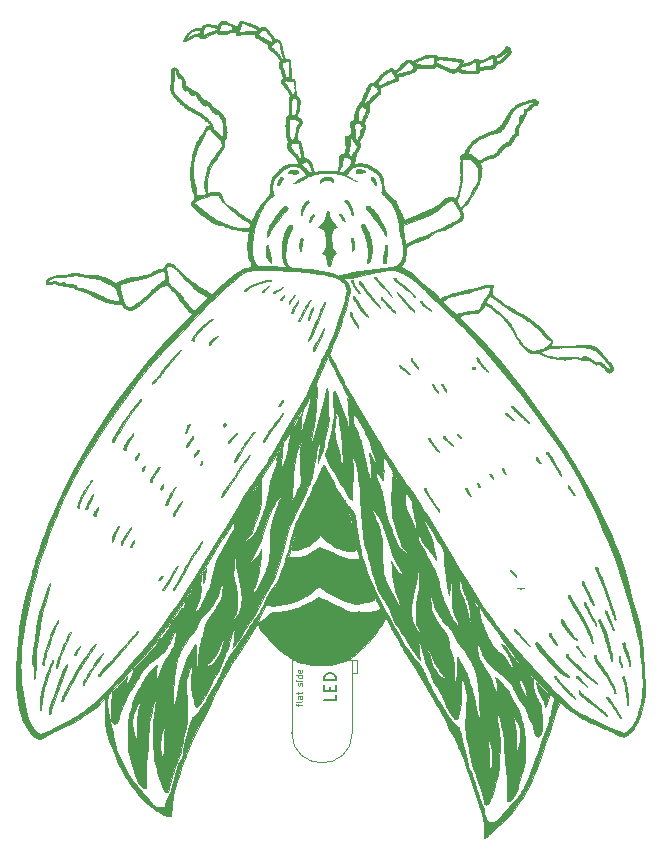
<source format=gbr>
%TF.GenerationSoftware,KiCad,Pcbnew,7.0.2-0*%
%TF.CreationDate,2023-07-13T00:13:30-07:00*%
%TF.ProjectId,GlowArtPCBv3,476c6f77-4172-4745-9043-4276332e6b69,rev?*%
%TF.SameCoordinates,Original*%
%TF.FileFunction,Legend,Top*%
%TF.FilePolarity,Positive*%
%FSLAX46Y46*%
G04 Gerber Fmt 4.6, Leading zero omitted, Abs format (unit mm)*
G04 Created by KiCad (PCBNEW 7.0.2-0) date 2023-07-13 00:13:30*
%MOMM*%
%LPD*%
G01*
G04 APERTURE LIST*
%ADD10C,0.060000*%
%ADD11C,0.100000*%
%ADD12C,0.150000*%
%ADD13C,0.120000*%
G04 APERTURE END LIST*
D10*
X91533131Y-54528523D02*
X91542752Y-54529138D01*
X91552006Y-54530117D01*
X91560893Y-54531462D01*
X91569414Y-54533172D01*
X91577569Y-54535248D01*
X91585357Y-54537691D01*
X91592779Y-54540502D01*
X91599835Y-54543680D01*
X91606524Y-54547226D01*
X91612847Y-54551141D01*
X91618803Y-54555426D01*
X91624393Y-54560080D01*
X91629616Y-54565105D01*
X91634473Y-54570500D01*
X91638964Y-54576267D01*
X91643089Y-54582406D01*
X91646847Y-54588918D01*
X91650238Y-54595803D01*
X91653264Y-54603061D01*
X91655923Y-54610693D01*
X91658216Y-54618700D01*
X91660142Y-54627082D01*
X91661702Y-54635839D01*
X91662896Y-54644973D01*
X91663724Y-54654484D01*
X91664185Y-54664371D01*
X91670495Y-54699471D01*
X91678544Y-54734054D01*
X91688228Y-54768145D01*
X91699440Y-54801773D01*
X91712078Y-54834963D01*
X91726035Y-54867743D01*
X91757488Y-54932176D01*
X91792961Y-54995286D01*
X91831616Y-55057287D01*
X91872613Y-55118392D01*
X91915113Y-55178813D01*
X92001267Y-55298460D01*
X92043243Y-55358112D01*
X92083366Y-55417935D01*
X92120799Y-55478141D01*
X92154701Y-55538944D01*
X92184233Y-55600557D01*
X92197099Y-55631734D01*
X92208557Y-55663193D01*
X92196145Y-55660513D01*
X92184188Y-55657240D01*
X92172686Y-55653378D01*
X92161638Y-55648928D01*
X92151041Y-55643895D01*
X92140895Y-55638280D01*
X92131198Y-55632087D01*
X92121948Y-55625318D01*
X92113145Y-55617977D01*
X92104787Y-55610066D01*
X92096873Y-55601589D01*
X92089400Y-55592548D01*
X92082369Y-55582946D01*
X92075776Y-55572786D01*
X92069622Y-55562071D01*
X92063904Y-55550803D01*
X91971429Y-55434049D01*
X91926816Y-55374664D01*
X91883349Y-55314581D01*
X91841073Y-55253781D01*
X91800033Y-55192247D01*
X91760276Y-55129960D01*
X91721847Y-55066901D01*
X91684793Y-55003052D01*
X91649159Y-54938393D01*
X91614991Y-54872907D01*
X91582335Y-54806574D01*
X91551237Y-54739376D01*
X91521743Y-54671295D01*
X91493898Y-54602311D01*
X91467767Y-54532456D01*
X91490985Y-54529700D01*
X91512791Y-54528386D01*
X91533131Y-54528523D01*
G36*
X91533131Y-54528523D02*
G01*
X91542752Y-54529138D01*
X91552006Y-54530117D01*
X91560893Y-54531462D01*
X91569414Y-54533172D01*
X91577569Y-54535248D01*
X91585357Y-54537691D01*
X91592779Y-54540502D01*
X91599835Y-54543680D01*
X91606524Y-54547226D01*
X91612847Y-54551141D01*
X91618803Y-54555426D01*
X91624393Y-54560080D01*
X91629616Y-54565105D01*
X91634473Y-54570500D01*
X91638964Y-54576267D01*
X91643089Y-54582406D01*
X91646847Y-54588918D01*
X91650238Y-54595803D01*
X91653264Y-54603061D01*
X91655923Y-54610693D01*
X91658216Y-54618700D01*
X91660142Y-54627082D01*
X91661702Y-54635839D01*
X91662896Y-54644973D01*
X91663724Y-54654484D01*
X91664185Y-54664371D01*
X91670495Y-54699471D01*
X91678544Y-54734054D01*
X91688228Y-54768145D01*
X91699440Y-54801773D01*
X91712078Y-54834963D01*
X91726035Y-54867743D01*
X91757488Y-54932176D01*
X91792961Y-54995286D01*
X91831616Y-55057287D01*
X91872613Y-55118392D01*
X91915113Y-55178813D01*
X92001267Y-55298460D01*
X92043243Y-55358112D01*
X92083366Y-55417935D01*
X92120799Y-55478141D01*
X92154701Y-55538944D01*
X92184233Y-55600557D01*
X92197099Y-55631734D01*
X92208557Y-55663193D01*
X92196145Y-55660513D01*
X92184188Y-55657240D01*
X92172686Y-55653378D01*
X92161638Y-55648928D01*
X92151041Y-55643895D01*
X92140895Y-55638280D01*
X92131198Y-55632087D01*
X92121948Y-55625318D01*
X92113145Y-55617977D01*
X92104787Y-55610066D01*
X92096873Y-55601589D01*
X92089400Y-55592548D01*
X92082369Y-55582946D01*
X92075776Y-55572786D01*
X92069622Y-55562071D01*
X92063904Y-55550803D01*
X91971429Y-55434049D01*
X91926816Y-55374664D01*
X91883349Y-55314581D01*
X91841073Y-55253781D01*
X91800033Y-55192247D01*
X91760276Y-55129960D01*
X91721847Y-55066901D01*
X91684793Y-55003052D01*
X91649159Y-54938393D01*
X91614991Y-54872907D01*
X91582335Y-54806574D01*
X91551237Y-54739376D01*
X91521743Y-54671295D01*
X91493898Y-54602311D01*
X91467767Y-54532456D01*
X91490985Y-54529700D01*
X91512791Y-54528386D01*
X91533131Y-54528523D01*
G37*
X76532126Y-72224663D02*
X76431946Y-72415317D01*
X76330598Y-72606019D01*
X76231391Y-72798164D01*
X76137636Y-72993152D01*
X76093837Y-73092148D01*
X76052642Y-73192379D01*
X76014465Y-73294018D01*
X75979719Y-73397242D01*
X75948819Y-73502225D01*
X75922177Y-73609141D01*
X75878932Y-73606717D01*
X75835686Y-73603748D01*
X75792439Y-73600051D01*
X75770814Y-73597873D01*
X75749188Y-73595444D01*
X75818270Y-73390175D01*
X75896320Y-73183070D01*
X75938962Y-73079718D01*
X75984152Y-72976972D01*
X76031990Y-72875189D01*
X76082579Y-72774722D01*
X76136019Y-72675928D01*
X76192413Y-72579160D01*
X76251862Y-72484776D01*
X76314467Y-72393129D01*
X76380331Y-72304575D01*
X76449554Y-72219468D01*
X76522239Y-72138165D01*
X76598487Y-72061020D01*
X76598505Y-72061020D01*
X76627829Y-72032657D01*
X76532126Y-72224663D01*
G36*
X76532126Y-72224663D02*
G01*
X76431946Y-72415317D01*
X76330598Y-72606019D01*
X76231391Y-72798164D01*
X76137636Y-72993152D01*
X76093837Y-73092148D01*
X76052642Y-73192379D01*
X76014465Y-73294018D01*
X75979719Y-73397242D01*
X75948819Y-73502225D01*
X75922177Y-73609141D01*
X75878932Y-73606717D01*
X75835686Y-73603748D01*
X75792439Y-73600051D01*
X75770814Y-73597873D01*
X75749188Y-73595444D01*
X75818270Y-73390175D01*
X75896320Y-73183070D01*
X75938962Y-73079718D01*
X75984152Y-72976972D01*
X76031990Y-72875189D01*
X76082579Y-72774722D01*
X76136019Y-72675928D01*
X76192413Y-72579160D01*
X76251862Y-72484776D01*
X76314467Y-72393129D01*
X76380331Y-72304575D01*
X76449554Y-72219468D01*
X76522239Y-72138165D01*
X76598487Y-72061020D01*
X76598505Y-72061020D01*
X76627829Y-72032657D01*
X76532126Y-72224663D01*
G37*
X98140003Y-67929777D02*
X98182910Y-68006387D01*
X98227917Y-68081973D01*
X98274785Y-68156608D01*
X98323277Y-68230367D01*
X98424182Y-68375555D01*
X98528729Y-68518131D01*
X98741146Y-68797834D01*
X98845214Y-68936151D01*
X98945319Y-69074241D01*
X98908562Y-69055714D01*
X98872674Y-69034735D01*
X98837631Y-69011531D01*
X98803408Y-68986330D01*
X98769980Y-68959359D01*
X98737324Y-68930847D01*
X98705415Y-68901019D01*
X98674229Y-68870105D01*
X98643741Y-68838332D01*
X98613927Y-68805928D01*
X98556225Y-68740134D01*
X98447840Y-68610984D01*
X98421785Y-68570789D01*
X98393414Y-68530437D01*
X98363204Y-68489888D01*
X98331634Y-68449100D01*
X98266325Y-68366641D01*
X98201313Y-68282726D01*
X98170114Y-68240119D01*
X98140424Y-68197025D01*
X98112720Y-68153400D01*
X98087482Y-68109204D01*
X98065187Y-68064395D01*
X98055293Y-68041748D01*
X98046314Y-68018932D01*
X98038310Y-67995942D01*
X98031341Y-67972773D01*
X98025466Y-67949419D01*
X98020746Y-67925876D01*
X98140003Y-67929777D01*
G36*
X98140003Y-67929777D02*
G01*
X98182910Y-68006387D01*
X98227917Y-68081973D01*
X98274785Y-68156608D01*
X98323277Y-68230367D01*
X98424182Y-68375555D01*
X98528729Y-68518131D01*
X98741146Y-68797834D01*
X98845214Y-68936151D01*
X98945319Y-69074241D01*
X98908562Y-69055714D01*
X98872674Y-69034735D01*
X98837631Y-69011531D01*
X98803408Y-68986330D01*
X98769980Y-68959359D01*
X98737324Y-68930847D01*
X98705415Y-68901019D01*
X98674229Y-68870105D01*
X98643741Y-68838332D01*
X98613927Y-68805928D01*
X98556225Y-68740134D01*
X98447840Y-68610984D01*
X98421785Y-68570789D01*
X98393414Y-68530437D01*
X98363204Y-68489888D01*
X98331634Y-68449100D01*
X98266325Y-68366641D01*
X98201313Y-68282726D01*
X98170114Y-68240119D01*
X98140424Y-68197025D01*
X98112720Y-68153400D01*
X98087482Y-68109204D01*
X98065187Y-68064395D01*
X98055293Y-68041748D01*
X98046314Y-68018932D01*
X98038310Y-67995942D01*
X98031341Y-67972773D01*
X98025466Y-67949419D01*
X98020746Y-67925876D01*
X98140003Y-67929777D01*
G37*
X94520905Y-51594553D02*
X94531896Y-51630196D01*
X94541286Y-51665837D01*
X94555564Y-51737102D01*
X94564342Y-51808327D01*
X94568223Y-51879493D01*
X94567811Y-51950580D01*
X94563709Y-52021568D01*
X94556521Y-52092437D01*
X94546849Y-52163169D01*
X94522468Y-52304138D01*
X94495395Y-52444318D01*
X94470456Y-52583550D01*
X94460295Y-52652762D01*
X94452478Y-52721677D01*
X94455472Y-52846917D01*
X94455707Y-52896217D01*
X94454600Y-52937551D01*
X94451773Y-52971607D01*
X94449597Y-52986120D01*
X94446849Y-52999071D01*
X94443483Y-53010546D01*
X94439451Y-53020629D01*
X94434707Y-53029409D01*
X94429203Y-53036969D01*
X94422892Y-53043396D01*
X94415728Y-53048776D01*
X94407662Y-53053194D01*
X94398648Y-53056736D01*
X94388638Y-53059489D01*
X94377586Y-53061538D01*
X94352167Y-53063866D01*
X94322013Y-53064408D01*
X94286747Y-53063850D01*
X94199372Y-53062180D01*
X94193073Y-52957453D01*
X94191081Y-52856569D01*
X94192988Y-52759027D01*
X94198390Y-52664328D01*
X94206880Y-52571970D01*
X94218052Y-52481454D01*
X94231501Y-52392280D01*
X94246821Y-52303947D01*
X94281449Y-52127806D01*
X94318691Y-51949029D01*
X94355298Y-51763615D01*
X94388025Y-51567563D01*
X94520905Y-51594553D01*
G36*
X94520905Y-51594553D02*
G01*
X94531896Y-51630196D01*
X94541286Y-51665837D01*
X94555564Y-51737102D01*
X94564342Y-51808327D01*
X94568223Y-51879493D01*
X94567811Y-51950580D01*
X94563709Y-52021568D01*
X94556521Y-52092437D01*
X94546849Y-52163169D01*
X94522468Y-52304138D01*
X94495395Y-52444318D01*
X94470456Y-52583550D01*
X94460295Y-52652762D01*
X94452478Y-52721677D01*
X94455472Y-52846917D01*
X94455707Y-52896217D01*
X94454600Y-52937551D01*
X94451773Y-52971607D01*
X94449597Y-52986120D01*
X94446849Y-52999071D01*
X94443483Y-53010546D01*
X94439451Y-53020629D01*
X94434707Y-53029409D01*
X94429203Y-53036969D01*
X94422892Y-53043396D01*
X94415728Y-53048776D01*
X94407662Y-53053194D01*
X94398648Y-53056736D01*
X94388638Y-53059489D01*
X94377586Y-53061538D01*
X94352167Y-53063866D01*
X94322013Y-53064408D01*
X94286747Y-53063850D01*
X94199372Y-53062180D01*
X94193073Y-52957453D01*
X94191081Y-52856569D01*
X94192988Y-52759027D01*
X94198390Y-52664328D01*
X94206880Y-52571970D01*
X94218052Y-52481454D01*
X94231501Y-52392280D01*
X94246821Y-52303947D01*
X94281449Y-52127806D01*
X94318691Y-51949029D01*
X94355298Y-51763615D01*
X94388025Y-51567563D01*
X94520905Y-51594553D01*
G37*
X76027360Y-53076896D02*
X76061780Y-53088794D01*
X76129701Y-53110511D01*
X76196242Y-53131204D01*
X76261221Y-53152964D01*
X76293068Y-53164899D01*
X76324455Y-53177886D01*
X76355360Y-53192187D01*
X76385760Y-53208064D01*
X76415632Y-53225779D01*
X76444954Y-53245592D01*
X76473702Y-53267766D01*
X76501853Y-53292563D01*
X76664709Y-53470542D01*
X76707344Y-53515942D01*
X76750119Y-53560087D01*
X76792719Y-53602169D01*
X76834830Y-53641379D01*
X76867045Y-53672244D01*
X76897439Y-53700947D01*
X76926742Y-53728097D01*
X76955682Y-53754303D01*
X76984986Y-53780173D01*
X77015383Y-53806316D01*
X77047602Y-53833341D01*
X77082370Y-53861857D01*
X77084514Y-53863646D01*
X77086631Y-53865583D01*
X77090805Y-53869871D01*
X77094931Y-53874667D01*
X77099047Y-53879914D01*
X77103191Y-53885559D01*
X77107403Y-53891545D01*
X77116184Y-53904323D01*
X77125697Y-53917807D01*
X77130825Y-53924675D01*
X77136252Y-53931555D01*
X77142016Y-53938390D01*
X77148156Y-53945126D01*
X77154711Y-53951707D01*
X77161719Y-53958079D01*
X77310508Y-54085607D01*
X77417435Y-54175770D01*
X77503604Y-54247001D01*
X77738556Y-54437574D01*
X77837049Y-54516299D01*
X77929599Y-54588717D01*
X78021241Y-54658375D01*
X78117010Y-54728825D01*
X78221939Y-54803615D01*
X78341065Y-54886295D01*
X78383413Y-54930703D01*
X78428517Y-54972411D01*
X78476074Y-55011660D01*
X78525779Y-55048689D01*
X78577329Y-55083737D01*
X78630419Y-55117043D01*
X78684747Y-55148847D01*
X78740009Y-55179387D01*
X78852119Y-55237638D01*
X78964318Y-55293709D01*
X79074177Y-55349516D01*
X79127470Y-55377919D01*
X79179267Y-55406974D01*
X79249921Y-55460928D01*
X79314720Y-55509596D01*
X79376154Y-55553766D01*
X79406387Y-55574411D01*
X79436712Y-55594229D01*
X79467440Y-55613317D01*
X79498882Y-55631775D01*
X79531351Y-55649700D01*
X79565156Y-55667193D01*
X79600609Y-55684351D01*
X79638021Y-55701273D01*
X79677704Y-55718059D01*
X79719968Y-55734806D01*
X79664559Y-55787933D01*
X79662930Y-55789516D01*
X79874619Y-55588743D01*
X80092228Y-55365762D01*
X80338389Y-55124282D01*
X80653144Y-54829249D01*
X81019259Y-54505493D01*
X81216192Y-54340604D01*
X81419502Y-54177846D01*
X81627035Y-54020322D01*
X81836637Y-53871137D01*
X82046155Y-53733394D01*
X82253433Y-53610196D01*
X82270179Y-53601234D01*
X82287378Y-53592778D01*
X82304867Y-53584848D01*
X82322486Y-53577467D01*
X82340069Y-53570655D01*
X82357456Y-53564434D01*
X82374483Y-53558825D01*
X82390987Y-53553848D01*
X82406806Y-53549526D01*
X82421776Y-53545879D01*
X82435736Y-53542929D01*
X82448522Y-53540697D01*
X82459972Y-53539204D01*
X82469923Y-53538471D01*
X82478213Y-53538520D01*
X82484677Y-53539371D01*
X82484676Y-53539375D01*
X82484674Y-53539378D01*
X82484673Y-53539382D01*
X82484672Y-53539385D01*
X82484669Y-53539392D01*
X82484667Y-53539399D01*
X82484666Y-53539402D01*
X82484664Y-53539406D01*
X82484663Y-53539409D01*
X82484661Y-53539412D01*
X82484658Y-53539416D01*
X82484656Y-53539419D01*
X82484653Y-53539423D01*
X82484652Y-53539424D01*
X82484650Y-53539426D01*
X82506126Y-53536824D01*
X82531027Y-53532941D01*
X82563640Y-53526778D01*
X82602670Y-53517915D01*
X82646820Y-53505932D01*
X82670409Y-53498639D01*
X82694792Y-53490409D01*
X82719807Y-53481189D01*
X82745291Y-53470926D01*
X82845718Y-53424289D01*
X82907789Y-53398501D01*
X82944104Y-53385708D01*
X82984821Y-53373256D01*
X83030601Y-53361350D01*
X83082107Y-53350197D01*
X83140000Y-53340000D01*
X83204940Y-53330967D01*
X83277591Y-53323301D01*
X83352747Y-53317649D01*
X83541690Y-53310720D01*
X83548419Y-53310563D01*
X83759964Y-53300205D01*
X84012968Y-53301249D01*
X84300533Y-53311611D01*
X84615758Y-53329205D01*
X86015290Y-53430204D01*
X87003313Y-53506004D01*
X87505297Y-53553807D01*
X88003815Y-53610762D01*
X88492281Y-53678784D01*
X88964110Y-53759787D01*
X89412715Y-53855685D01*
X89831512Y-53968392D01*
X90027674Y-54031647D01*
X90213914Y-54099821D01*
X90389409Y-54173155D01*
X90553336Y-54251887D01*
X90704871Y-54336257D01*
X90843192Y-54426504D01*
X90967474Y-54522867D01*
X91076896Y-54625585D01*
X91170633Y-54734898D01*
X91247863Y-54851044D01*
X91307762Y-54974264D01*
X91349507Y-55104796D01*
X91372274Y-55242879D01*
X91375241Y-55388754D01*
X91357585Y-55542658D01*
X91318482Y-55704831D01*
X91244128Y-56110719D01*
X91146697Y-56535840D01*
X91030036Y-56973925D01*
X90897991Y-57418710D01*
X90754408Y-57863925D01*
X90603132Y-58303306D01*
X90448010Y-58730583D01*
X90292887Y-59139492D01*
X89998026Y-59877132D01*
X89749317Y-60466091D01*
X89513428Y-60997422D01*
X89513431Y-60997430D01*
X89407517Y-61185931D01*
X89288887Y-61430622D01*
X89156428Y-61726992D01*
X89009009Y-62070559D01*
X88664778Y-62881352D01*
X88465708Y-63339611D01*
X88247162Y-63827134D01*
X88042156Y-64252771D01*
X87810957Y-64694557D01*
X87556364Y-65154426D01*
X87281177Y-65634311D01*
X86680213Y-66661874D01*
X86030460Y-67792722D01*
X85759086Y-68263333D01*
X85744464Y-68287607D01*
X85712933Y-68511481D01*
X85681017Y-68761536D01*
X85652949Y-69010882D01*
X85629096Y-69260079D01*
X85609824Y-69509690D01*
X85595500Y-69760277D01*
X85586490Y-70012401D01*
X85583161Y-70266623D01*
X85602233Y-70263770D01*
X85620089Y-70259647D01*
X85636783Y-70254314D01*
X85652371Y-70247829D01*
X85666906Y-70240252D01*
X85680443Y-70231642D01*
X85693038Y-70222057D01*
X85704745Y-70211557D01*
X85715619Y-70200202D01*
X85725714Y-70188049D01*
X85735086Y-70175158D01*
X85743789Y-70161588D01*
X85751877Y-70147398D01*
X85759406Y-70132648D01*
X85766431Y-70117395D01*
X85773005Y-70101700D01*
X85785024Y-70069218D01*
X85795901Y-70035674D01*
X85815979Y-69967289D01*
X85826056Y-69933393D01*
X85836744Y-69900324D01*
X85848479Y-69868556D01*
X85854877Y-69853306D01*
X85861701Y-69838560D01*
X85956211Y-69512717D01*
X86041285Y-69183622D01*
X86118296Y-68851962D01*
X86188619Y-68518422D01*
X86253629Y-68183690D01*
X86314699Y-67848452D01*
X86430518Y-67179209D01*
X86440919Y-67165813D01*
X86450374Y-67152223D01*
X86458965Y-67138478D01*
X86466777Y-67124619D01*
X86480397Y-67096717D01*
X86491903Y-67068838D01*
X86511257Y-67014431D01*
X86520445Y-66988545D01*
X86530199Y-66963964D01*
X86541191Y-66941009D01*
X86547360Y-66930241D01*
X86554090Y-66920001D01*
X86561464Y-66910327D01*
X86569566Y-66901260D01*
X86578480Y-66892840D01*
X86588290Y-66885107D01*
X86599078Y-66878101D01*
X86610931Y-66871862D01*
X86623929Y-66866431D01*
X86638159Y-66861847D01*
X86653703Y-66858151D01*
X86670645Y-66855382D01*
X86689068Y-66853580D01*
X86709058Y-66852787D01*
X86963772Y-66386344D01*
X87028684Y-66270708D01*
X87095392Y-66155967D01*
X87164552Y-66042371D01*
X87236814Y-65930173D01*
X87246236Y-65916233D01*
X87254928Y-65902094D01*
X87270306Y-65873263D01*
X87283327Y-65843777D01*
X87294371Y-65813731D01*
X87303818Y-65783222D01*
X87312045Y-65752345D01*
X87326364Y-65689870D01*
X87340362Y-65627075D01*
X87348189Y-65595796D01*
X87357075Y-65564725D01*
X87367399Y-65533957D01*
X87379540Y-65503588D01*
X87393877Y-65473714D01*
X87401989Y-65458993D01*
X87410791Y-65444431D01*
X87382636Y-65556166D01*
X87357072Y-65669166D01*
X87313087Y-65898332D01*
X87277578Y-66130681D01*
X87249284Y-66364964D01*
X87226946Y-66599933D01*
X87209302Y-66834340D01*
X87183063Y-67296470D01*
X87301331Y-67228061D01*
X87342841Y-67135199D01*
X87381119Y-67042075D01*
X87416527Y-66948703D01*
X87449430Y-66855095D01*
X87509173Y-66667224D01*
X87563257Y-66478565D01*
X87666090Y-66099288D01*
X87720657Y-65908875D01*
X87781204Y-65718082D01*
X87808295Y-65637602D01*
X87833504Y-65556706D01*
X87856852Y-65475412D01*
X87878359Y-65393738D01*
X87898045Y-65311704D01*
X87915930Y-65229328D01*
X87932034Y-65146628D01*
X87946377Y-65063624D01*
X87969861Y-64896777D01*
X87986541Y-64728934D01*
X87996579Y-64560246D01*
X88000134Y-64390861D01*
X88009576Y-64364596D01*
X88019779Y-64338685D01*
X88030619Y-64313160D01*
X88041974Y-64288049D01*
X88065729Y-64239189D01*
X88090054Y-64192347D01*
X88136447Y-64105667D01*
X88156533Y-64066309D01*
X88165365Y-64047729D01*
X88173224Y-64029923D01*
X88234016Y-63904381D01*
X88288377Y-63789278D01*
X88337793Y-63681045D01*
X88383752Y-63576110D01*
X88427741Y-63470902D01*
X88471248Y-63361850D01*
X88515759Y-63245383D01*
X88562737Y-63117999D01*
X88552991Y-63187333D01*
X88547564Y-63254926D01*
X88545925Y-63320986D01*
X88547536Y-63385773D01*
X88551859Y-63449545D01*
X88558357Y-63512563D01*
X88575727Y-63637370D01*
X88595341Y-63762269D01*
X88612899Y-63889335D01*
X88619562Y-63954328D01*
X88624097Y-64020641D01*
X88625967Y-64088532D01*
X88624634Y-64158262D01*
X88584989Y-64419537D01*
X88551734Y-64678924D01*
X88523656Y-64937005D01*
X88499539Y-65194364D01*
X88418402Y-66228269D01*
X88340968Y-66730202D01*
X88259228Y-67236997D01*
X88214481Y-67489840D01*
X88165943Y-67741045D01*
X88112710Y-67989662D01*
X88053876Y-68234739D01*
X88162348Y-68225950D01*
X88195216Y-68168134D01*
X88225774Y-68108787D01*
X88254211Y-68048068D01*
X88280714Y-67986140D01*
X88305470Y-67923165D01*
X88328667Y-67859305D01*
X88371134Y-67729574D01*
X88409614Y-67598241D01*
X88445610Y-67466600D01*
X88516144Y-67207572D01*
X88668102Y-66581161D01*
X88828030Y-65958154D01*
X89155310Y-64712430D01*
X89182684Y-64653123D01*
X89205825Y-64591617D01*
X89225335Y-64528257D01*
X89241815Y-64463385D01*
X89255866Y-64397346D01*
X89268090Y-64330482D01*
X89289463Y-64195656D01*
X89310742Y-64061656D01*
X89322850Y-63995825D01*
X89336739Y-63931230D01*
X89353011Y-63868216D01*
X89372266Y-63807127D01*
X89395105Y-63748304D01*
X89422132Y-63692093D01*
X89463822Y-63853321D01*
X89495542Y-64013159D01*
X89518543Y-64171823D01*
X89534078Y-64329528D01*
X89543401Y-64486489D01*
X89547763Y-64642920D01*
X89546616Y-64955052D01*
X89540659Y-65267643D01*
X89539914Y-65582412D01*
X89544627Y-65741150D01*
X89554400Y-65901078D01*
X89570488Y-66062408D01*
X89594141Y-66225358D01*
X89579982Y-66383319D01*
X89560688Y-66541920D01*
X89536942Y-66701022D01*
X89509428Y-66860486D01*
X89445822Y-67179945D01*
X89375334Y-67499186D01*
X89235563Y-68132570D01*
X89177204Y-68444493D01*
X89153296Y-68598776D01*
X89133814Y-68751755D01*
X89077450Y-68916398D01*
X89017719Y-69076402D01*
X88893380Y-69388862D01*
X88831383Y-69544501D01*
X88771242Y-69701870D01*
X88714262Y-69862561D01*
X88661749Y-70028165D01*
X88669904Y-69923406D01*
X88680841Y-69818421D01*
X88709094Y-69607876D01*
X88777326Y-69185212D01*
X88809425Y-68973503D01*
X88834928Y-68761819D01*
X88843975Y-68656050D01*
X88849895Y-68550365D01*
X88852195Y-68444789D01*
X88850385Y-68339347D01*
X88729187Y-68427292D01*
X88640349Y-68769780D01*
X88558703Y-69113335D01*
X88483380Y-69457921D01*
X88413509Y-69803504D01*
X88348219Y-70150048D01*
X88286641Y-70497518D01*
X88171137Y-71195096D01*
X88113318Y-71358387D01*
X88051091Y-71520659D01*
X87985268Y-71681992D01*
X87916662Y-71842466D01*
X87774353Y-72161155D01*
X87630664Y-72477366D01*
X87555227Y-72655644D01*
X87476263Y-72831890D01*
X87310054Y-73179600D01*
X86960583Y-73865065D01*
X86786506Y-74208066D01*
X86618991Y-74554742D01*
X86539129Y-74730279D01*
X86462631Y-74907717D01*
X86390069Y-75087387D01*
X86322019Y-75269614D01*
X86158187Y-75808967D01*
X86007332Y-76353164D01*
X85721323Y-77447246D01*
X85574555Y-77992712D01*
X85417537Y-78534181D01*
X85244460Y-79069442D01*
X85150085Y-79334055D01*
X85049518Y-79596287D01*
X84973209Y-79756427D01*
X84892019Y-79914400D01*
X84806568Y-80070333D01*
X84717475Y-80224352D01*
X84625356Y-80376584D01*
X84530831Y-80527156D01*
X84434518Y-80676195D01*
X84337036Y-80823826D01*
X84266287Y-80948119D01*
X84199162Y-81073809D01*
X84073509Y-81328374D01*
X83955529Y-81585504D01*
X83840676Y-81843185D01*
X83724403Y-82099401D01*
X83602162Y-82352136D01*
X83537382Y-82476569D01*
X83469406Y-82599375D01*
X83397664Y-82720304D01*
X83321588Y-82839103D01*
X83259632Y-82946795D01*
X83195321Y-83052724D01*
X83061115Y-83260403D01*
X82921938Y-83464349D01*
X82780755Y-83666774D01*
X82640535Y-83869888D01*
X82504243Y-84075901D01*
X82438497Y-84180687D01*
X82374846Y-84287026D01*
X82313660Y-84395196D01*
X82255310Y-84505472D01*
X82161724Y-84648077D01*
X82067908Y-84797362D01*
X81972810Y-84950018D01*
X81875374Y-85102733D01*
X81774548Y-85252195D01*
X81722534Y-85324672D01*
X81669278Y-85395095D01*
X81614646Y-85463048D01*
X81558508Y-85528120D01*
X81500732Y-85589894D01*
X81441187Y-85647959D01*
X81460614Y-85578361D01*
X81478230Y-85508142D01*
X81494053Y-85437370D01*
X81508104Y-85366113D01*
X81520403Y-85294437D01*
X81530970Y-85222410D01*
X81539825Y-85150099D01*
X81546987Y-85077572D01*
X81552478Y-85004896D01*
X81556316Y-84932138D01*
X81558522Y-84859366D01*
X81559116Y-84786648D01*
X81558117Y-84714050D01*
X81555546Y-84641640D01*
X81551423Y-84569486D01*
X81545767Y-84497654D01*
X81554318Y-84468733D01*
X81563376Y-84440197D01*
X81582383Y-84383990D01*
X81601529Y-84328447D01*
X81619552Y-84272983D01*
X81627749Y-84245099D01*
X81635194Y-84217015D01*
X81641728Y-84188659D01*
X81647194Y-84159958D01*
X81651434Y-84130838D01*
X81654292Y-84101227D01*
X81655609Y-84071051D01*
X81655228Y-84040238D01*
X81579805Y-84103756D01*
X81560960Y-84120110D01*
X81542443Y-84136812D01*
X81524415Y-84153941D01*
X81507038Y-84171575D01*
X81490475Y-84189793D01*
X81474886Y-84208674D01*
X81460434Y-84228297D01*
X81447280Y-84248740D01*
X81441240Y-84259293D01*
X81435586Y-84270082D01*
X81430337Y-84281115D01*
X81425514Y-84292402D01*
X81421137Y-84303954D01*
X81417226Y-84315780D01*
X81413801Y-84327889D01*
X81410883Y-84340293D01*
X81376270Y-84449541D01*
X81344253Y-84560799D01*
X81285742Y-84787854D01*
X81174985Y-85249704D01*
X81113690Y-85478544D01*
X81079585Y-85591140D01*
X81042421Y-85702024D01*
X81001632Y-85810824D01*
X80956652Y-85917166D01*
X80906918Y-86020680D01*
X80851862Y-86120994D01*
X80841210Y-86176860D01*
X80827804Y-86231675D01*
X80811981Y-86285577D01*
X80794078Y-86338705D01*
X80774435Y-86391198D01*
X80753389Y-86443194D01*
X80708439Y-86546251D01*
X80661931Y-86648988D01*
X80616569Y-86752514D01*
X80595163Y-86804919D01*
X80575057Y-86857939D01*
X80556589Y-86911710D01*
X80540097Y-86966373D01*
X80506815Y-87064706D01*
X80469880Y-87160171D01*
X80429646Y-87253081D01*
X80386469Y-87343752D01*
X80340704Y-87432498D01*
X80292705Y-87519636D01*
X80191428Y-87690342D01*
X79977696Y-88026301D01*
X79870922Y-88196591D01*
X79818801Y-88283416D01*
X79767996Y-88371781D01*
X79724422Y-88451948D01*
X79682914Y-88533277D01*
X79604830Y-88698759D01*
X79531214Y-88866897D01*
X79459532Y-89036365D01*
X79387256Y-89205833D01*
X79311852Y-89373974D01*
X79272186Y-89457131D01*
X79230790Y-89539459D01*
X79187346Y-89620791D01*
X79141538Y-89700962D01*
X79005290Y-89928322D01*
X78865926Y-90157979D01*
X78794216Y-90271864D01*
X78720696Y-90384155D01*
X78645023Y-90494132D01*
X78566852Y-90601072D01*
X78548873Y-90609113D01*
X78531396Y-90616200D01*
X78514417Y-90622338D01*
X78497926Y-90627537D01*
X78481919Y-90631802D01*
X78466389Y-90635140D01*
X78451328Y-90637559D01*
X78436731Y-90639067D01*
X78422590Y-90639670D01*
X78408900Y-90639375D01*
X78395653Y-90638189D01*
X78382842Y-90636121D01*
X78370462Y-90633176D01*
X78358506Y-90629362D01*
X78346966Y-90624686D01*
X78335837Y-90619156D01*
X78325112Y-90612778D01*
X78314783Y-90605559D01*
X78304845Y-90597508D01*
X78295291Y-90588630D01*
X78286114Y-90578934D01*
X78277308Y-90568426D01*
X78268866Y-90557113D01*
X78260781Y-90545003D01*
X78253048Y-90532102D01*
X78245658Y-90518419D01*
X78238606Y-90503959D01*
X78231884Y-90488731D01*
X78219408Y-90455997D01*
X78208176Y-90420273D01*
X78196682Y-90342792D01*
X78183292Y-90265708D01*
X78152040Y-90112496D01*
X78080146Y-89808204D01*
X78044359Y-89656164D01*
X78011915Y-89503553D01*
X77997706Y-89426883D01*
X77985243Y-89349889D01*
X77974830Y-89272513D01*
X77966770Y-89194694D01*
X77962395Y-88936194D01*
X77962200Y-88679342D01*
X77965785Y-88423681D01*
X77972749Y-88168751D01*
X77995214Y-87659255D01*
X78026389Y-87147190D01*
X78014497Y-87147109D01*
X78003354Y-87148113D01*
X77992923Y-87150150D01*
X77983168Y-87153164D01*
X77974053Y-87157103D01*
X77965542Y-87161912D01*
X77957598Y-87167537D01*
X77950186Y-87173925D01*
X77943270Y-87181022D01*
X77936812Y-87188773D01*
X77930778Y-87197125D01*
X77925131Y-87206025D01*
X77919834Y-87215418D01*
X77914853Y-87225250D01*
X77905688Y-87246017D01*
X77897348Y-87267894D01*
X77889543Y-87290452D01*
X77874383Y-87335885D01*
X77866450Y-87357898D01*
X77857895Y-87378868D01*
X77853293Y-87388826D01*
X77848429Y-87398363D01*
X77843264Y-87407422D01*
X77837763Y-87415952D01*
X77769823Y-87595037D01*
X77704907Y-87774261D01*
X77644664Y-87954219D01*
X77590742Y-88135506D01*
X77566667Y-88226834D01*
X77544791Y-88318717D01*
X77525321Y-88411231D01*
X77508461Y-88504448D01*
X77494419Y-88598445D01*
X77483401Y-88693294D01*
X77475612Y-88789071D01*
X77471259Y-88885850D01*
X77488533Y-88958599D01*
X77503175Y-89031682D01*
X77515484Y-89105068D01*
X77525759Y-89178726D01*
X77541403Y-89326730D01*
X77552500Y-89475442D01*
X77570628Y-89773989D01*
X77582444Y-89923320D01*
X77599286Y-90072355D01*
X77608929Y-90698954D01*
X77613674Y-91005357D01*
X77613343Y-91309422D01*
X77604169Y-91612844D01*
X77595089Y-91764844D01*
X77582386Y-91917319D01*
X77565587Y-92070480D01*
X77544224Y-92224540D01*
X77517824Y-92379711D01*
X77485916Y-92536204D01*
X77441340Y-92651138D01*
X77401480Y-92767838D01*
X77365852Y-92886102D01*
X77333972Y-93005726D01*
X77305356Y-93126507D01*
X77279521Y-93248241D01*
X77234255Y-93493756D01*
X77155795Y-93987282D01*
X77114858Y-94232041D01*
X77067621Y-94473295D01*
X76760016Y-95297703D01*
X76608351Y-95713735D01*
X76462768Y-96132457D01*
X76326759Y-96553973D01*
X76203819Y-96978386D01*
X76148340Y-97191712D01*
X76097439Y-97405800D01*
X76051550Y-97620665D01*
X76011112Y-97836320D01*
X75977733Y-97844739D01*
X75945432Y-97851223D01*
X75914253Y-97855646D01*
X75884243Y-97857882D01*
X75855446Y-97857804D01*
X75841518Y-97856858D01*
X75827910Y-97855287D01*
X75814628Y-97853074D01*
X75801679Y-97850205D01*
X75789068Y-97846662D01*
X75776800Y-97842431D01*
X75764881Y-97837495D01*
X75753317Y-97831839D01*
X75742115Y-97825448D01*
X75731278Y-97818305D01*
X75720814Y-97810394D01*
X75710728Y-97801701D01*
X75701025Y-97792208D01*
X75691712Y-97781901D01*
X75682794Y-97770764D01*
X75674276Y-97758780D01*
X75666166Y-97745935D01*
X75658467Y-97732212D01*
X75651186Y-97717595D01*
X75644329Y-97702070D01*
X75637902Y-97685620D01*
X75631909Y-97668229D01*
X75566522Y-97546482D01*
X75506692Y-97423560D01*
X75451862Y-97299547D01*
X75401472Y-97174529D01*
X75354965Y-97048588D01*
X75311782Y-96921810D01*
X75233156Y-96666081D01*
X75091228Y-96148292D01*
X75018992Y-95887583D01*
X74939954Y-95626566D01*
X74902939Y-95470363D01*
X74870822Y-95314009D01*
X74843258Y-95157493D01*
X74819900Y-95000802D01*
X74800401Y-94843922D01*
X74784415Y-94686840D01*
X74761597Y-94372021D01*
X74748770Y-94058621D01*
X75343207Y-94058621D01*
X75344906Y-94193083D01*
X75350202Y-94326927D01*
X75360353Y-94460314D01*
X75367644Y-94526886D01*
X75376621Y-94593404D01*
X75387442Y-94659887D01*
X75400265Y-94726357D01*
X75415246Y-94792834D01*
X75432544Y-94859336D01*
X75565460Y-94845658D01*
X75595470Y-94694697D01*
X75617399Y-94544143D01*
X75632442Y-94393948D01*
X75641794Y-94244061D01*
X75646652Y-94094432D01*
X75648209Y-93945010D01*
X75646207Y-93646589D01*
X75645349Y-93348398D01*
X75648339Y-93199263D01*
X75655200Y-93050034D01*
X75667130Y-92900663D01*
X75685323Y-92751098D01*
X75710974Y-92601290D01*
X75745279Y-92451188D01*
X75614331Y-92421854D01*
X75579733Y-92502137D01*
X75547422Y-92583500D01*
X75517415Y-92665858D01*
X75489732Y-92749122D01*
X75464391Y-92833205D01*
X75441412Y-92918020D01*
X75420811Y-93003479D01*
X75402609Y-93089496D01*
X75386823Y-93175982D01*
X75373473Y-93262850D01*
X75362577Y-93350014D01*
X75354154Y-93437385D01*
X75348222Y-93524876D01*
X75344799Y-93612401D01*
X75343906Y-93699870D01*
X75345560Y-93787198D01*
X75343207Y-94058621D01*
X74748770Y-94058621D01*
X74748673Y-94056242D01*
X74742873Y-93739399D01*
X74741559Y-93102109D01*
X74723312Y-92905099D01*
X74714429Y-92706388D01*
X74713872Y-92506227D01*
X74720605Y-92304861D01*
X74733591Y-92102538D01*
X74751795Y-91899507D01*
X74799708Y-91492310D01*
X74912530Y-90680309D01*
X74960855Y-90279468D01*
X74979369Y-90081204D01*
X74979849Y-90074138D01*
X76421761Y-90074138D01*
X76422605Y-90557071D01*
X76422586Y-90557090D01*
X76536936Y-90553171D01*
X76636579Y-90045736D01*
X76741811Y-89540774D01*
X76847962Y-89035995D01*
X76950360Y-88529105D01*
X77282038Y-87526854D01*
X77452689Y-87027190D01*
X77630579Y-86530454D01*
X78085037Y-85712430D01*
X78098406Y-85690420D01*
X78111132Y-85667397D01*
X78123374Y-85643564D01*
X78135291Y-85619122D01*
X78182888Y-85519304D01*
X78195564Y-85494847D01*
X78208869Y-85470991D01*
X78222962Y-85447939D01*
X78238002Y-85425893D01*
X78254147Y-85405055D01*
X78271557Y-85385626D01*
X78280786Y-85376503D01*
X78290390Y-85367809D01*
X78300391Y-85359567D01*
X78310806Y-85351804D01*
X78318309Y-85482710D01*
X78322589Y-85613057D01*
X78324257Y-85872321D01*
X78319474Y-86386799D01*
X78324132Y-86642973D01*
X78330654Y-86771005D01*
X78340897Y-86899079D01*
X78355555Y-87027256D01*
X78375323Y-87155596D01*
X78400895Y-87284159D01*
X78432965Y-87413004D01*
X78449256Y-87415667D01*
X78464089Y-87416393D01*
X78477528Y-87415284D01*
X78489638Y-87412443D01*
X78500484Y-87407972D01*
X78510130Y-87401971D01*
X78518642Y-87394545D01*
X78526085Y-87385793D01*
X78532522Y-87375819D01*
X78538019Y-87364725D01*
X78542641Y-87352612D01*
X78546452Y-87339582D01*
X78549518Y-87325738D01*
X78551902Y-87311181D01*
X78554886Y-87280337D01*
X78555923Y-87247868D01*
X78555531Y-87214588D01*
X78554913Y-87201013D01*
X79221201Y-87201013D01*
X79221683Y-87219480D01*
X79221674Y-87219498D01*
X79279211Y-87211544D01*
X79334613Y-87200910D01*
X79387992Y-87187642D01*
X79439455Y-87171785D01*
X79489115Y-87153385D01*
X79537082Y-87132489D01*
X79583464Y-87109141D01*
X79628374Y-87083389D01*
X79671920Y-87055277D01*
X79714214Y-87024852D01*
X79755366Y-86992160D01*
X79795485Y-86957245D01*
X79834682Y-86920155D01*
X79873067Y-86880934D01*
X79910750Y-86839630D01*
X79947843Y-86796287D01*
X80007004Y-86716647D01*
X80064533Y-86636028D01*
X80120265Y-86554389D01*
X80174032Y-86471691D01*
X80225670Y-86387893D01*
X80275011Y-86302955D01*
X80321890Y-86216838D01*
X80366140Y-86129501D01*
X80407596Y-86040904D01*
X80446092Y-85951008D01*
X80481461Y-85859771D01*
X80513537Y-85767155D01*
X80542155Y-85673119D01*
X80567148Y-85577623D01*
X80588349Y-85480626D01*
X80605594Y-85382090D01*
X80607836Y-85355282D01*
X80611567Y-85329080D01*
X80616688Y-85303447D01*
X80623103Y-85278347D01*
X80630713Y-85253744D01*
X80639421Y-85229602D01*
X80649129Y-85205884D01*
X80659739Y-85182555D01*
X80683276Y-85136917D01*
X80709250Y-85092400D01*
X80736879Y-85048713D01*
X80765381Y-85005568D01*
X80821880Y-84919744D01*
X80848313Y-84876487D01*
X80872492Y-84832615D01*
X80893637Y-84787837D01*
X80902827Y-84765018D01*
X80910966Y-84741865D01*
X80917954Y-84718341D01*
X80923696Y-84694410D01*
X80928092Y-84670036D01*
X80931046Y-84645182D01*
X80919372Y-84645209D01*
X80908157Y-84646182D01*
X80897381Y-84648053D01*
X80887021Y-84650778D01*
X80877056Y-84654308D01*
X80867465Y-84658600D01*
X80858226Y-84663607D01*
X80849318Y-84669282D01*
X80840718Y-84675581D01*
X80832407Y-84682456D01*
X80824362Y-84689862D01*
X80816561Y-84697753D01*
X80808984Y-84706083D01*
X80801609Y-84714806D01*
X80787378Y-84733246D01*
X80773697Y-84752706D01*
X80760394Y-84772818D01*
X80734236Y-84813525D01*
X80721037Y-84833384D01*
X80707529Y-84852423D01*
X80693541Y-84870275D01*
X80686313Y-84878640D01*
X80678900Y-84886570D01*
X80643035Y-84930292D01*
X80609724Y-84974937D01*
X80578795Y-85020464D01*
X80550077Y-85066832D01*
X80523396Y-85114002D01*
X80498583Y-85161933D01*
X80475464Y-85210586D01*
X80453868Y-85259920D01*
X80433624Y-85309894D01*
X80414560Y-85360469D01*
X80379283Y-85463262D01*
X80346663Y-85567976D01*
X80315326Y-85674290D01*
X80230094Y-85839401D01*
X80141083Y-86004696D01*
X80047629Y-86168800D01*
X79949067Y-86330338D01*
X79897663Y-86409715D01*
X79844733Y-86487934D01*
X79790194Y-86564825D01*
X79733963Y-86640214D01*
X79675957Y-86713931D01*
X79616092Y-86785803D01*
X79554285Y-86855658D01*
X79490454Y-86923325D01*
X79480109Y-86934601D01*
X79469442Y-86945022D01*
X79458498Y-86954661D01*
X79447322Y-86963589D01*
X79424451Y-86979605D01*
X79401187Y-86993649D01*
X79311365Y-87041712D01*
X79291507Y-87054598D01*
X79282213Y-87061570D01*
X79273404Y-87068991D01*
X79265122Y-87076935D01*
X79257413Y-87085472D01*
X79250323Y-87094676D01*
X79243894Y-87104620D01*
X79238173Y-87115376D01*
X79233203Y-87127015D01*
X79229031Y-87139611D01*
X79225699Y-87153237D01*
X79223254Y-87167964D01*
X79221740Y-87183865D01*
X79221201Y-87201013D01*
X78554913Y-87201013D01*
X78552534Y-87148861D01*
X78550040Y-87089685D01*
X78550277Y-87064594D01*
X78552194Y-87043589D01*
X78558276Y-86655900D01*
X78561511Y-86460138D01*
X78567838Y-86264274D01*
X78579480Y-86069188D01*
X78587987Y-85972214D01*
X78598656Y-85875764D01*
X78611765Y-85779951D01*
X78627590Y-85684884D01*
X78646410Y-85590673D01*
X78668503Y-85497428D01*
X78699827Y-85378094D01*
X78735102Y-85259606D01*
X78773148Y-85141712D01*
X78812784Y-85024160D01*
X78892113Y-84789078D01*
X78929446Y-84671044D01*
X78963651Y-84552347D01*
X78979186Y-84387474D01*
X79000505Y-84218511D01*
X79013851Y-84133280D01*
X79029267Y-84047968D01*
X79046959Y-83962887D01*
X79067134Y-83878352D01*
X79090001Y-83794676D01*
X79115766Y-83712172D01*
X79144638Y-83631155D01*
X79176825Y-83551937D01*
X79212532Y-83474831D01*
X79251970Y-83400153D01*
X79268528Y-83372690D01*
X81372797Y-83372690D01*
X81387747Y-83369443D01*
X81402371Y-83365230D01*
X81416678Y-83360099D01*
X81430681Y-83354098D01*
X81444389Y-83347274D01*
X81457814Y-83339675D01*
X81470967Y-83331349D01*
X81483859Y-83322344D01*
X81496500Y-83312708D01*
X81508902Y-83302488D01*
X81533030Y-83280489D01*
X81556330Y-83256728D01*
X81578891Y-83231589D01*
X81600799Y-83205454D01*
X81622142Y-83178704D01*
X81663480Y-83124890D01*
X81703603Y-83073207D01*
X81723427Y-83049120D01*
X81743210Y-83026713D01*
X81784712Y-82976249D01*
X81823863Y-82924585D01*
X81895350Y-82817870D01*
X81958149Y-82706995D01*
X82012740Y-82592388D01*
X82059600Y-82474477D01*
X82099207Y-82353691D01*
X82132039Y-82230456D01*
X82158576Y-82105202D01*
X82179294Y-81978356D01*
X82194672Y-81850347D01*
X82205189Y-81721602D01*
X82211323Y-81592549D01*
X82213551Y-81463616D01*
X82212353Y-81335232D01*
X82201587Y-81081821D01*
X82141955Y-80646243D01*
X82110896Y-80432263D01*
X82077098Y-80219921D01*
X82039131Y-80008542D01*
X81995563Y-79797451D01*
X81944961Y-79585972D01*
X81885895Y-79373429D01*
X81859722Y-79287453D01*
X81836758Y-79200752D01*
X81816778Y-79113425D01*
X81799555Y-79025570D01*
X81784864Y-78937285D01*
X81772477Y-78848670D01*
X81753715Y-78670844D01*
X81741457Y-78492880D01*
X81736706Y-78381455D01*
X82874948Y-78381455D01*
X82874957Y-78381437D01*
X83007874Y-78387314D01*
X83172191Y-78263256D01*
X83251347Y-78200711D01*
X83289915Y-78168712D01*
X83327709Y-78136002D01*
X83364655Y-78102411D01*
X83400680Y-78067768D01*
X83435708Y-78031902D01*
X83469665Y-77994644D01*
X83502477Y-77955823D01*
X83534070Y-77915268D01*
X83564368Y-77872809D01*
X83593299Y-77828275D01*
X83613728Y-77797827D01*
X83632989Y-77766670D01*
X83651265Y-77734917D01*
X83668738Y-77702683D01*
X83702013Y-77637231D01*
X83734279Y-77571229D01*
X83767004Y-77505594D01*
X83783996Y-77473200D01*
X83801652Y-77441241D01*
X83820156Y-77409832D01*
X83839691Y-77379087D01*
X83860440Y-77349121D01*
X83882587Y-77320048D01*
X83865774Y-77650246D01*
X83843556Y-77977727D01*
X83814283Y-78302892D01*
X83776306Y-78626143D01*
X83727974Y-78947882D01*
X83667640Y-79268511D01*
X83632456Y-79428534D01*
X83593653Y-79588430D01*
X83551025Y-79748249D01*
X83504364Y-79908042D01*
X83490341Y-79976589D01*
X83473125Y-80044146D01*
X83453166Y-80110843D01*
X83430913Y-80176813D01*
X83406816Y-80242187D01*
X83381325Y-80307097D01*
X83327957Y-80436052D01*
X83274406Y-80564731D01*
X83224268Y-80694188D01*
X83201603Y-80759538D01*
X83181140Y-80825478D01*
X83163328Y-80892139D01*
X83148618Y-80959653D01*
X83298151Y-80952805D01*
X83481161Y-80646586D01*
X83664021Y-80333712D01*
X83842827Y-80014677D01*
X84013674Y-79689972D01*
X84094893Y-79525648D01*
X84172657Y-79360090D01*
X84246479Y-79193362D01*
X84315870Y-79025523D01*
X84380343Y-78856637D01*
X84439409Y-78686763D01*
X84492580Y-78515965D01*
X84539368Y-78344303D01*
X84548164Y-78304150D01*
X84554317Y-78262955D01*
X84558251Y-78220867D01*
X84560391Y-78178034D01*
X84561163Y-78134605D01*
X84560992Y-78090730D01*
X84559521Y-78002234D01*
X84559379Y-77913739D01*
X84560870Y-77869864D01*
X84563969Y-77826435D01*
X84569100Y-77783602D01*
X84576690Y-77741513D01*
X84587164Y-77700318D01*
X84600946Y-77660166D01*
X84617791Y-77603750D01*
X84630839Y-77546019D01*
X84640490Y-77487121D01*
X84647137Y-77427209D01*
X84651180Y-77366432D01*
X84653013Y-77304940D01*
X84653033Y-77242885D01*
X84651638Y-77180416D01*
X84639829Y-76929414D01*
X84635740Y-76805343D01*
X84635537Y-76744191D01*
X84637091Y-76683829D01*
X84639120Y-76508377D01*
X84637186Y-76329706D01*
X84634656Y-76149270D01*
X84634897Y-75968525D01*
X84637109Y-75878492D01*
X84641277Y-75788926D01*
X84647821Y-75700011D01*
X84657162Y-75611928D01*
X84669720Y-75524859D01*
X84685918Y-75438986D01*
X84706176Y-75354491D01*
X84730915Y-75271555D01*
X84755850Y-75138278D01*
X84784578Y-75007279D01*
X84816700Y-74878291D01*
X84851814Y-74751052D01*
X84929426Y-74500756D01*
X85014220Y-74254274D01*
X85192569Y-73764276D01*
X85266767Y-73553385D01*
X86409983Y-73553385D01*
X86453461Y-73433297D01*
X86500012Y-73314783D01*
X86600429Y-73081622D01*
X86707419Y-72852195D01*
X86817169Y-72624795D01*
X86925866Y-72397716D01*
X87029695Y-72169249D01*
X87078593Y-72053963D01*
X87124844Y-71937689D01*
X87167971Y-71820215D01*
X87207498Y-71701328D01*
X87217859Y-71601338D01*
X87223997Y-71502134D01*
X87226432Y-71403608D01*
X87225685Y-71305653D01*
X87222275Y-71208162D01*
X87216722Y-71111027D01*
X87201265Y-70917396D01*
X87167501Y-70529685D01*
X87157510Y-70333887D01*
X87156056Y-70235126D01*
X87157657Y-70135648D01*
X87154155Y-70080477D01*
X87152226Y-70024961D01*
X87151778Y-69913164D01*
X87155335Y-69688392D01*
X87154096Y-69576493D01*
X87151575Y-69520901D01*
X87147348Y-69465636D01*
X87141089Y-69410766D01*
X87132469Y-69356358D01*
X87121161Y-69302480D01*
X87106836Y-69249198D01*
X87121196Y-69208118D01*
X87133621Y-69166966D01*
X87144304Y-69125735D01*
X87153441Y-69084422D01*
X87161226Y-69043023D01*
X87167855Y-69001533D01*
X87178420Y-68918265D01*
X87194238Y-68750449D01*
X87202606Y-68665833D01*
X87213358Y-68580698D01*
X87232897Y-68530191D01*
X87250545Y-68479706D01*
X87266428Y-68429081D01*
X87280673Y-68378158D01*
X87293406Y-68326776D01*
X87304753Y-68274774D01*
X87314842Y-68221993D01*
X87323798Y-68168271D01*
X87233893Y-68209324D01*
X87212550Y-68261798D01*
X87189779Y-68314079D01*
X87141211Y-68418298D01*
X87040744Y-68627003D01*
X86993861Y-68732428D01*
X86972354Y-68785614D01*
X86952555Y-68839193D01*
X86934777Y-68893225D01*
X86919333Y-68947768D01*
X86906538Y-69002881D01*
X86896704Y-69058622D01*
X86864025Y-69161766D01*
X86835638Y-69265215D01*
X86811028Y-69368953D01*
X86789678Y-69472965D01*
X86771070Y-69577234D01*
X86754688Y-69681745D01*
X86726535Y-69891431D01*
X86674200Y-70313015D01*
X86641750Y-70524661D01*
X86622145Y-70630643D01*
X86599597Y-70736710D01*
X86568472Y-71266019D01*
X86540463Y-71806046D01*
X86510258Y-72346252D01*
X86472540Y-72876096D01*
X86463538Y-72918076D01*
X86455542Y-72960082D01*
X86442287Y-73044192D01*
X86432217Y-73128460D01*
X86424768Y-73212921D01*
X86419382Y-73297609D01*
X86415496Y-73382560D01*
X86409983Y-73553385D01*
X85266767Y-73553385D01*
X85279735Y-73516525D01*
X85361301Y-73264115D01*
X85378030Y-73225252D01*
X85395866Y-73187033D01*
X85414656Y-73149369D01*
X85434246Y-73112172D01*
X85475216Y-73038821D01*
X85517549Y-72966271D01*
X85560020Y-72893812D01*
X85601402Y-72820734D01*
X85621301Y-72783741D01*
X85640469Y-72746328D01*
X85658751Y-72708404D01*
X85675995Y-72669883D01*
X85559260Y-72775052D01*
X85450873Y-72883409D01*
X85350183Y-72994839D01*
X85256537Y-73109233D01*
X85169281Y-73226479D01*
X85087763Y-73346464D01*
X85011330Y-73469078D01*
X84939330Y-73594208D01*
X84871109Y-73721744D01*
X84806015Y-73851572D01*
X84743395Y-73983582D01*
X84682596Y-74117663D01*
X84444556Y-74672452D01*
X84360268Y-74932926D01*
X84283197Y-75193650D01*
X84136687Y-75714295D01*
X84060238Y-75973437D01*
X83976986Y-76231273D01*
X83931714Y-76359580D01*
X83883427Y-76487414D01*
X83831687Y-76614727D01*
X83776056Y-76741471D01*
X83475161Y-77404844D01*
X83392922Y-77569714D01*
X83349687Y-77650444D01*
X83304784Y-77729658D01*
X83258020Y-77807075D01*
X83209201Y-77882410D01*
X83158134Y-77955379D01*
X83104627Y-78025699D01*
X82975124Y-78195152D01*
X82959976Y-78216511D01*
X82945384Y-78238229D01*
X82931444Y-78260403D01*
X82918255Y-78283127D01*
X82905914Y-78306499D01*
X82894517Y-78330613D01*
X82884163Y-78355567D01*
X82874948Y-78381455D01*
X81736706Y-78381455D01*
X81733896Y-78315569D01*
X81725623Y-77966062D01*
X81713881Y-77974637D01*
X81702827Y-77983495D01*
X81692432Y-77992628D01*
X81682669Y-78002026D01*
X81673510Y-78011681D01*
X81664926Y-78021585D01*
X81656889Y-78031728D01*
X81649371Y-78042101D01*
X81642345Y-78052696D01*
X81635781Y-78063505D01*
X81623930Y-78085726D01*
X81613595Y-78108695D01*
X81604549Y-78132340D01*
X81596568Y-78156592D01*
X81589428Y-78181381D01*
X81582903Y-78206636D01*
X81576769Y-78232288D01*
X81564774Y-78284500D01*
X81558464Y-78310919D01*
X81551645Y-78337455D01*
X81550377Y-78485439D01*
X81546977Y-78633285D01*
X81536259Y-78928746D01*
X81524440Y-79224203D01*
X81519665Y-79372045D01*
X81516471Y-79520023D01*
X81531111Y-79610054D01*
X81548015Y-79699860D01*
X81587038Y-79878997D01*
X81674922Y-80236778D01*
X81717483Y-80416224D01*
X81754925Y-80596574D01*
X81770741Y-80687214D01*
X81784097Y-80778231D01*
X81794598Y-80869674D01*
X81801850Y-80961594D01*
X81812336Y-81042604D01*
X81819861Y-81123632D01*
X81824805Y-81204669D01*
X81827551Y-81285713D01*
X81827980Y-81447792D01*
X81824206Y-81609824D01*
X81819285Y-81771764D01*
X81816278Y-81933565D01*
X81818242Y-82095183D01*
X81822044Y-82175908D01*
X81828235Y-82256571D01*
X81826084Y-82334966D01*
X81818127Y-82411555D01*
X81804855Y-82486478D01*
X81786762Y-82559875D01*
X81764339Y-82631886D01*
X81738080Y-82702653D01*
X81708476Y-82772313D01*
X81676021Y-82841009D01*
X81641206Y-82908881D01*
X81604524Y-82976068D01*
X81527529Y-83108950D01*
X81448977Y-83240777D01*
X81372806Y-83372672D01*
X81372797Y-83372690D01*
X79268528Y-83372690D01*
X79295344Y-83328215D01*
X79342862Y-83259330D01*
X79383136Y-83190212D01*
X79426006Y-83123373D01*
X79471089Y-83058477D01*
X79518004Y-82995193D01*
X79566368Y-82933185D01*
X79615798Y-82872120D01*
X79716330Y-82751487D01*
X79816541Y-82630623D01*
X79865571Y-82569271D01*
X79913373Y-82506861D01*
X79959567Y-82443058D01*
X80003768Y-82377530D01*
X80045596Y-82309943D01*
X80084668Y-82239963D01*
X80237878Y-81965701D01*
X80313620Y-81826072D01*
X80349897Y-81755412D01*
X80384587Y-81684105D01*
X80417295Y-81612088D01*
X80447628Y-81539298D01*
X80475193Y-81465672D01*
X80499595Y-81391146D01*
X80520440Y-81315658D01*
X80537336Y-81239145D01*
X80549888Y-81161544D01*
X80557703Y-81082792D01*
X80559476Y-81032541D01*
X80562457Y-80982547D01*
X80571186Y-80883172D01*
X80593741Y-80685748D01*
X80604155Y-80587059D01*
X80611716Y-80487957D01*
X80613893Y-80438151D01*
X80614718Y-80388122D01*
X80613975Y-80337830D01*
X80611453Y-80287235D01*
X80595436Y-80289386D01*
X80580520Y-80292335D01*
X80566653Y-80296051D01*
X80553785Y-80300503D01*
X80541865Y-80305658D01*
X80530844Y-80311486D01*
X80520669Y-80317954D01*
X80511292Y-80325030D01*
X80502660Y-80332683D01*
X80494723Y-80340882D01*
X80487431Y-80349594D01*
X80480733Y-80358789D01*
X80474578Y-80368433D01*
X80468916Y-80378496D01*
X80463696Y-80388946D01*
X80458867Y-80399751D01*
X80454379Y-80410880D01*
X80450181Y-80422300D01*
X80442453Y-80445890D01*
X80428250Y-80495178D01*
X80420965Y-80520369D01*
X80413017Y-80545587D01*
X80404001Y-80570579D01*
X80398966Y-80582910D01*
X80393512Y-80595090D01*
X80332460Y-80812627D01*
X80300639Y-80923828D01*
X80266459Y-81035017D01*
X80228797Y-81144969D01*
X80208310Y-81199099D01*
X80186531Y-81252460D01*
X80163321Y-81304899D01*
X80138539Y-81356263D01*
X80112045Y-81406400D01*
X80083698Y-81455155D01*
X79979419Y-81623570D01*
X79879299Y-81789855D01*
X79780255Y-81953528D01*
X79679206Y-82114110D01*
X79626968Y-82193092D01*
X79573073Y-82271120D01*
X79517136Y-82348135D01*
X79458772Y-82424077D01*
X79397597Y-82498885D01*
X79333224Y-82572500D01*
X79265269Y-82644862D01*
X79193347Y-82715909D01*
X79124736Y-82767389D01*
X79059582Y-82822354D01*
X78997790Y-82880580D01*
X78939265Y-82941843D01*
X78883913Y-83005917D01*
X78831640Y-83072578D01*
X78782350Y-83141601D01*
X78735950Y-83212761D01*
X78692344Y-83285835D01*
X78651439Y-83360596D01*
X78613138Y-83436821D01*
X78577349Y-83514284D01*
X78543976Y-83592761D01*
X78512925Y-83672028D01*
X78484101Y-83751858D01*
X78457410Y-83832029D01*
X78413282Y-83902664D01*
X78367530Y-83972106D01*
X78320364Y-84040515D01*
X78271993Y-84108049D01*
X78172470Y-84241128D01*
X78070634Y-84372616D01*
X77866710Y-84635898D01*
X77767967Y-84770236D01*
X77720132Y-84838635D01*
X77673599Y-84908066D01*
X77407501Y-85333211D01*
X77278066Y-85545508D01*
X77153773Y-85759820D01*
X77094196Y-85868247D01*
X77036674Y-85977797D01*
X76981462Y-86088674D01*
X76928818Y-86201086D01*
X76878997Y-86315238D01*
X76832255Y-86431337D01*
X76788849Y-86549589D01*
X76749036Y-86670200D01*
X76657847Y-87144476D01*
X76583550Y-87626207D01*
X76524897Y-88113319D01*
X76480640Y-88603741D01*
X76449530Y-89095400D01*
X76430320Y-89586223D01*
X76421761Y-90074138D01*
X74979849Y-90074138D01*
X74992734Y-89884708D01*
X74976985Y-89900369D01*
X74962312Y-89916213D01*
X74948644Y-89932263D01*
X74935911Y-89948542D01*
X74924042Y-89965074D01*
X74912968Y-89981880D01*
X74902618Y-89998984D01*
X74892923Y-90016409D01*
X74883812Y-90034177D01*
X74875215Y-90052312D01*
X74867061Y-90070836D01*
X74859281Y-90089772D01*
X74851804Y-90109144D01*
X74844561Y-90128973D01*
X74830493Y-90170096D01*
X74793121Y-90275481D01*
X74758840Y-90381248D01*
X74727305Y-90487363D01*
X74698170Y-90593798D01*
X74645724Y-90807494D01*
X74598740Y-91022084D01*
X74510123Y-91452935D01*
X74462969Y-91668690D01*
X74410239Y-91884330D01*
X74402863Y-91950739D01*
X74397034Y-92017599D01*
X74388879Y-92152378D01*
X74378603Y-92424081D01*
X74371924Y-92559815D01*
X74361179Y-92694675D01*
X74353569Y-92761592D01*
X74344089Y-92828068D01*
X74332452Y-92894028D01*
X74318375Y-92959397D01*
X74307754Y-93148927D01*
X74303239Y-93336176D01*
X74300659Y-93707181D01*
X74296661Y-93892610D01*
X74286902Y-94079106D01*
X74278934Y-94173016D01*
X74268413Y-94267506D01*
X74254969Y-94362681D01*
X74238230Y-94458646D01*
X74222405Y-94525721D01*
X74209498Y-94593134D01*
X74199125Y-94660831D01*
X74190903Y-94728763D01*
X74179388Y-94865123D01*
X74171893Y-95001803D01*
X74165360Y-95138391D01*
X74156731Y-95274476D01*
X74150674Y-95342202D01*
X74142947Y-95409647D01*
X74133167Y-95476760D01*
X74120951Y-95543491D01*
X74116494Y-95792220D01*
X74120845Y-96038384D01*
X74130899Y-96282899D01*
X74143553Y-96526683D01*
X74155703Y-96770651D01*
X74164245Y-97015720D01*
X74166077Y-97262807D01*
X74163506Y-97387393D01*
X74158093Y-97512827D01*
X74139494Y-97518370D01*
X74120714Y-97523272D01*
X74101756Y-97527532D01*
X74082624Y-97531150D01*
X74063320Y-97534128D01*
X74043847Y-97536463D01*
X74024208Y-97538157D01*
X74004405Y-97539210D01*
X73984442Y-97539622D01*
X73964322Y-97539392D01*
X73944047Y-97538521D01*
X73923620Y-97537008D01*
X73903044Y-97534854D01*
X73882322Y-97532059D01*
X73861457Y-97528623D01*
X73840451Y-97524546D01*
X73768154Y-97459913D01*
X73699989Y-97390537D01*
X73635848Y-97316826D01*
X73575628Y-97239189D01*
X73519221Y-97158038D01*
X73466521Y-97073779D01*
X73417424Y-96986824D01*
X73371823Y-96897581D01*
X73329611Y-96806460D01*
X73290684Y-96713870D01*
X73254936Y-96620221D01*
X73222259Y-96525922D01*
X73192549Y-96431382D01*
X73165700Y-96337011D01*
X73141606Y-96243218D01*
X73120160Y-96150413D01*
X73084618Y-95994883D01*
X73044965Y-95843424D01*
X72957139Y-95550123D01*
X72774058Y-94983829D01*
X72732293Y-94842704D01*
X72694034Y-94700460D01*
X72660233Y-94556449D01*
X72631843Y-94410024D01*
X72609815Y-94260534D01*
X72595101Y-94107333D01*
X72588654Y-93949770D01*
X72591425Y-93787198D01*
X72599953Y-93612893D01*
X72604589Y-93435888D01*
X72606220Y-93075618D01*
X72604392Y-92710079D01*
X72607181Y-92342956D01*
X72612830Y-92159954D01*
X72622661Y-91977940D01*
X72626628Y-91930253D01*
X72951090Y-91930253D01*
X72953737Y-92027005D01*
X72959352Y-92122716D01*
X72967742Y-92217489D01*
X72978713Y-92311431D01*
X72992073Y-92404644D01*
X73007627Y-92497235D01*
X73044547Y-92680967D01*
X73087926Y-92863462D01*
X73136219Y-93045559D01*
X73241358Y-93411905D01*
X73336160Y-93506699D01*
X73343587Y-93375928D01*
X73347596Y-93245631D01*
X73347922Y-92986247D01*
X73335674Y-92470837D01*
X73333317Y-92213963D01*
X73335315Y-92085549D01*
X73340282Y-91957078D01*
X73348856Y-91828499D01*
X73361676Y-91699759D01*
X73379381Y-91570804D01*
X73402609Y-91441581D01*
X73407737Y-91358745D01*
X73416242Y-91276904D01*
X73427695Y-91195933D01*
X73441672Y-91115706D01*
X73457745Y-91036096D01*
X73475487Y-90956979D01*
X73514273Y-90799718D01*
X73554616Y-90642915D01*
X73593103Y-90485564D01*
X73610584Y-90406368D01*
X73626321Y-90326658D01*
X73639886Y-90246307D01*
X73650855Y-90165189D01*
X73638784Y-90172645D01*
X73627127Y-90180353D01*
X73615885Y-90188313D01*
X73605060Y-90196524D01*
X73594653Y-90204988D01*
X73584665Y-90213703D01*
X73575098Y-90222671D01*
X73565953Y-90231890D01*
X73557232Y-90241361D01*
X73548936Y-90251084D01*
X73541066Y-90261059D01*
X73533624Y-90271286D01*
X73526611Y-90281765D01*
X73520028Y-90292496D01*
X73513878Y-90303478D01*
X73508161Y-90314713D01*
X73401291Y-90506474D01*
X73300593Y-90698532D01*
X73253256Y-90795080D01*
X73208300Y-90892192D01*
X73166003Y-90990032D01*
X73126646Y-91088762D01*
X73090506Y-91188545D01*
X73057864Y-91289546D01*
X73028998Y-91391928D01*
X73004188Y-91495852D01*
X72983713Y-91601484D01*
X72967852Y-91708986D01*
X72956885Y-91818521D01*
X72951090Y-91930253D01*
X72626628Y-91930253D01*
X72637683Y-91797373D01*
X72658906Y-91618716D01*
X72687339Y-91442429D01*
X72723991Y-91268974D01*
X72769873Y-91098811D01*
X72825992Y-90932401D01*
X72868161Y-90804388D01*
X72906607Y-90675574D01*
X72942281Y-90546166D01*
X72976134Y-90416369D01*
X73042180Y-90156428D01*
X73076274Y-90026696D01*
X73112351Y-89897397D01*
X73132735Y-89832680D01*
X73155628Y-89769623D01*
X73180811Y-89708056D01*
X73208067Y-89647806D01*
X73237179Y-89588701D01*
X73267928Y-89530571D01*
X73300098Y-89473242D01*
X73333470Y-89416544D01*
X73617630Y-88965024D01*
X73663545Y-88891108D01*
X73706725Y-88816796D01*
X73787046Y-88667594D01*
X73938684Y-88371172D01*
X73977875Y-88298374D01*
X74018660Y-88226404D01*
X74061582Y-88155417D01*
X74107181Y-88085565D01*
X74155998Y-88017003D01*
X74208575Y-87949882D01*
X74265453Y-87884356D01*
X74327173Y-87820579D01*
X74415844Y-87710866D01*
X74504572Y-87606457D01*
X74549348Y-87556095D01*
X74594607Y-87506882D01*
X74640504Y-87458761D01*
X74687196Y-87411672D01*
X74734839Y-87365557D01*
X74783588Y-87320357D01*
X74833600Y-87276013D01*
X74885031Y-87232467D01*
X74938037Y-87189660D01*
X74992773Y-87147533D01*
X75049397Y-87106028D01*
X75108063Y-87065085D01*
X75077789Y-87141852D01*
X75051630Y-87218961D01*
X75029282Y-87296409D01*
X75010440Y-87374192D01*
X74994799Y-87452307D01*
X74982054Y-87530753D01*
X74971900Y-87609525D01*
X74964032Y-87688621D01*
X74958146Y-87768038D01*
X74953936Y-87847773D01*
X74949327Y-88008184D01*
X74946811Y-88332688D01*
X75102204Y-88250602D01*
X75274703Y-87744720D01*
X75361823Y-87495911D01*
X75454534Y-87250663D01*
X75504159Y-87129564D01*
X75556591Y-87009583D01*
X75612299Y-86890795D01*
X75671752Y-86773277D01*
X75735419Y-86657104D01*
X75803772Y-86542351D01*
X75877279Y-86429095D01*
X75956409Y-86317411D01*
X76041875Y-86203182D01*
X76123193Y-86086654D01*
X76199969Y-85967861D01*
X76271812Y-85846839D01*
X76338329Y-85723624D01*
X76399128Y-85598252D01*
X76453816Y-85470759D01*
X76502003Y-85341179D01*
X76543294Y-85209550D01*
X76577298Y-85075906D01*
X76603622Y-84940284D01*
X76621875Y-84802719D01*
X76631664Y-84663247D01*
X76632597Y-84521903D01*
X76624280Y-84378723D01*
X76606323Y-84233744D01*
X76499802Y-84316819D01*
X76402923Y-84571462D01*
X76301463Y-84823836D01*
X76192215Y-85071859D01*
X76133668Y-85193587D01*
X76071971Y-85313446D01*
X76006725Y-85431174D01*
X75937526Y-85546512D01*
X75863976Y-85659199D01*
X75785673Y-85768974D01*
X75702217Y-85875576D01*
X75613205Y-85978746D01*
X75518239Y-86078223D01*
X75416916Y-86173746D01*
X75342143Y-86242584D01*
X75265728Y-86308344D01*
X75187976Y-86371545D01*
X75109192Y-86432705D01*
X74949747Y-86550973D01*
X74789833Y-86667296D01*
X74631888Y-86785818D01*
X74554417Y-86847200D01*
X74478352Y-86910686D01*
X74404000Y-86976795D01*
X74331665Y-87046046D01*
X74261652Y-87118955D01*
X74194266Y-87196042D01*
X73820428Y-87626569D01*
X73775013Y-87682158D01*
X73730978Y-87738495D01*
X73688650Y-87795684D01*
X73648356Y-87853832D01*
X73610421Y-87913044D01*
X73575172Y-87973428D01*
X73542936Y-88035088D01*
X73514038Y-88098130D01*
X73416387Y-88295964D01*
X73312265Y-88490788D01*
X73202349Y-88682703D01*
X73087312Y-88871812D01*
X72967832Y-89058219D01*
X72844583Y-89242025D01*
X72718242Y-89423335D01*
X72589484Y-89602250D01*
X72571229Y-89634005D01*
X72554134Y-89666542D01*
X72538076Y-89699772D01*
X72522932Y-89733606D01*
X72508578Y-89767956D01*
X72494891Y-89802732D01*
X72469027Y-89873209D01*
X72419885Y-90015380D01*
X72394638Y-90085654D01*
X72367624Y-90154441D01*
X72341334Y-90225509D01*
X72313255Y-90295191D01*
X72283705Y-90363705D01*
X72253000Y-90431269D01*
X72125001Y-90696369D01*
X72062342Y-90828873D01*
X72032460Y-90895874D01*
X72003967Y-90963666D01*
X71977180Y-91032466D01*
X71952417Y-91102491D01*
X71929997Y-91173958D01*
X71910236Y-91247086D01*
X71889990Y-91309005D01*
X71872703Y-91370758D01*
X71843818Y-91493010D01*
X71817202Y-91612331D01*
X71802751Y-91670419D01*
X71786475Y-91727207D01*
X71767576Y-91782506D01*
X71745257Y-91836126D01*
X71718721Y-91887880D01*
X71703623Y-91912997D01*
X71687170Y-91937577D01*
X71669265Y-91961595D01*
X71649807Y-91985029D01*
X71628697Y-92007853D01*
X71605835Y-92030046D01*
X71581120Y-92051583D01*
X71554455Y-92072440D01*
X71525738Y-92092594D01*
X71494870Y-92112021D01*
X71483946Y-92107523D01*
X71473161Y-92102473D01*
X71462512Y-92096900D01*
X71451997Y-92090832D01*
X71441611Y-92084295D01*
X71431351Y-92077318D01*
X71411197Y-92062153D01*
X71391507Y-92045556D01*
X71372253Y-92027748D01*
X71353410Y-92008949D01*
X71334948Y-91989380D01*
X71316842Y-91969260D01*
X71299063Y-91948812D01*
X71264381Y-91907807D01*
X71230684Y-91868129D01*
X71214137Y-91849338D01*
X71197754Y-91831540D01*
X71184408Y-91766360D01*
X71173856Y-91700606D01*
X71165797Y-91634345D01*
X71159932Y-91567645D01*
X71155963Y-91500573D01*
X71153590Y-91433195D01*
X71152436Y-91297795D01*
X71156118Y-91026293D01*
X71156167Y-90891268D01*
X71151831Y-90757444D01*
X71147534Y-90671415D01*
X71147090Y-90585910D01*
X71149933Y-90500855D01*
X71155495Y-90416177D01*
X71172513Y-90247661D01*
X71193607Y-90079777D01*
X71214243Y-89911941D01*
X71222971Y-89827857D01*
X71229885Y-89743566D01*
X71234416Y-89658995D01*
X71235999Y-89574070D01*
X71234065Y-89488718D01*
X71228049Y-89402866D01*
X71238482Y-89390643D01*
X71249241Y-89379051D01*
X71260300Y-89368045D01*
X71271637Y-89357581D01*
X71295043Y-89338098D01*
X71319267Y-89320245D01*
X71344114Y-89303664D01*
X71369393Y-89287995D01*
X71420470Y-89257968D01*
X71445882Y-89242893D01*
X71470951Y-89227299D01*
X71495485Y-89210830D01*
X71519290Y-89193126D01*
X71542174Y-89173830D01*
X71553210Y-89163473D01*
X71563942Y-89152584D01*
X71574348Y-89141119D01*
X71584402Y-89129031D01*
X71594081Y-89116277D01*
X71603360Y-89102811D01*
X71662451Y-89031000D01*
X71722974Y-88961865D01*
X71784620Y-88894940D01*
X71847079Y-88829762D01*
X72098863Y-88577244D01*
X72160750Y-88513843D01*
X72221595Y-88449405D01*
X72281088Y-88383467D01*
X72338921Y-88315565D01*
X72394784Y-88245235D01*
X72448368Y-88172013D01*
X72499363Y-88095435D01*
X72547461Y-88015037D01*
X72504811Y-88181802D01*
X72483090Y-88269648D01*
X72473168Y-88314146D01*
X72464267Y-88358822D01*
X72456683Y-88403520D01*
X72450712Y-88448086D01*
X72446651Y-88492366D01*
X72444796Y-88536206D01*
X72445444Y-88579449D01*
X72448891Y-88621943D01*
X72455433Y-88663532D01*
X72465366Y-88704062D01*
X72481481Y-88700228D01*
X72496686Y-88695703D01*
X72511020Y-88690514D01*
X72524523Y-88684687D01*
X72537235Y-88678249D01*
X72549196Y-88671224D01*
X72560446Y-88663639D01*
X72571025Y-88655520D01*
X72580972Y-88646892D01*
X72590328Y-88637783D01*
X72599132Y-88628217D01*
X72607425Y-88618220D01*
X72615245Y-88607819D01*
X72622634Y-88597040D01*
X72629631Y-88585908D01*
X72636276Y-88574449D01*
X72648670Y-88550656D01*
X72660135Y-88525867D01*
X72670989Y-88500291D01*
X72681554Y-88474135D01*
X72703087Y-88420913D01*
X72714695Y-88394263D01*
X72727289Y-88367862D01*
X72750152Y-88312322D01*
X72773864Y-88257722D01*
X72822822Y-88150625D01*
X72872147Y-88045129D01*
X72919823Y-87939792D01*
X72942413Y-87886732D01*
X72963834Y-87833171D01*
X72983835Y-87778929D01*
X73002163Y-87723826D01*
X73018567Y-87667680D01*
X73032794Y-87610313D01*
X73044593Y-87551543D01*
X73053711Y-87491190D01*
X73310947Y-87235776D01*
X73557987Y-86982401D01*
X73797285Y-86729621D01*
X74031291Y-86475994D01*
X74262456Y-86220075D01*
X74493233Y-85960420D01*
X74963428Y-85424131D01*
X75006873Y-85323722D01*
X75029037Y-85274303D01*
X75052243Y-85225606D01*
X75077053Y-85177779D01*
X75090234Y-85154240D01*
X75104026Y-85130974D01*
X75118500Y-85108000D01*
X75133726Y-85085337D01*
X75149773Y-85063004D01*
X75166712Y-85041019D01*
X75214392Y-84991221D01*
X75261137Y-84940503D01*
X75352377Y-84836849D01*
X75441555Y-84731133D01*
X75529794Y-84624431D01*
X75618215Y-84517821D01*
X75707942Y-84412378D01*
X75800096Y-84309179D01*
X75847435Y-84258757D01*
X75895801Y-84209299D01*
X75931091Y-84149333D01*
X75965314Y-84087668D01*
X76031701Y-83960606D01*
X76164207Y-83701095D01*
X76198940Y-83637082D01*
X76234886Y-83574098D01*
X76272329Y-83512483D01*
X76311554Y-83452576D01*
X76352846Y-83394721D01*
X76396490Y-83339256D01*
X76442771Y-83286523D01*
X76491974Y-83236863D01*
X76665955Y-82998988D01*
X76751578Y-82881190D01*
X76834899Y-82762487D01*
X76914875Y-82641629D01*
X76953284Y-82580002D01*
X76990466Y-82517368D01*
X77026291Y-82453571D01*
X77060628Y-82388455D01*
X77093348Y-82321864D01*
X77124320Y-82253641D01*
X77157469Y-82300386D01*
X77190897Y-82346858D01*
X77258216Y-82439347D01*
X77290338Y-82336546D01*
X77321132Y-82233927D01*
X77350094Y-82131215D01*
X77376719Y-82028135D01*
X77400504Y-81924413D01*
X77420945Y-81819772D01*
X77437539Y-81713939D01*
X77444235Y-81660489D01*
X77449780Y-81606638D01*
X77472273Y-81576531D01*
X77495675Y-81547656D01*
X77519840Y-81519822D01*
X77544626Y-81492843D01*
X77569887Y-81466527D01*
X77595479Y-81440687D01*
X77647077Y-81389676D01*
X77698262Y-81338299D01*
X77723339Y-81311999D01*
X77747879Y-81285041D01*
X77771738Y-81257234D01*
X77794771Y-81228391D01*
X77816833Y-81198322D01*
X77837781Y-81166837D01*
X78314106Y-80324623D01*
X78556713Y-79906534D01*
X78680770Y-79698970D01*
X78807288Y-79492667D01*
X78779080Y-79612907D01*
X78759194Y-79736559D01*
X78746327Y-79863162D01*
X78739182Y-79992257D01*
X78736458Y-80123385D01*
X78736854Y-80256087D01*
X78741810Y-80524370D01*
X78743651Y-80793432D01*
X78740154Y-80927105D01*
X78731978Y-81059594D01*
X78717823Y-81190439D01*
X78696390Y-81319181D01*
X78666379Y-81445359D01*
X78626489Y-81568516D01*
X78606931Y-81639617D01*
X78584776Y-81709708D01*
X78560385Y-81778923D01*
X78534117Y-81847396D01*
X78477386Y-81982657D01*
X78417460Y-82116566D01*
X78357212Y-82250200D01*
X78299517Y-82384634D01*
X78272526Y-82452488D01*
X78247251Y-82520945D01*
X78224051Y-82590140D01*
X78203287Y-82660209D01*
X78217497Y-82658027D01*
X78231184Y-82655340D01*
X78244372Y-82652166D01*
X78257082Y-82648521D01*
X78269338Y-82644421D01*
X78281159Y-82639884D01*
X78292570Y-82634925D01*
X78303593Y-82629562D01*
X78314248Y-82623811D01*
X78324559Y-82617688D01*
X78334549Y-82611211D01*
X78344238Y-82604396D01*
X78362805Y-82589818D01*
X78380438Y-82574087D01*
X78397315Y-82557337D01*
X78413614Y-82539701D01*
X78429512Y-82521312D01*
X78445187Y-82502302D01*
X78509201Y-82422721D01*
X78572813Y-82342697D01*
X78633679Y-82260028D01*
X78692007Y-82174981D01*
X78748008Y-82087819D01*
X78801890Y-81998807D01*
X78853861Y-81908211D01*
X78952912Y-81723322D01*
X79046831Y-81535272D01*
X79137291Y-81346177D01*
X79314527Y-80973331D01*
X79387408Y-80813251D01*
X79453690Y-80652277D01*
X79514083Y-80490479D01*
X79569294Y-80327924D01*
X79620032Y-80164683D01*
X79667006Y-80000823D01*
X79752498Y-79671522D01*
X79909494Y-79008525D01*
X79992338Y-78675928D01*
X80085639Y-78343332D01*
X80728726Y-77083420D01*
X80892759Y-76770077D01*
X81060619Y-76458923D01*
X81233566Y-76150725D01*
X81412860Y-75846250D01*
X81515011Y-75652524D01*
X81539829Y-75601351D01*
X81562655Y-75549556D01*
X81582638Y-75497377D01*
X81598926Y-75445052D01*
X81605419Y-75418909D01*
X81610667Y-75392818D01*
X81614567Y-75366810D01*
X81617010Y-75340914D01*
X81617890Y-75315159D01*
X81617101Y-75289576D01*
X81614537Y-75264194D01*
X81610090Y-75239042D01*
X81603655Y-75214152D01*
X81595125Y-75189551D01*
X81584393Y-75165270D01*
X81571354Y-75141339D01*
X81555899Y-75117787D01*
X81537924Y-75094644D01*
X81517322Y-75071940D01*
X81493985Y-75049704D01*
X81572357Y-74920384D01*
X81653489Y-74792864D01*
X81819316Y-74540152D01*
X81901651Y-74413424D01*
X81982028Y-74285424D01*
X82059268Y-74155385D01*
X82096342Y-74089360D01*
X82132190Y-74022538D01*
X82144675Y-73998189D01*
X82157577Y-73974585D01*
X82170903Y-73951668D01*
X82184659Y-73929381D01*
X82198851Y-73907667D01*
X82213483Y-73886468D01*
X82228561Y-73865727D01*
X82244093Y-73845388D01*
X82260082Y-73825392D01*
X82276535Y-73805683D01*
X82293458Y-73786203D01*
X82310856Y-73766894D01*
X82347101Y-73728566D01*
X82385315Y-73690238D01*
X82462749Y-73560107D01*
X82541730Y-73431867D01*
X82622064Y-73305118D01*
X82703555Y-73179458D01*
X82869228Y-72929800D01*
X83037189Y-72679679D01*
X83161608Y-72522691D01*
X83285982Y-72358716D01*
X83407515Y-72188649D01*
X83466344Y-72101609D01*
X83523414Y-72013381D01*
X83578377Y-71924076D01*
X83630883Y-71833806D01*
X83680584Y-71742683D01*
X83727129Y-71650818D01*
X83770169Y-71558322D01*
X83809355Y-71465308D01*
X83844338Y-71371888D01*
X83874768Y-71278171D01*
X83884943Y-71553766D01*
X83888373Y-71828718D01*
X83886192Y-72103212D01*
X83879532Y-72377431D01*
X83857314Y-72925781D01*
X83830786Y-73475236D01*
X83758620Y-73781894D01*
X83677327Y-74083903D01*
X83588498Y-74382293D01*
X83493725Y-74678094D01*
X83292714Y-75266054D01*
X83087030Y-75856028D01*
X83073688Y-75885090D01*
X83059011Y-75913480D01*
X83043092Y-75941245D01*
X83026020Y-75968427D01*
X83007889Y-75995073D01*
X82988789Y-76021226D01*
X82948049Y-76072236D01*
X82904532Y-76121813D01*
X82858969Y-76170316D01*
X82764633Y-76265532D01*
X82670893Y-76360747D01*
X82626075Y-76409249D01*
X82583601Y-76458824D01*
X82544202Y-76509832D01*
X82525885Y-76535984D01*
X82508610Y-76562628D01*
X82492471Y-76589810D01*
X82477557Y-76617572D01*
X82463961Y-76645962D01*
X82451773Y-76675022D01*
X82501123Y-76654651D01*
X82549529Y-76630800D01*
X82597052Y-76603837D01*
X82643757Y-76574129D01*
X82689706Y-76542045D01*
X82734961Y-76507953D01*
X82779588Y-76472219D01*
X82823647Y-76435213D01*
X82910317Y-76358853D01*
X82995475Y-76281816D01*
X83079627Y-76207044D01*
X83121483Y-76171427D01*
X83163275Y-76137479D01*
X83230555Y-76052305D01*
X83294011Y-75963422D01*
X83353874Y-75871198D01*
X83410374Y-75776001D01*
X83463741Y-75678199D01*
X83514206Y-75578159D01*
X83561999Y-75476250D01*
X83607352Y-75372840D01*
X83650494Y-75268295D01*
X83691656Y-75162985D01*
X83768961Y-74951538D01*
X83909952Y-74535636D01*
X83990431Y-74350946D01*
X84063663Y-74166244D01*
X84130238Y-73981425D01*
X84190745Y-73796384D01*
X84245770Y-73611016D01*
X84295903Y-73425218D01*
X84383847Y-73051909D01*
X84459284Y-72675623D01*
X84526921Y-72295522D01*
X84657627Y-71520530D01*
X84685153Y-71410198D01*
X84716718Y-71301498D01*
X84751665Y-71194183D01*
X84789336Y-71088008D01*
X84870225Y-70878091D01*
X84954126Y-70669776D01*
X85035782Y-70461094D01*
X85074125Y-70355999D01*
X85109936Y-70250074D01*
X85142556Y-70143072D01*
X85171330Y-70034748D01*
X85195599Y-69924854D01*
X85214707Y-69813144D01*
X85089609Y-69765244D01*
X85112139Y-69700683D01*
X85143007Y-69620484D01*
X85164132Y-69568552D01*
X85189351Y-69508787D01*
X85218890Y-69441231D01*
X85252974Y-69365926D01*
X85291830Y-69282914D01*
X85335681Y-69192237D01*
X85384755Y-69093936D01*
X85439276Y-68988055D01*
X85499471Y-68874633D01*
X85565564Y-68753715D01*
X85583197Y-68724494D01*
X85598873Y-68694782D01*
X85612834Y-68664637D01*
X85625322Y-68634120D01*
X85636578Y-68603287D01*
X85646845Y-68572199D01*
X85665380Y-68509488D01*
X85682860Y-68446459D01*
X85701221Y-68383580D01*
X85711337Y-68352344D01*
X85719852Y-68328466D01*
X85744464Y-68287607D01*
X85748331Y-68260154D01*
X85734650Y-68290572D01*
X85722400Y-68321322D01*
X85719852Y-68328466D01*
X85471578Y-68740635D01*
X84854909Y-69723011D01*
X84193952Y-70755251D01*
X83502204Y-71852756D01*
X81479016Y-74934092D01*
X81465808Y-74954484D01*
X81453525Y-74975074D01*
X81430732Y-75018010D01*
X81408644Y-75065225D01*
X81385263Y-75119044D01*
X81326639Y-75255795D01*
X81287404Y-75343376D01*
X81238892Y-75446860D01*
X80873586Y-75996100D01*
X80516673Y-76545717D01*
X80164197Y-77105902D01*
X79988385Y-77393142D01*
X79812198Y-77686844D01*
X78892961Y-79232381D01*
X77961617Y-80763115D01*
X77488868Y-81512535D01*
X77010048Y-82245780D01*
X76524143Y-82958691D01*
X76030136Y-83647111D01*
X75732036Y-84057650D01*
X75428660Y-84481733D01*
X75133067Y-84890339D01*
X74992271Y-85079769D01*
X74858316Y-85254447D01*
X74697835Y-85456992D01*
X74540286Y-85650722D01*
X74233761Y-86014355D01*
X73938282Y-86350582D01*
X73653388Y-86664643D01*
X73113524Y-87247214D01*
X72857635Y-87526200D01*
X72610495Y-87803971D01*
X70245999Y-90374149D01*
X70221639Y-90395833D01*
X70196016Y-90419595D01*
X70141779Y-90472072D01*
X70026895Y-90587854D01*
X69969424Y-90646025D01*
X69914051Y-90700961D01*
X69862363Y-90750095D01*
X69838397Y-90771684D01*
X69815949Y-90790861D01*
X69761349Y-90834658D01*
X69704845Y-90877935D01*
X69586960Y-90962852D01*
X69463957Y-91045463D01*
X69337501Y-91125619D01*
X69209255Y-91203170D01*
X69080884Y-91277969D01*
X68830420Y-91418711D01*
X68787319Y-91456767D01*
X68743116Y-91494146D01*
X68697875Y-91530839D01*
X68651657Y-91566836D01*
X68604522Y-91602127D01*
X68556534Y-91636701D01*
X68507752Y-91670549D01*
X68458240Y-91703660D01*
X67909271Y-92012430D01*
X67839896Y-92045913D01*
X67770686Y-92078419D01*
X67701774Y-92109878D01*
X67633295Y-92140220D01*
X67568457Y-92160941D01*
X67504854Y-92183930D01*
X67442346Y-92208922D01*
X67380795Y-92235656D01*
X67320062Y-92263868D01*
X67260009Y-92293296D01*
X67141385Y-92354748D01*
X66906190Y-92480683D01*
X66787399Y-92540962D01*
X66727220Y-92569510D01*
X66666333Y-92596647D01*
X66617116Y-92623035D01*
X66567637Y-92648834D01*
X66468295Y-92699827D01*
X66418946Y-92725631D01*
X66368373Y-92750760D01*
X66264426Y-92799647D01*
X66051408Y-92896489D01*
X65945811Y-92947049D01*
X65894001Y-92973433D01*
X65843138Y-93000770D01*
X65793441Y-93029224D01*
X65745126Y-93058957D01*
X65698411Y-93090131D01*
X65653513Y-93122910D01*
X65525148Y-93211779D01*
X65493472Y-93232808D01*
X65461662Y-93252945D01*
X65429567Y-93271982D01*
X65397039Y-93289710D01*
X65363927Y-93305922D01*
X65330081Y-93320409D01*
X65295352Y-93332962D01*
X65259589Y-93343375D01*
X65222641Y-93351438D01*
X65184361Y-93356942D01*
X65144596Y-93359681D01*
X65124111Y-93359948D01*
X65103198Y-93359446D01*
X65088517Y-93360419D01*
X65074176Y-93360956D01*
X65060162Y-93361070D01*
X65046465Y-93360772D01*
X65033072Y-93360073D01*
X65019971Y-93358985D01*
X65007149Y-93357520D01*
X64994596Y-93355690D01*
X64982299Y-93353505D01*
X64970246Y-93350979D01*
X64958425Y-93348122D01*
X64946824Y-93344946D01*
X64935430Y-93341463D01*
X64924233Y-93337685D01*
X64913219Y-93333623D01*
X64902378Y-93329288D01*
X65124393Y-92949875D01*
X65124350Y-92949857D01*
X65142095Y-92949859D01*
X65164997Y-92947759D01*
X65225388Y-92937104D01*
X65304054Y-92917595D01*
X65399583Y-92888933D01*
X65510564Y-92850822D01*
X65635585Y-92802963D01*
X65773235Y-92745058D01*
X65922101Y-92676810D01*
X66509395Y-92390075D01*
X66841664Y-92221765D01*
X67190661Y-92039120D01*
X67549622Y-91843863D01*
X67911782Y-91637714D01*
X68270376Y-91422394D01*
X68618640Y-91199625D01*
X68716336Y-91133508D01*
X68811695Y-91066531D01*
X68904765Y-90998858D01*
X68995594Y-90930654D01*
X69170721Y-90793308D01*
X69337457Y-90655804D01*
X69496188Y-90519455D01*
X69647295Y-90385572D01*
X69928174Y-90130454D01*
X70650750Y-89436651D01*
X71422061Y-88637700D01*
X72226399Y-87754365D01*
X73048055Y-86807406D01*
X73871323Y-85817584D01*
X74680494Y-84805662D01*
X75459860Y-83792401D01*
X76193714Y-82798563D01*
X76724767Y-82045734D01*
X77249441Y-81269491D01*
X77769593Y-80471501D01*
X78287083Y-79653427D01*
X79321508Y-77963689D01*
X80367584Y-76213596D01*
X80859921Y-75396779D01*
X81368148Y-74564695D01*
X81873715Y-73733942D01*
X82358069Y-72921122D01*
X82543030Y-72618857D01*
X82743306Y-72313495D01*
X82955715Y-72004393D01*
X83177071Y-71690909D01*
X83633892Y-71048233D01*
X83862988Y-70717756D01*
X84088297Y-70380332D01*
X84331800Y-69998268D01*
X84569620Y-69610120D01*
X84802619Y-69217990D01*
X85031661Y-68823981D01*
X85925504Y-67271201D01*
X86921925Y-65614639D01*
X87171206Y-65190084D01*
X87413823Y-64762850D01*
X87646410Y-64333682D01*
X87865598Y-63903324D01*
X87952746Y-63721816D01*
X88036448Y-63539996D01*
X88194483Y-63178112D01*
X88341651Y-62823055D01*
X88479899Y-62480212D01*
X88611175Y-62154969D01*
X88737426Y-61852711D01*
X88860599Y-61578824D01*
X88921640Y-61454203D01*
X88982642Y-61338694D01*
X89127687Y-61069532D01*
X89264625Y-60803573D01*
X89393841Y-60540958D01*
X89515723Y-60281826D01*
X89739032Y-59774576D01*
X89937647Y-59282946D01*
X90114663Y-58808057D01*
X90273177Y-58351034D01*
X90416283Y-57912998D01*
X90547077Y-57495072D01*
X90931572Y-56331604D01*
X91005510Y-56074551D01*
X91061466Y-55831054D01*
X91081277Y-55714393D01*
X91094884Y-55601127D01*
X91101719Y-55491258D01*
X91101211Y-55384786D01*
X91092792Y-55281715D01*
X91075892Y-55182045D01*
X91049943Y-55085779D01*
X91014374Y-54992919D01*
X90968617Y-54903467D01*
X90912102Y-54817424D01*
X90844260Y-54734792D01*
X90764521Y-54655573D01*
X90672317Y-54579769D01*
X90567078Y-54507382D01*
X90448234Y-54438414D01*
X90315217Y-54372867D01*
X90167458Y-54310741D01*
X90004386Y-54252041D01*
X89825433Y-54196766D01*
X89630030Y-54144919D01*
X89473462Y-54110882D01*
X89314860Y-54080342D01*
X89155416Y-54053057D01*
X88996319Y-54028786D01*
X88683928Y-53988318D01*
X88387211Y-53957003D01*
X87547544Y-53884580D01*
X86830207Y-53799848D01*
X86069273Y-53725127D01*
X85296016Y-53668862D01*
X84914539Y-53650291D01*
X84541708Y-53639500D01*
X84181433Y-53637547D01*
X83837622Y-53645486D01*
X83514184Y-53664373D01*
X83215030Y-53695264D01*
X82944067Y-53739215D01*
X82705205Y-53797281D01*
X82599033Y-53831938D01*
X82502353Y-53870519D01*
X82415652Y-53913156D01*
X82339420Y-53959983D01*
X81991697Y-54211439D01*
X81638715Y-54487478D01*
X81281831Y-54784984D01*
X80922400Y-55100838D01*
X80561781Y-55431924D01*
X80201328Y-55775124D01*
X79486352Y-56485399D01*
X76904447Y-59187626D01*
X76008683Y-60103427D01*
X75564717Y-60565852D01*
X75126565Y-61033587D01*
X74696628Y-61508355D01*
X74277308Y-61991876D01*
X73871007Y-62485872D01*
X73673489Y-62737335D01*
X73480127Y-62992063D01*
X72246883Y-64677720D01*
X71552396Y-65654848D01*
X70837547Y-66685506D01*
X70125994Y-67742691D01*
X69441398Y-68799400D01*
X68807418Y-69828630D01*
X68247714Y-70803379D01*
X67790158Y-71677161D01*
X67355842Y-72580328D01*
X66944896Y-73502006D01*
X66557446Y-74431321D01*
X66193623Y-75357398D01*
X65853554Y-76269364D01*
X65537370Y-77156343D01*
X65245197Y-78007462D01*
X65002263Y-78764520D01*
X64773633Y-79548606D01*
X64560444Y-80346346D01*
X64363835Y-81144365D01*
X64184943Y-81929289D01*
X64024908Y-82687741D01*
X63884868Y-83406347D01*
X63765961Y-84071732D01*
X63687007Y-84581106D01*
X63621769Y-85098700D01*
X63570233Y-85620535D01*
X63532385Y-86142630D01*
X63508210Y-86661004D01*
X63497695Y-87171676D01*
X63500826Y-87670667D01*
X63517587Y-88153995D01*
X63531427Y-88379873D01*
X63550556Y-88612071D01*
X63603036Y-89089223D01*
X63671738Y-89573054D01*
X63753372Y-90051165D01*
X63844651Y-90511157D01*
X63942285Y-90940631D01*
X64042984Y-91327189D01*
X64143460Y-91658433D01*
X64179273Y-91755907D01*
X64222869Y-91856994D01*
X64273277Y-91960429D01*
X64329524Y-92064950D01*
X64390638Y-92169295D01*
X64455645Y-92272200D01*
X64523573Y-92372404D01*
X64593450Y-92468642D01*
X64664302Y-92559653D01*
X64735158Y-92644174D01*
X64805044Y-92720942D01*
X64872988Y-92788694D01*
X64938017Y-92846168D01*
X64969135Y-92870655D01*
X64999159Y-92892100D01*
X65027968Y-92910344D01*
X65055441Y-92925229D01*
X65081455Y-92936597D01*
X65105890Y-92944291D01*
X65106837Y-92944999D01*
X65107804Y-92945638D01*
X65108789Y-92946213D01*
X65109791Y-92946726D01*
X65110809Y-92947184D01*
X65111843Y-92947591D01*
X65112890Y-92947952D01*
X65113950Y-92948271D01*
X65115022Y-92948553D01*
X65116105Y-92948802D01*
X65117198Y-92949023D01*
X65118300Y-92949222D01*
X65120525Y-92949567D01*
X65122772Y-92949875D01*
X65124265Y-92949912D01*
X64902332Y-93329325D01*
X64878518Y-93318711D01*
X64855379Y-93306899D01*
X64832779Y-93294010D01*
X64810580Y-93280166D01*
X64788645Y-93265490D01*
X64766836Y-93250103D01*
X64723051Y-93217688D01*
X64678127Y-93183896D01*
X64630966Y-93149706D01*
X64606204Y-93132767D01*
X64580472Y-93116094D01*
X64553632Y-93099810D01*
X64525546Y-93084037D01*
X64406336Y-92955704D01*
X64295719Y-92825163D01*
X64193237Y-92692366D01*
X64098429Y-92557264D01*
X64010835Y-92419809D01*
X63929995Y-92279951D01*
X63855448Y-92137641D01*
X63786735Y-91992831D01*
X63723396Y-91845472D01*
X63664970Y-91695516D01*
X63610998Y-91542913D01*
X63561019Y-91387615D01*
X63514572Y-91229572D01*
X63471199Y-91068737D01*
X63391831Y-90738492D01*
X63372789Y-90695907D01*
X63357138Y-90653273D01*
X63344496Y-90610578D01*
X63334479Y-90567812D01*
X63326705Y-90524962D01*
X63320790Y-90482017D01*
X63316350Y-90438965D01*
X63313004Y-90395794D01*
X63302885Y-90221693D01*
X63299257Y-90177754D01*
X63294423Y-90133627D01*
X63288000Y-90089300D01*
X63279605Y-90044761D01*
X63269598Y-90022310D01*
X63260749Y-89999477D01*
X63246218Y-89952771D01*
X63235400Y-89904859D01*
X63227682Y-89855955D01*
X63222451Y-89806274D01*
X63219094Y-89756033D01*
X63215549Y-89654725D01*
X63212143Y-89553754D01*
X63208959Y-89503932D01*
X63203971Y-89454839D01*
X63196565Y-89406690D01*
X63186128Y-89359700D01*
X63172048Y-89314085D01*
X63163450Y-89291860D01*
X63153711Y-89270060D01*
X63141635Y-88978248D01*
X63133499Y-88675963D01*
X63126537Y-88053438D01*
X63132288Y-86830857D01*
X63157561Y-86746407D01*
X63176537Y-86661833D01*
X63190122Y-86577140D01*
X63199221Y-86492334D01*
X63204742Y-86407421D01*
X63207590Y-86322407D01*
X63208892Y-86152099D01*
X63210377Y-85981455D01*
X63213454Y-85896023D01*
X63219294Y-85810524D01*
X63228805Y-85724965D01*
X63242893Y-85639351D01*
X63262463Y-85553689D01*
X63288422Y-85467985D01*
X63302119Y-85143376D01*
X63324173Y-84751124D01*
X63338287Y-84548860D01*
X63354433Y-84352758D01*
X63372592Y-84170510D01*
X63392746Y-84009806D01*
X63751633Y-82147788D01*
X63988993Y-81090079D01*
X64359149Y-79795524D01*
X64454749Y-79406095D01*
X64484090Y-79324654D01*
X64513566Y-79234194D01*
X64572955Y-79031439D01*
X64693723Y-78575149D01*
X64755239Y-78342504D01*
X64817600Y-78120787D01*
X64880875Y-77920444D01*
X64912877Y-77831552D01*
X64945133Y-77751920D01*
X65141026Y-77143809D01*
X65343447Y-76558160D01*
X65552980Y-75988491D01*
X65770208Y-75428319D01*
X65995714Y-74871159D01*
X66230082Y-74310531D01*
X66727738Y-73152933D01*
X67327484Y-71908414D01*
X67958250Y-70683468D01*
X68620321Y-69478018D01*
X69313984Y-68291991D01*
X70039526Y-67125312D01*
X70797231Y-65977907D01*
X71587387Y-64849700D01*
X72410279Y-63740616D01*
X73006011Y-62967831D01*
X73610528Y-62208002D01*
X74225839Y-61461138D01*
X74853957Y-60727250D01*
X75496895Y-60006346D01*
X76156663Y-59298435D01*
X76835275Y-58603529D01*
X77534741Y-57921634D01*
X77548569Y-57900123D01*
X77562949Y-57879594D01*
X77577836Y-57859979D01*
X77593187Y-57841210D01*
X77608955Y-57823217D01*
X77625096Y-57805931D01*
X77658320Y-57773208D01*
X77692500Y-57742490D01*
X77727277Y-57713228D01*
X77797190Y-57656869D01*
X77831610Y-57628671D01*
X77865194Y-57599728D01*
X77897584Y-57569489D01*
X77928422Y-57537405D01*
X77943147Y-57520498D01*
X77957350Y-57502924D01*
X77970986Y-57484614D01*
X77984010Y-57465498D01*
X77996377Y-57445508D01*
X78008042Y-57424575D01*
X78018961Y-57402631D01*
X78027367Y-57383521D01*
X78032557Y-57383521D01*
X78032644Y-57384270D01*
X78032836Y-57384879D01*
X78033118Y-57385356D01*
X78033475Y-57385709D01*
X78033891Y-57385947D01*
X78034350Y-57386079D01*
X78034839Y-57386114D01*
X78035340Y-57386059D01*
X78035839Y-57385924D01*
X78036320Y-57385717D01*
X78036768Y-57385446D01*
X78037168Y-57385121D01*
X78037504Y-57384749D01*
X78037762Y-57384340D01*
X78037924Y-57383901D01*
X78037977Y-57383442D01*
X78037905Y-57382971D01*
X78037692Y-57382496D01*
X78037324Y-57382027D01*
X78036784Y-57381571D01*
X78036058Y-57381138D01*
X78035129Y-57380736D01*
X78033984Y-57380373D01*
X78033138Y-57380179D01*
X78033081Y-57380345D01*
X78032760Y-57381567D01*
X78032590Y-57382623D01*
X78032557Y-57383521D01*
X78027367Y-57383521D01*
X78029090Y-57379606D01*
X78030979Y-57379799D01*
X78032606Y-57380057D01*
X78033138Y-57380179D01*
X78033568Y-57378948D01*
X78034238Y-57377368D01*
X78035105Y-57375596D01*
X78038122Y-57370084D01*
X78041852Y-57363763D01*
X78051082Y-57349149D01*
X78055605Y-57342370D01*
X78117923Y-57254856D01*
X78270801Y-57109861D01*
X78284222Y-57098671D01*
X78303150Y-57083503D01*
X78324475Y-57066715D01*
X78312409Y-57070398D01*
X78270801Y-57109861D01*
X78265850Y-57113989D01*
X78256298Y-57122257D01*
X78246195Y-57131228D01*
X78235312Y-57141121D01*
X78223417Y-57152159D01*
X78195675Y-57178554D01*
X78161130Y-57212184D01*
X78117941Y-57254819D01*
X78098312Y-57281369D01*
X78086412Y-57297865D01*
X78074089Y-57315276D01*
X78062070Y-57332679D01*
X78055605Y-57342370D01*
X78029090Y-57379606D01*
X78026684Y-57379398D01*
X78024258Y-57379076D01*
X78019346Y-57378099D01*
X78014349Y-57376695D01*
X78009261Y-57374883D01*
X78004078Y-57372684D01*
X77998796Y-57370117D01*
X77993408Y-57367203D01*
X77987911Y-57363962D01*
X77982300Y-57360413D01*
X77976570Y-57356578D01*
X77970715Y-57352476D01*
X77964732Y-57348127D01*
X77952360Y-57338770D01*
X77939414Y-57328666D01*
X77899012Y-57296302D01*
X77859826Y-57262956D01*
X77821746Y-57228708D01*
X77784660Y-57193636D01*
X77748455Y-57157820D01*
X77713021Y-57121338D01*
X77644018Y-57046695D01*
X77576756Y-56970339D01*
X77510343Y-56892904D01*
X77443886Y-56815022D01*
X77376492Y-56737327D01*
X77342570Y-56684044D01*
X77306649Y-56633162D01*
X77269092Y-56584272D01*
X77230263Y-56536967D01*
X77150232Y-56445479D01*
X77069457Y-56355433D01*
X77029696Y-56309930D01*
X76990836Y-56263563D01*
X76953239Y-56215924D01*
X76917268Y-56166606D01*
X76883286Y-56115199D01*
X76851654Y-56061296D01*
X76836832Y-56033281D01*
X76822734Y-56004489D01*
X76809405Y-55974869D01*
X76796890Y-55944370D01*
X76785510Y-55914946D01*
X76772864Y-55886608D01*
X76759026Y-55859289D01*
X76744069Y-55832920D01*
X76728068Y-55807434D01*
X76711095Y-55782764D01*
X76693226Y-55758841D01*
X76674532Y-55735599D01*
X76634969Y-55690886D01*
X76592996Y-55648084D01*
X76549201Y-55606651D01*
X76504176Y-55566047D01*
X76412789Y-55485163D01*
X76367606Y-55443803D01*
X76323551Y-55401108D01*
X76281211Y-55356539D01*
X76260869Y-55333383D01*
X76241178Y-55309556D01*
X76222210Y-55284989D01*
X76204039Y-55259616D01*
X76186740Y-55233369D01*
X76170386Y-55206180D01*
X76157604Y-55185826D01*
X76144204Y-55165830D01*
X76130231Y-55146178D01*
X76115732Y-55126855D01*
X76100751Y-55107849D01*
X76085335Y-55089144D01*
X76069529Y-55070728D01*
X76053378Y-55052587D01*
X76020227Y-55017071D01*
X75986247Y-54982487D01*
X75951803Y-54948722D01*
X75917261Y-54915665D01*
X75839982Y-54927089D01*
X75762600Y-54943880D01*
X75685382Y-54965718D01*
X75608597Y-54992286D01*
X75532513Y-55023263D01*
X75457399Y-55058331D01*
X75383522Y-55097172D01*
X75311150Y-55139466D01*
X75240552Y-55184894D01*
X75171996Y-55233139D01*
X75105749Y-55283880D01*
X75042081Y-55336799D01*
X74981260Y-55391577D01*
X74923553Y-55447895D01*
X74869228Y-55505435D01*
X74818555Y-55563877D01*
X74735958Y-55650816D01*
X74651002Y-55736352D01*
X74563891Y-55820544D01*
X74474829Y-55903451D01*
X74291671Y-56065653D01*
X74103164Y-56223434D01*
X73910943Y-56377271D01*
X73716643Y-56527641D01*
X73328351Y-56819889D01*
X73296625Y-56843487D01*
X73264493Y-56865546D01*
X73231963Y-56886182D01*
X73199041Y-56905511D01*
X73165736Y-56923649D01*
X73132054Y-56940713D01*
X73098003Y-56956820D01*
X73063590Y-56972084D01*
X72993708Y-57000552D01*
X72922466Y-57027049D01*
X72776142Y-57077848D01*
X72744554Y-57074802D01*
X72713726Y-57070458D01*
X72683633Y-57064861D01*
X72654250Y-57058055D01*
X72625552Y-57050086D01*
X72597515Y-57041001D01*
X72570114Y-57030843D01*
X72543324Y-57019658D01*
X72491481Y-56994390D01*
X72441788Y-56965559D01*
X72394047Y-56933529D01*
X72348062Y-56898661D01*
X72303634Y-56861318D01*
X72260568Y-56821864D01*
X72218664Y-56780661D01*
X72177727Y-56738072D01*
X72097963Y-56650185D01*
X72019696Y-56561106D01*
X71834245Y-56564325D01*
X71648276Y-56556281D01*
X71462120Y-56537652D01*
X71276108Y-56509117D01*
X71090571Y-56471356D01*
X70905839Y-56425046D01*
X70722243Y-56370867D01*
X70540115Y-56309498D01*
X70359784Y-56241618D01*
X70181582Y-56167905D01*
X70005840Y-56089039D01*
X69832888Y-56005698D01*
X69663058Y-55918561D01*
X69496679Y-55828308D01*
X69175601Y-55641166D01*
X68177384Y-55317325D01*
X68163248Y-55313941D01*
X68150178Y-55309918D01*
X68138133Y-55305297D01*
X68127071Y-55300120D01*
X68116951Y-55294427D01*
X68107731Y-55288258D01*
X68099369Y-55281655D01*
X68091824Y-55274657D01*
X68085054Y-55267307D01*
X68079018Y-55259643D01*
X68073674Y-55251708D01*
X68068979Y-55243541D01*
X68064894Y-55235183D01*
X68061376Y-55226676D01*
X68058383Y-55218059D01*
X68055875Y-55209373D01*
X68053809Y-55200660D01*
X68052143Y-55191959D01*
X68049848Y-55174759D01*
X68048656Y-55158097D01*
X68048236Y-55142300D01*
X68048377Y-55114602D01*
X68048272Y-55103351D01*
X68047608Y-55094266D01*
X68008901Y-55092391D01*
X67954101Y-55091612D01*
X67811582Y-55090295D01*
X67731549Y-55088232D01*
X67650789Y-55084216D01*
X67611337Y-55081238D01*
X67573144Y-55077485D01*
X67536691Y-55072863D01*
X67502457Y-55067277D01*
X67471761Y-55062370D01*
X67439096Y-55058427D01*
X67370252Y-55051996D01*
X67300712Y-55045119D01*
X67267177Y-55040618D01*
X67235262Y-55034931D01*
X67205568Y-55027700D01*
X67178691Y-55018566D01*
X67166496Y-55013174D01*
X67155230Y-55007172D01*
X67144967Y-55000516D01*
X67135783Y-54993160D01*
X67127752Y-54985060D01*
X67120949Y-54976171D01*
X67115449Y-54966448D01*
X67111326Y-54955847D01*
X67108656Y-54944323D01*
X67107513Y-54931831D01*
X67107972Y-54918326D01*
X67110108Y-54903763D01*
X66917078Y-54924399D01*
X66892240Y-54927709D01*
X66868796Y-54929944D01*
X66846666Y-54931165D01*
X66825771Y-54931438D01*
X66806032Y-54930825D01*
X66787369Y-54929390D01*
X66769704Y-54927197D01*
X66752957Y-54924309D01*
X66737048Y-54920789D01*
X66721899Y-54916702D01*
X66707430Y-54912110D01*
X66693562Y-54907078D01*
X66667311Y-54895944D01*
X66642511Y-54883809D01*
X66594731Y-54858569D01*
X66570481Y-54846479D01*
X66545146Y-54835420D01*
X66531873Y-54830437D01*
X66518091Y-54825901D01*
X66503721Y-54821878D01*
X66488683Y-54818430D01*
X66472898Y-54815620D01*
X66456286Y-54813514D01*
X66438769Y-54812173D01*
X66420267Y-54811661D01*
X66378817Y-54812200D01*
X66335655Y-54813953D01*
X66245183Y-54820161D01*
X66054596Y-54836772D01*
X65958450Y-54843399D01*
X65911031Y-54845467D01*
X65864380Y-54846389D01*
X65818744Y-54845931D01*
X65774372Y-54843855D01*
X65731510Y-54839926D01*
X65690409Y-54833909D01*
X65677880Y-54804309D01*
X65667542Y-54776051D01*
X65659325Y-54749083D01*
X65655491Y-54733091D01*
X65806369Y-54733091D01*
X65824865Y-54732419D01*
X65845606Y-54730237D01*
X65868270Y-54726742D01*
X65892530Y-54722136D01*
X65944541Y-54710388D01*
X65999043Y-54696593D01*
X66105126Y-54669258D01*
X66151510Y-54658918D01*
X66171902Y-54655279D01*
X66189993Y-54652927D01*
X66239493Y-54647293D01*
X66282443Y-54641483D01*
X66321084Y-54636062D01*
X66357656Y-54631600D01*
X66375866Y-54629906D01*
X66394399Y-54628664D01*
X66413535Y-54627946D01*
X66433553Y-54627822D01*
X66454733Y-54628363D01*
X66477357Y-54629641D01*
X66501703Y-54631726D01*
X66528052Y-54634690D01*
X66546641Y-54656259D01*
X66565225Y-54675501D01*
X66583813Y-54692526D01*
X66602416Y-54707445D01*
X66621046Y-54720366D01*
X66639712Y-54731401D01*
X66658426Y-54740658D01*
X66677198Y-54748249D01*
X66696038Y-54754284D01*
X66714959Y-54758871D01*
X66733970Y-54762122D01*
X66753082Y-54764146D01*
X66772305Y-54765053D01*
X66791651Y-54764954D01*
X66830754Y-54762175D01*
X66870475Y-54756690D01*
X66910900Y-54749378D01*
X66994207Y-54732797D01*
X67037259Y-54725288D01*
X67081358Y-54719473D01*
X67126590Y-54716232D01*
X67149658Y-54715852D01*
X67173041Y-54716446D01*
X67196143Y-54740894D01*
X67219439Y-54762554D01*
X67242924Y-54781588D01*
X67266593Y-54798157D01*
X67290441Y-54812422D01*
X67314462Y-54824545D01*
X67338651Y-54834686D01*
X67363002Y-54843006D01*
X67387510Y-54849667D01*
X67412170Y-54854831D01*
X67436977Y-54858657D01*
X67461925Y-54861308D01*
X67512222Y-54863728D01*
X67563019Y-54863379D01*
X67665943Y-54859535D01*
X67717985Y-54858618D01*
X67770356Y-54860091D01*
X67796651Y-54862126D01*
X67823013Y-54865243D01*
X67849435Y-54869601D01*
X67875914Y-54875363D01*
X67902442Y-54882689D01*
X67929016Y-54891740D01*
X67955628Y-54902679D01*
X67982276Y-54915665D01*
X68042243Y-54921462D01*
X68102017Y-54926883D01*
X68161791Y-54931854D01*
X68221759Y-54936301D01*
X68214899Y-54968917D01*
X68210731Y-54998826D01*
X68209134Y-55026147D01*
X68209990Y-55050994D01*
X68213177Y-55073486D01*
X68218577Y-55093739D01*
X68226069Y-55111871D01*
X68235533Y-55127997D01*
X68246849Y-55142234D01*
X68259898Y-55154701D01*
X68274560Y-55165512D01*
X68290715Y-55174786D01*
X68308243Y-55182640D01*
X68327024Y-55189189D01*
X68346938Y-55194551D01*
X68367865Y-55198842D01*
X68389686Y-55202181D01*
X68412280Y-55204682D01*
X68459309Y-55207643D01*
X68507994Y-55208659D01*
X68557376Y-55208666D01*
X68606495Y-55208598D01*
X68654392Y-55209391D01*
X68700108Y-55211978D01*
X68721849Y-55214237D01*
X68742685Y-55217295D01*
X68956583Y-55297718D01*
X69168913Y-55374866D01*
X69598822Y-55527659D01*
X69856197Y-55649800D01*
X70124600Y-55782806D01*
X70401594Y-55917671D01*
X70542550Y-55982987D01*
X70684738Y-56045392D01*
X70827856Y-56103759D01*
X70971596Y-56156963D01*
X71115655Y-56203879D01*
X71259728Y-56243381D01*
X71403511Y-56274344D01*
X71546697Y-56295641D01*
X71688983Y-56306149D01*
X71759693Y-56307004D01*
X71830063Y-56304740D01*
X71838004Y-56273527D01*
X71844247Y-56243219D01*
X71848814Y-56213719D01*
X71851722Y-56184927D01*
X71852993Y-56156743D01*
X71852647Y-56129071D01*
X71850702Y-56101809D01*
X71847180Y-56074860D01*
X71842099Y-56048125D01*
X71835481Y-56021505D01*
X71827343Y-55994900D01*
X71817707Y-55968213D01*
X71806593Y-55941344D01*
X71794019Y-55914195D01*
X71780007Y-55886666D01*
X71764575Y-55858658D01*
X71605274Y-55275248D01*
X71535059Y-55214538D01*
X71493216Y-55180609D01*
X71924164Y-55180609D01*
X71924624Y-55228295D01*
X71927169Y-55275674D01*
X71931993Y-55322400D01*
X71939291Y-55368129D01*
X71949257Y-55412514D01*
X71962087Y-55455212D01*
X71977975Y-55495875D01*
X71997117Y-55534159D01*
X72007968Y-55552301D01*
X72019705Y-55569718D01*
X72038777Y-55693543D01*
X72061075Y-55818103D01*
X72086990Y-55942717D01*
X72116914Y-56066707D01*
X72151236Y-56189395D01*
X72170169Y-56250038D01*
X72190348Y-56310100D01*
X72211822Y-56369498D01*
X72234640Y-56428145D01*
X72258851Y-56485958D01*
X72284503Y-56542850D01*
X72296396Y-56568031D01*
X72309844Y-56592071D01*
X72324765Y-56614956D01*
X72341074Y-56636669D01*
X72358691Y-56657197D01*
X72377531Y-56676524D01*
X72397512Y-56694635D01*
X72418551Y-56711515D01*
X72440565Y-56727148D01*
X72463471Y-56741521D01*
X72487186Y-56754616D01*
X72511628Y-56766420D01*
X72536713Y-56776917D01*
X72562359Y-56786092D01*
X72588483Y-56793930D01*
X72615002Y-56800416D01*
X72641833Y-56805534D01*
X72668893Y-56809270D01*
X72696099Y-56811609D01*
X72723369Y-56812535D01*
X72750619Y-56812033D01*
X72777767Y-56810089D01*
X72804730Y-56806686D01*
X72831424Y-56801810D01*
X72857768Y-56795446D01*
X72883678Y-56787579D01*
X72909071Y-56778193D01*
X72933864Y-56767273D01*
X72957975Y-56754805D01*
X72981321Y-56740773D01*
X73003818Y-56725162D01*
X73025385Y-56707956D01*
X73071117Y-56674364D01*
X73117672Y-56641620D01*
X73212515Y-56577906D01*
X73403954Y-56452172D01*
X73497595Y-56387062D01*
X73543250Y-56353270D01*
X73587880Y-56318397D01*
X73631302Y-56282249D01*
X73673331Y-56244633D01*
X73713781Y-56205356D01*
X73752469Y-56164225D01*
X73791704Y-56122330D01*
X73832621Y-56082989D01*
X73874954Y-56045799D01*
X73918438Y-56010356D01*
X73962810Y-55976257D01*
X74007803Y-55943098D01*
X74098596Y-55877987D01*
X74188697Y-55811796D01*
X74232827Y-55777287D01*
X74275989Y-55741297D01*
X74317919Y-55703422D01*
X74358352Y-55663261D01*
X74397023Y-55620408D01*
X74433667Y-55574460D01*
X74507126Y-55488366D01*
X74581636Y-55405526D01*
X74657216Y-55325675D01*
X74733887Y-55248553D01*
X74811668Y-55173895D01*
X74890580Y-55101440D01*
X74970643Y-55030924D01*
X75051876Y-54962085D01*
X75134300Y-54894659D01*
X75217935Y-54828385D01*
X75388918Y-54698238D01*
X75564984Y-54569542D01*
X75746295Y-54440195D01*
X75748770Y-54399423D01*
X75749996Y-54357317D01*
X75750006Y-54314088D01*
X75748832Y-54269945D01*
X75746508Y-54225100D01*
X75743066Y-54179763D01*
X75738539Y-54134144D01*
X75732960Y-54088454D01*
X75726361Y-54042904D01*
X75718776Y-53997704D01*
X75710237Y-53953064D01*
X75700777Y-53909195D01*
X75690429Y-53866308D01*
X75679226Y-53824612D01*
X75667201Y-53784319D01*
X75654386Y-53745640D01*
X75590893Y-53752476D01*
X75526930Y-53763202D01*
X75462600Y-53777428D01*
X75398004Y-53794765D01*
X75333242Y-53814823D01*
X75268416Y-53837212D01*
X75203628Y-53861543D01*
X75138978Y-53887427D01*
X75010501Y-53942295D01*
X74883794Y-53998698D01*
X74759670Y-54053521D01*
X74638938Y-54103647D01*
X74562072Y-54147619D01*
X74484367Y-54186231D01*
X74405921Y-54220168D01*
X74326836Y-54250117D01*
X74247212Y-54276764D01*
X74167150Y-54300795D01*
X74006110Y-54343751D01*
X73844521Y-54384476D01*
X73683185Y-54428456D01*
X73602863Y-54453382D01*
X73522906Y-54481180D01*
X73443414Y-54512536D01*
X73364487Y-54548136D01*
X73269129Y-54546232D01*
X73176029Y-54549699D01*
X73084925Y-54558011D01*
X72995556Y-54570641D01*
X72907658Y-54587062D01*
X72820970Y-54606747D01*
X72735230Y-54629169D01*
X72650175Y-54653801D01*
X72481073Y-54707590D01*
X72311567Y-54763899D01*
X72139559Y-54818512D01*
X72051961Y-54843866D01*
X71962952Y-54867216D01*
X71962952Y-54867234D01*
X71954273Y-54907396D01*
X71946316Y-54949669D01*
X71939274Y-54993707D01*
X71933344Y-55039166D01*
X71928719Y-55085699D01*
X71925594Y-55132962D01*
X71924164Y-55180609D01*
X71493216Y-55180609D01*
X71462709Y-55155873D01*
X71388399Y-55099160D01*
X71312309Y-55044303D01*
X71234615Y-54991209D01*
X71155495Y-54939783D01*
X71075127Y-54889931D01*
X70993688Y-54841560D01*
X70828308Y-54748881D01*
X70660777Y-54660993D01*
X70492516Y-54577141D01*
X70324945Y-54496573D01*
X70311759Y-54488530D01*
X70298228Y-54481467D01*
X70284375Y-54475314D01*
X70270223Y-54469999D01*
X70255794Y-54465454D01*
X70241111Y-54461606D01*
X70211072Y-54455722D01*
X70180288Y-54451782D01*
X70148939Y-54449221D01*
X70085268Y-54445975D01*
X70053307Y-54444159D01*
X70021504Y-54441462D01*
X69990038Y-54437318D01*
X69959092Y-54431163D01*
X69943869Y-54427154D01*
X69928844Y-54422430D01*
X69914038Y-54416921D01*
X69899476Y-54410556D01*
X69885178Y-54403263D01*
X69871168Y-54394974D01*
X69857468Y-54385616D01*
X69844101Y-54375120D01*
X69741981Y-54371958D01*
X69637706Y-54363325D01*
X69531504Y-54350054D01*
X69423601Y-54332982D01*
X69203606Y-54290771D01*
X68979542Y-54243368D01*
X68753233Y-54197453D01*
X68639804Y-54177141D01*
X68526498Y-54159704D01*
X68413540Y-54145979D01*
X68301159Y-54136799D01*
X68189582Y-54133000D01*
X68079038Y-54135416D01*
X68027316Y-54142167D01*
X67976212Y-54146672D01*
X67925677Y-54149418D01*
X67875666Y-54150894D01*
X67679902Y-54153869D01*
X67631795Y-54156321D01*
X67583928Y-54160434D01*
X67536253Y-54166696D01*
X67488722Y-54175595D01*
X67441288Y-54187620D01*
X67393905Y-54203258D01*
X67346525Y-54222999D01*
X67322821Y-54234560D01*
X67299100Y-54247330D01*
X67153212Y-54241621D01*
X67000007Y-54237571D01*
X66842289Y-54237803D01*
X66762614Y-54240344D01*
X66682863Y-54244938D01*
X66603386Y-54251915D01*
X66524534Y-54261600D01*
X66446658Y-54274323D01*
X66370107Y-54290411D01*
X66295233Y-54310192D01*
X66222386Y-54333993D01*
X66151917Y-54362143D01*
X66084177Y-54394968D01*
X66043606Y-54416264D01*
X66022874Y-54427436D01*
X66002063Y-54439310D01*
X65981340Y-54452152D01*
X65960868Y-54466227D01*
X65940815Y-54481799D01*
X65921343Y-54499135D01*
X65911878Y-54508546D01*
X65902620Y-54518498D01*
X65893590Y-54529023D01*
X65884810Y-54540154D01*
X65876298Y-54551925D01*
X65868077Y-54564369D01*
X65860167Y-54577518D01*
X65852588Y-54591406D01*
X65845362Y-54606067D01*
X65838508Y-54621532D01*
X65832048Y-54637836D01*
X65826001Y-54655012D01*
X65820390Y-54673092D01*
X65815233Y-54692109D01*
X65810553Y-54712098D01*
X65806369Y-54733091D01*
X65655491Y-54733091D01*
X65653157Y-54723357D01*
X65648968Y-54698821D01*
X65646688Y-54675427D01*
X65646245Y-54653124D01*
X65647570Y-54631863D01*
X65650590Y-54611594D01*
X65655237Y-54592267D01*
X65661438Y-54573831D01*
X65669124Y-54556238D01*
X65678223Y-54539438D01*
X65688665Y-54523379D01*
X65700380Y-54508014D01*
X65713296Y-54493291D01*
X65727343Y-54479162D01*
X65742450Y-54465575D01*
X65758546Y-54452482D01*
X65775562Y-54439832D01*
X65812067Y-54415663D01*
X65851399Y-54392670D01*
X65892993Y-54370454D01*
X65936284Y-54348615D01*
X66025693Y-54304477D01*
X66192826Y-54249015D01*
X66224221Y-54238058D01*
X66254391Y-54226905D01*
X66284800Y-54214878D01*
X66316913Y-54201298D01*
X66346399Y-54188996D01*
X66375525Y-54177947D01*
X66404365Y-54168079D01*
X66432996Y-54159323D01*
X66461495Y-54151609D01*
X66489937Y-54144868D01*
X66518399Y-54139029D01*
X66546956Y-54134022D01*
X66575686Y-54129779D01*
X66604664Y-54126228D01*
X66663669Y-54120927D01*
X66724580Y-54117559D01*
X66788007Y-54115568D01*
X66793825Y-54115375D01*
X66799098Y-54115098D01*
X66803903Y-54114747D01*
X66808314Y-54114331D01*
X66816265Y-54113341D01*
X66823561Y-54112201D01*
X66830813Y-54110986D01*
X66838630Y-54109771D01*
X66847623Y-54108631D01*
X66852751Y-54108112D01*
X66858402Y-54107639D01*
X66893795Y-54106344D01*
X66926492Y-54106182D01*
X66956777Y-54106927D01*
X66984932Y-54108354D01*
X67081906Y-54116364D01*
X67103652Y-54117815D01*
X67124965Y-54118594D01*
X67146127Y-54118475D01*
X67167422Y-54117233D01*
X67189131Y-54114643D01*
X67211538Y-54110478D01*
X67234926Y-54104514D01*
X67259577Y-54096525D01*
X67384906Y-54087833D01*
X67408064Y-54085822D01*
X67428848Y-54083443D01*
X67447706Y-54080482D01*
X67465086Y-54076722D01*
X67481437Y-54071947D01*
X67497205Y-54065942D01*
X67512840Y-54058491D01*
X67528788Y-54049378D01*
X67545499Y-54038387D01*
X67563420Y-54025303D01*
X67582999Y-54009909D01*
X67604685Y-53991990D01*
X67647816Y-53989353D01*
X67694996Y-53984994D01*
X67799188Y-53972705D01*
X67912629Y-53958328D01*
X68030690Y-53945064D01*
X68090005Y-53939851D01*
X68148739Y-53936118D01*
X68206312Y-53934265D01*
X68262146Y-53934693D01*
X68315661Y-53937801D01*
X68366279Y-53943991D01*
X68413422Y-53953662D01*
X68435509Y-53959928D01*
X68456510Y-53967216D01*
X68487573Y-53980819D01*
X68518489Y-53992847D01*
X68549300Y-54003438D01*
X68580046Y-54012732D01*
X68610767Y-54020867D01*
X68641504Y-54027982D01*
X68672298Y-54034215D01*
X68703188Y-54039705D01*
X68765423Y-54049009D01*
X68828533Y-54057006D01*
X68892842Y-54064802D01*
X68958676Y-54073508D01*
X69022975Y-54081145D01*
X69088558Y-54084896D01*
X69155198Y-54085489D01*
X69222668Y-54083652D01*
X69496295Y-54066559D01*
X69564500Y-54063490D01*
X69632171Y-54062358D01*
X69699078Y-54063891D01*
X69764995Y-54068817D01*
X69829693Y-54077864D01*
X69892947Y-54091760D01*
X69923960Y-54100753D01*
X69954527Y-54111232D01*
X69984618Y-54123287D01*
X70014206Y-54137009D01*
X70195566Y-54189340D01*
X70373354Y-54247150D01*
X70547846Y-54310783D01*
X70719316Y-54380585D01*
X70888040Y-54456900D01*
X71054294Y-54540072D01*
X71218353Y-54630446D01*
X71299646Y-54678441D01*
X71380493Y-54728367D01*
X71436443Y-54744913D01*
X71466914Y-54753538D01*
X71498176Y-54761987D01*
X71529577Y-54769953D01*
X71560461Y-54777128D01*
X71590175Y-54783205D01*
X71618064Y-54787876D01*
X71663810Y-54749534D01*
X71684850Y-54732672D01*
X71705024Y-54717182D01*
X71724599Y-54702938D01*
X71743841Y-54689816D01*
X71763017Y-54677689D01*
X71782395Y-54666431D01*
X71802241Y-54655918D01*
X71822822Y-54646023D01*
X71844404Y-54636621D01*
X71867255Y-54627587D01*
X71891642Y-54618795D01*
X71917831Y-54610118D01*
X71946090Y-54601433D01*
X71976685Y-54592612D01*
X71979077Y-54591887D01*
X71981462Y-54591057D01*
X71986207Y-54589115D01*
X71990920Y-54586839D01*
X71995601Y-54584287D01*
X72000249Y-54581513D01*
X72004864Y-54578573D01*
X72013991Y-54572416D01*
X72022981Y-54566258D01*
X72027424Y-54563318D01*
X72031831Y-54560544D01*
X72036201Y-54557992D01*
X72040536Y-54555717D01*
X72044833Y-54553774D01*
X72049094Y-54552219D01*
X72086352Y-54539588D01*
X72121122Y-54526994D01*
X72153805Y-54514438D01*
X72184802Y-54501924D01*
X72243344Y-54477033D01*
X72299957Y-54452342D01*
X72357851Y-54427873D01*
X72388281Y-54415729D01*
X72420235Y-54403649D01*
X72454114Y-54391635D01*
X72490318Y-54379691D01*
X72529250Y-54367819D01*
X72571311Y-54356022D01*
X72588149Y-54351256D01*
X72605595Y-54345951D01*
X72643884Y-54334191D01*
X72665513Y-54327971D01*
X72689322Y-54321683D01*
X72702166Y-54318549D01*
X72715703Y-54315442D01*
X72729981Y-54312376D01*
X72745050Y-54309366D01*
X72750358Y-54309014D01*
X72757206Y-54307981D01*
X72774805Y-54304321D01*
X72820581Y-54293720D01*
X72845880Y-54288553D01*
X72858503Y-54286391D01*
X72870869Y-54284657D01*
X72882797Y-54283463D01*
X72894107Y-54282920D01*
X72904621Y-54283137D01*
X72909522Y-54283565D01*
X72914157Y-54284226D01*
X72916425Y-54284759D01*
X72918544Y-54285535D01*
X72920519Y-54286535D01*
X72922354Y-54287743D01*
X72924056Y-54289143D01*
X72925629Y-54290716D01*
X72927079Y-54292446D01*
X72928409Y-54294317D01*
X72929626Y-54296310D01*
X72930734Y-54298410D01*
X72931739Y-54300598D01*
X72932645Y-54302859D01*
X72934182Y-54307529D01*
X72935385Y-54312285D01*
X72936295Y-54316989D01*
X72936953Y-54321507D01*
X72937399Y-54325702D01*
X72937673Y-54329439D01*
X72937867Y-54334995D01*
X72937860Y-54337089D01*
X73079279Y-54304970D01*
X73255072Y-54268735D01*
X73679980Y-54183719D01*
X73914197Y-54134845D01*
X74152991Y-54081662D01*
X74388912Y-54024123D01*
X74614511Y-53962180D01*
X74618111Y-53960717D01*
X74621139Y-53958649D01*
X74623634Y-53956016D01*
X74625632Y-53952859D01*
X74627173Y-53949217D01*
X74628294Y-53945131D01*
X74629032Y-53940643D01*
X74629427Y-53935791D01*
X74629337Y-53925159D01*
X74628326Y-53913560D01*
X74624757Y-53888750D01*
X74621152Y-53863946D01*
X74620094Y-53852353D01*
X74619938Y-53841730D01*
X74620293Y-53836884D01*
X74620988Y-53832401D01*
X74622059Y-53828322D01*
X74623546Y-53824688D01*
X74625486Y-53821539D01*
X74627918Y-53818914D01*
X74630878Y-53816856D01*
X74634406Y-53815403D01*
X75254426Y-53629759D01*
X75308483Y-53612963D01*
X75846301Y-53612963D01*
X75848928Y-53675986D01*
X75854772Y-53737740D01*
X75863253Y-53798465D01*
X75873789Y-53858402D01*
X75885799Y-53917791D01*
X75936959Y-54154686D01*
X75947623Y-54214947D01*
X75956275Y-54276105D01*
X75962333Y-54338400D01*
X75965216Y-54402073D01*
X75963535Y-54431919D01*
X75963215Y-54460527D01*
X75964197Y-54488039D01*
X75966423Y-54514592D01*
X75969833Y-54540326D01*
X75974370Y-54565381D01*
X75979975Y-54589897D01*
X75986589Y-54614013D01*
X75994154Y-54637868D01*
X76002610Y-54661602D01*
X76011900Y-54685355D01*
X76021965Y-54709266D01*
X76044184Y-54758120D01*
X76068799Y-54809281D01*
X76130359Y-54883029D01*
X76194885Y-54953165D01*
X76261908Y-55020284D01*
X76330958Y-55084977D01*
X76401566Y-55147839D01*
X76473262Y-55209461D01*
X76618042Y-55331360D01*
X76761541Y-55455419D01*
X76831637Y-55519741D01*
X76900004Y-55586382D01*
X76966173Y-55655934D01*
X77029674Y-55728991D01*
X77090038Y-55806146D01*
X77146796Y-55887992D01*
X77183059Y-55941360D01*
X77220304Y-55994064D01*
X77297271Y-56097801D01*
X77376758Y-56199845D01*
X77457823Y-56300837D01*
X77620937Y-56502237D01*
X77701105Y-56603927D01*
X77779096Y-56707133D01*
X77824955Y-56783987D01*
X77849687Y-56822714D01*
X77875741Y-56860878D01*
X77903209Y-56897907D01*
X77932180Y-56933229D01*
X77962744Y-56966273D01*
X77994993Y-56996464D01*
X78011777Y-57010312D01*
X78029017Y-57023233D01*
X78046722Y-57035155D01*
X78064906Y-57046007D01*
X78083578Y-57055716D01*
X78102750Y-57064213D01*
X78122434Y-57071425D01*
X78142641Y-57077280D01*
X78163382Y-57081707D01*
X78184668Y-57084636D01*
X78206512Y-57085993D01*
X78228923Y-57085708D01*
X78251914Y-57083709D01*
X78275495Y-57079925D01*
X78299679Y-57074284D01*
X78312409Y-57070398D01*
X79388954Y-56049364D01*
X79389087Y-56050004D01*
X79434790Y-56009073D01*
X79473997Y-55972940D01*
X79509336Y-55939423D01*
X79543435Y-55906344D01*
X79618419Y-55832778D01*
X79662930Y-55789516D01*
X79388954Y-56049364D01*
X79367316Y-55945121D01*
X78996229Y-55756073D01*
X78815667Y-55658186D01*
X78726997Y-55607365D01*
X78639540Y-55554896D01*
X78553402Y-55500482D01*
X78468685Y-55443828D01*
X78385496Y-55384638D01*
X78303938Y-55322613D01*
X78224116Y-55257459D01*
X78146135Y-55188878D01*
X78070099Y-55116574D01*
X77996112Y-55040250D01*
X77922071Y-54958389D01*
X77846739Y-54878634D01*
X77693368Y-54723899D01*
X77383931Y-54422720D01*
X77232515Y-54270102D01*
X77158650Y-54191935D01*
X77086401Y-54112014D01*
X77016058Y-54029955D01*
X76947912Y-53945370D01*
X76882255Y-53857874D01*
X76819376Y-53767081D01*
X76774207Y-53735377D01*
X76729840Y-53702388D01*
X76642769Y-53633826D01*
X76556685Y-53563924D01*
X76470108Y-53495213D01*
X76426172Y-53462095D01*
X76381559Y-53430223D01*
X76336083Y-53399914D01*
X76289559Y-53371483D01*
X76241802Y-53345248D01*
X76192628Y-53321525D01*
X76141852Y-53300629D01*
X76115805Y-53291340D01*
X76089289Y-53282877D01*
X76032446Y-53315177D01*
X75976053Y-53347777D01*
X75863538Y-53413871D01*
X75853025Y-53482146D01*
X75847473Y-53548430D01*
X75846301Y-53612963D01*
X75308483Y-53612963D01*
X75479263Y-53559901D01*
X75625235Y-53510843D01*
X75644976Y-53475572D01*
X75663396Y-53440949D01*
X75697775Y-53373930D01*
X75731373Y-53310354D01*
X75748817Y-53280035D01*
X75767191Y-53250788D01*
X75786870Y-53222685D01*
X75808229Y-53195798D01*
X75831643Y-53170196D01*
X75857487Y-53145951D01*
X75871437Y-53134360D01*
X75886136Y-53123134D01*
X75901629Y-53112283D01*
X75917965Y-53101815D01*
X75935189Y-53091740D01*
X75953349Y-53082066D01*
X75972492Y-53072801D01*
X75992664Y-53063956D01*
X76027360Y-53076896D01*
G36*
X76027360Y-53076896D02*
G01*
X76061780Y-53088794D01*
X76129701Y-53110511D01*
X76196242Y-53131204D01*
X76261221Y-53152964D01*
X76293068Y-53164899D01*
X76324455Y-53177886D01*
X76355360Y-53192187D01*
X76385760Y-53208064D01*
X76415632Y-53225779D01*
X76444954Y-53245592D01*
X76473702Y-53267766D01*
X76501853Y-53292563D01*
X76664709Y-53470542D01*
X76707344Y-53515942D01*
X76750119Y-53560087D01*
X76792719Y-53602169D01*
X76834830Y-53641379D01*
X76867045Y-53672244D01*
X76897439Y-53700947D01*
X76926742Y-53728097D01*
X76955682Y-53754303D01*
X76984986Y-53780173D01*
X77015383Y-53806316D01*
X77047602Y-53833341D01*
X77082370Y-53861857D01*
X77084514Y-53863646D01*
X77086631Y-53865583D01*
X77090805Y-53869871D01*
X77094931Y-53874667D01*
X77099047Y-53879914D01*
X77103191Y-53885559D01*
X77107403Y-53891545D01*
X77116184Y-53904323D01*
X77125697Y-53917807D01*
X77130825Y-53924675D01*
X77136252Y-53931555D01*
X77142016Y-53938390D01*
X77148156Y-53945126D01*
X77154711Y-53951707D01*
X77161719Y-53958079D01*
X77310508Y-54085607D01*
X77417435Y-54175770D01*
X77503604Y-54247001D01*
X77738556Y-54437574D01*
X77837049Y-54516299D01*
X77929599Y-54588717D01*
X78021241Y-54658375D01*
X78117010Y-54728825D01*
X78221939Y-54803615D01*
X78341065Y-54886295D01*
X78383413Y-54930703D01*
X78428517Y-54972411D01*
X78476074Y-55011660D01*
X78525779Y-55048689D01*
X78577329Y-55083737D01*
X78630419Y-55117043D01*
X78684747Y-55148847D01*
X78740009Y-55179387D01*
X78852119Y-55237638D01*
X78964318Y-55293709D01*
X79074177Y-55349516D01*
X79127470Y-55377919D01*
X79179267Y-55406974D01*
X79249921Y-55460928D01*
X79314720Y-55509596D01*
X79376154Y-55553766D01*
X79406387Y-55574411D01*
X79436712Y-55594229D01*
X79467440Y-55613317D01*
X79498882Y-55631775D01*
X79531351Y-55649700D01*
X79565156Y-55667193D01*
X79600609Y-55684351D01*
X79638021Y-55701273D01*
X79677704Y-55718059D01*
X79719968Y-55734806D01*
X79664559Y-55787933D01*
X79662930Y-55789516D01*
X79874619Y-55588743D01*
X80092228Y-55365762D01*
X80338389Y-55124282D01*
X80653144Y-54829249D01*
X81019259Y-54505493D01*
X81216192Y-54340604D01*
X81419502Y-54177846D01*
X81627035Y-54020322D01*
X81836637Y-53871137D01*
X82046155Y-53733394D01*
X82253433Y-53610196D01*
X82270179Y-53601234D01*
X82287378Y-53592778D01*
X82304867Y-53584848D01*
X82322486Y-53577467D01*
X82340069Y-53570655D01*
X82357456Y-53564434D01*
X82374483Y-53558825D01*
X82390987Y-53553848D01*
X82406806Y-53549526D01*
X82421776Y-53545879D01*
X82435736Y-53542929D01*
X82448522Y-53540697D01*
X82459972Y-53539204D01*
X82469923Y-53538471D01*
X82478213Y-53538520D01*
X82484677Y-53539371D01*
X82484676Y-53539375D01*
X82484674Y-53539378D01*
X82484673Y-53539382D01*
X82484672Y-53539385D01*
X82484669Y-53539392D01*
X82484667Y-53539399D01*
X82484666Y-53539402D01*
X82484664Y-53539406D01*
X82484663Y-53539409D01*
X82484661Y-53539412D01*
X82484658Y-53539416D01*
X82484656Y-53539419D01*
X82484653Y-53539423D01*
X82484652Y-53539424D01*
X82484650Y-53539426D01*
X82506126Y-53536824D01*
X82531027Y-53532941D01*
X82563640Y-53526778D01*
X82602670Y-53517915D01*
X82646820Y-53505932D01*
X82670409Y-53498639D01*
X82694792Y-53490409D01*
X82719807Y-53481189D01*
X82745291Y-53470926D01*
X82845718Y-53424289D01*
X82907789Y-53398501D01*
X82944104Y-53385708D01*
X82984821Y-53373256D01*
X83030601Y-53361350D01*
X83082107Y-53350197D01*
X83140000Y-53340000D01*
X83204940Y-53330967D01*
X83277591Y-53323301D01*
X83352747Y-53317649D01*
X83541690Y-53310720D01*
X83548419Y-53310563D01*
X83759964Y-53300205D01*
X84012968Y-53301249D01*
X84300533Y-53311611D01*
X84615758Y-53329205D01*
X86015290Y-53430204D01*
X87003313Y-53506004D01*
X87505297Y-53553807D01*
X88003815Y-53610762D01*
X88492281Y-53678784D01*
X88964110Y-53759787D01*
X89412715Y-53855685D01*
X89831512Y-53968392D01*
X90027674Y-54031647D01*
X90213914Y-54099821D01*
X90389409Y-54173155D01*
X90553336Y-54251887D01*
X90704871Y-54336257D01*
X90843192Y-54426504D01*
X90967474Y-54522867D01*
X91076896Y-54625585D01*
X91170633Y-54734898D01*
X91247863Y-54851044D01*
X91307762Y-54974264D01*
X91349507Y-55104796D01*
X91372274Y-55242879D01*
X91375241Y-55388754D01*
X91357585Y-55542658D01*
X91318482Y-55704831D01*
X91244128Y-56110719D01*
X91146697Y-56535840D01*
X91030036Y-56973925D01*
X90897991Y-57418710D01*
X90754408Y-57863925D01*
X90603132Y-58303306D01*
X90448010Y-58730583D01*
X90292887Y-59139492D01*
X89998026Y-59877132D01*
X89749317Y-60466091D01*
X89513428Y-60997422D01*
X89513431Y-60997430D01*
X89407517Y-61185931D01*
X89288887Y-61430622D01*
X89156428Y-61726992D01*
X89009009Y-62070559D01*
X88664778Y-62881352D01*
X88465708Y-63339611D01*
X88247162Y-63827134D01*
X88042156Y-64252771D01*
X87810957Y-64694557D01*
X87556364Y-65154426D01*
X87281177Y-65634311D01*
X86680213Y-66661874D01*
X86030460Y-67792722D01*
X85759086Y-68263333D01*
X85744464Y-68287607D01*
X85712933Y-68511481D01*
X85681017Y-68761536D01*
X85652949Y-69010882D01*
X85629096Y-69260079D01*
X85609824Y-69509690D01*
X85595500Y-69760277D01*
X85586490Y-70012401D01*
X85583161Y-70266623D01*
X85602233Y-70263770D01*
X85620089Y-70259647D01*
X85636783Y-70254314D01*
X85652371Y-70247829D01*
X85666906Y-70240252D01*
X85680443Y-70231642D01*
X85693038Y-70222057D01*
X85704745Y-70211557D01*
X85715619Y-70200202D01*
X85725714Y-70188049D01*
X85735086Y-70175158D01*
X85743789Y-70161588D01*
X85751877Y-70147398D01*
X85759406Y-70132648D01*
X85766431Y-70117395D01*
X85773005Y-70101700D01*
X85785024Y-70069218D01*
X85795901Y-70035674D01*
X85815979Y-69967289D01*
X85826056Y-69933393D01*
X85836744Y-69900324D01*
X85848479Y-69868556D01*
X85854877Y-69853306D01*
X85861701Y-69838560D01*
X85956211Y-69512717D01*
X86041285Y-69183622D01*
X86118296Y-68851962D01*
X86188619Y-68518422D01*
X86253629Y-68183690D01*
X86314699Y-67848452D01*
X86430518Y-67179209D01*
X86440919Y-67165813D01*
X86450374Y-67152223D01*
X86458965Y-67138478D01*
X86466777Y-67124619D01*
X86480397Y-67096717D01*
X86491903Y-67068838D01*
X86511257Y-67014431D01*
X86520445Y-66988545D01*
X86530199Y-66963964D01*
X86541191Y-66941009D01*
X86547360Y-66930241D01*
X86554090Y-66920001D01*
X86561464Y-66910327D01*
X86569566Y-66901260D01*
X86578480Y-66892840D01*
X86588290Y-66885107D01*
X86599078Y-66878101D01*
X86610931Y-66871862D01*
X86623929Y-66866431D01*
X86638159Y-66861847D01*
X86653703Y-66858151D01*
X86670645Y-66855382D01*
X86689068Y-66853580D01*
X86709058Y-66852787D01*
X86963772Y-66386344D01*
X87028684Y-66270708D01*
X87095392Y-66155967D01*
X87164552Y-66042371D01*
X87236814Y-65930173D01*
X87246236Y-65916233D01*
X87254928Y-65902094D01*
X87270306Y-65873263D01*
X87283327Y-65843777D01*
X87294371Y-65813731D01*
X87303818Y-65783222D01*
X87312045Y-65752345D01*
X87326364Y-65689870D01*
X87340362Y-65627075D01*
X87348189Y-65595796D01*
X87357075Y-65564725D01*
X87367399Y-65533957D01*
X87379540Y-65503588D01*
X87393877Y-65473714D01*
X87401989Y-65458993D01*
X87410791Y-65444431D01*
X87382636Y-65556166D01*
X87357072Y-65669166D01*
X87313087Y-65898332D01*
X87277578Y-66130681D01*
X87249284Y-66364964D01*
X87226946Y-66599933D01*
X87209302Y-66834340D01*
X87183063Y-67296470D01*
X87301331Y-67228061D01*
X87342841Y-67135199D01*
X87381119Y-67042075D01*
X87416527Y-66948703D01*
X87449430Y-66855095D01*
X87509173Y-66667224D01*
X87563257Y-66478565D01*
X87666090Y-66099288D01*
X87720657Y-65908875D01*
X87781204Y-65718082D01*
X87808295Y-65637602D01*
X87833504Y-65556706D01*
X87856852Y-65475412D01*
X87878359Y-65393738D01*
X87898045Y-65311704D01*
X87915930Y-65229328D01*
X87932034Y-65146628D01*
X87946377Y-65063624D01*
X87969861Y-64896777D01*
X87986541Y-64728934D01*
X87996579Y-64560246D01*
X88000134Y-64390861D01*
X88009576Y-64364596D01*
X88019779Y-64338685D01*
X88030619Y-64313160D01*
X88041974Y-64288049D01*
X88065729Y-64239189D01*
X88090054Y-64192347D01*
X88136447Y-64105667D01*
X88156533Y-64066309D01*
X88165365Y-64047729D01*
X88173224Y-64029923D01*
X88234016Y-63904381D01*
X88288377Y-63789278D01*
X88337793Y-63681045D01*
X88383752Y-63576110D01*
X88427741Y-63470902D01*
X88471248Y-63361850D01*
X88515759Y-63245383D01*
X88562737Y-63117999D01*
X88552991Y-63187333D01*
X88547564Y-63254926D01*
X88545925Y-63320986D01*
X88547536Y-63385773D01*
X88551859Y-63449545D01*
X88558357Y-63512563D01*
X88575727Y-63637370D01*
X88595341Y-63762269D01*
X88612899Y-63889335D01*
X88619562Y-63954328D01*
X88624097Y-64020641D01*
X88625967Y-64088532D01*
X88624634Y-64158262D01*
X88584989Y-64419537D01*
X88551734Y-64678924D01*
X88523656Y-64937005D01*
X88499539Y-65194364D01*
X88418402Y-66228269D01*
X88340968Y-66730202D01*
X88259228Y-67236997D01*
X88214481Y-67489840D01*
X88165943Y-67741045D01*
X88112710Y-67989662D01*
X88053876Y-68234739D01*
X88162348Y-68225950D01*
X88195216Y-68168134D01*
X88225774Y-68108787D01*
X88254211Y-68048068D01*
X88280714Y-67986140D01*
X88305470Y-67923165D01*
X88328667Y-67859305D01*
X88371134Y-67729574D01*
X88409614Y-67598241D01*
X88445610Y-67466600D01*
X88516144Y-67207572D01*
X88668102Y-66581161D01*
X88828030Y-65958154D01*
X89155310Y-64712430D01*
X89182684Y-64653123D01*
X89205825Y-64591617D01*
X89225335Y-64528257D01*
X89241815Y-64463385D01*
X89255866Y-64397346D01*
X89268090Y-64330482D01*
X89289463Y-64195656D01*
X89310742Y-64061656D01*
X89322850Y-63995825D01*
X89336739Y-63931230D01*
X89353011Y-63868216D01*
X89372266Y-63807127D01*
X89395105Y-63748304D01*
X89422132Y-63692093D01*
X89463822Y-63853321D01*
X89495542Y-64013159D01*
X89518543Y-64171823D01*
X89534078Y-64329528D01*
X89543401Y-64486489D01*
X89547763Y-64642920D01*
X89546616Y-64955052D01*
X89540659Y-65267643D01*
X89539914Y-65582412D01*
X89544627Y-65741150D01*
X89554400Y-65901078D01*
X89570488Y-66062408D01*
X89594141Y-66225358D01*
X89579982Y-66383319D01*
X89560688Y-66541920D01*
X89536942Y-66701022D01*
X89509428Y-66860486D01*
X89445822Y-67179945D01*
X89375334Y-67499186D01*
X89235563Y-68132570D01*
X89177204Y-68444493D01*
X89153296Y-68598776D01*
X89133814Y-68751755D01*
X89077450Y-68916398D01*
X89017719Y-69076402D01*
X88893380Y-69388862D01*
X88831383Y-69544501D01*
X88771242Y-69701870D01*
X88714262Y-69862561D01*
X88661749Y-70028165D01*
X88669904Y-69923406D01*
X88680841Y-69818421D01*
X88709094Y-69607876D01*
X88777326Y-69185212D01*
X88809425Y-68973503D01*
X88834928Y-68761819D01*
X88843975Y-68656050D01*
X88849895Y-68550365D01*
X88852195Y-68444789D01*
X88850385Y-68339347D01*
X88729187Y-68427292D01*
X88640349Y-68769780D01*
X88558703Y-69113335D01*
X88483380Y-69457921D01*
X88413509Y-69803504D01*
X88348219Y-70150048D01*
X88286641Y-70497518D01*
X88171137Y-71195096D01*
X88113318Y-71358387D01*
X88051091Y-71520659D01*
X87985268Y-71681992D01*
X87916662Y-71842466D01*
X87774353Y-72161155D01*
X87630664Y-72477366D01*
X87555227Y-72655644D01*
X87476263Y-72831890D01*
X87310054Y-73179600D01*
X86960583Y-73865065D01*
X86786506Y-74208066D01*
X86618991Y-74554742D01*
X86539129Y-74730279D01*
X86462631Y-74907717D01*
X86390069Y-75087387D01*
X86322019Y-75269614D01*
X86158187Y-75808967D01*
X86007332Y-76353164D01*
X85721323Y-77447246D01*
X85574555Y-77992712D01*
X85417537Y-78534181D01*
X85244460Y-79069442D01*
X85150085Y-79334055D01*
X85049518Y-79596287D01*
X84973209Y-79756427D01*
X84892019Y-79914400D01*
X84806568Y-80070333D01*
X84717475Y-80224352D01*
X84625356Y-80376584D01*
X84530831Y-80527156D01*
X84434518Y-80676195D01*
X84337036Y-80823826D01*
X84266287Y-80948119D01*
X84199162Y-81073809D01*
X84073509Y-81328374D01*
X83955529Y-81585504D01*
X83840676Y-81843185D01*
X83724403Y-82099401D01*
X83602162Y-82352136D01*
X83537382Y-82476569D01*
X83469406Y-82599375D01*
X83397664Y-82720304D01*
X83321588Y-82839103D01*
X83259632Y-82946795D01*
X83195321Y-83052724D01*
X83061115Y-83260403D01*
X82921938Y-83464349D01*
X82780755Y-83666774D01*
X82640535Y-83869888D01*
X82504243Y-84075901D01*
X82438497Y-84180687D01*
X82374846Y-84287026D01*
X82313660Y-84395196D01*
X82255310Y-84505472D01*
X82161724Y-84648077D01*
X82067908Y-84797362D01*
X81972810Y-84950018D01*
X81875374Y-85102733D01*
X81774548Y-85252195D01*
X81722534Y-85324672D01*
X81669278Y-85395095D01*
X81614646Y-85463048D01*
X81558508Y-85528120D01*
X81500732Y-85589894D01*
X81441187Y-85647959D01*
X81460614Y-85578361D01*
X81478230Y-85508142D01*
X81494053Y-85437370D01*
X81508104Y-85366113D01*
X81520403Y-85294437D01*
X81530970Y-85222410D01*
X81539825Y-85150099D01*
X81546987Y-85077572D01*
X81552478Y-85004896D01*
X81556316Y-84932138D01*
X81558522Y-84859366D01*
X81559116Y-84786648D01*
X81558117Y-84714050D01*
X81555546Y-84641640D01*
X81551423Y-84569486D01*
X81545767Y-84497654D01*
X81554318Y-84468733D01*
X81563376Y-84440197D01*
X81582383Y-84383990D01*
X81601529Y-84328447D01*
X81619552Y-84272983D01*
X81627749Y-84245099D01*
X81635194Y-84217015D01*
X81641728Y-84188659D01*
X81647194Y-84159958D01*
X81651434Y-84130838D01*
X81654292Y-84101227D01*
X81655609Y-84071051D01*
X81655228Y-84040238D01*
X81579805Y-84103756D01*
X81560960Y-84120110D01*
X81542443Y-84136812D01*
X81524415Y-84153941D01*
X81507038Y-84171575D01*
X81490475Y-84189793D01*
X81474886Y-84208674D01*
X81460434Y-84228297D01*
X81447280Y-84248740D01*
X81441240Y-84259293D01*
X81435586Y-84270082D01*
X81430337Y-84281115D01*
X81425514Y-84292402D01*
X81421137Y-84303954D01*
X81417226Y-84315780D01*
X81413801Y-84327889D01*
X81410883Y-84340293D01*
X81376270Y-84449541D01*
X81344253Y-84560799D01*
X81285742Y-84787854D01*
X81174985Y-85249704D01*
X81113690Y-85478544D01*
X81079585Y-85591140D01*
X81042421Y-85702024D01*
X81001632Y-85810824D01*
X80956652Y-85917166D01*
X80906918Y-86020680D01*
X80851862Y-86120994D01*
X80841210Y-86176860D01*
X80827804Y-86231675D01*
X80811981Y-86285577D01*
X80794078Y-86338705D01*
X80774435Y-86391198D01*
X80753389Y-86443194D01*
X80708439Y-86546251D01*
X80661931Y-86648988D01*
X80616569Y-86752514D01*
X80595163Y-86804919D01*
X80575057Y-86857939D01*
X80556589Y-86911710D01*
X80540097Y-86966373D01*
X80506815Y-87064706D01*
X80469880Y-87160171D01*
X80429646Y-87253081D01*
X80386469Y-87343752D01*
X80340704Y-87432498D01*
X80292705Y-87519636D01*
X80191428Y-87690342D01*
X79977696Y-88026301D01*
X79870922Y-88196591D01*
X79818801Y-88283416D01*
X79767996Y-88371781D01*
X79724422Y-88451948D01*
X79682914Y-88533277D01*
X79604830Y-88698759D01*
X79531214Y-88866897D01*
X79459532Y-89036365D01*
X79387256Y-89205833D01*
X79311852Y-89373974D01*
X79272186Y-89457131D01*
X79230790Y-89539459D01*
X79187346Y-89620791D01*
X79141538Y-89700962D01*
X79005290Y-89928322D01*
X78865926Y-90157979D01*
X78794216Y-90271864D01*
X78720696Y-90384155D01*
X78645023Y-90494132D01*
X78566852Y-90601072D01*
X78548873Y-90609113D01*
X78531396Y-90616200D01*
X78514417Y-90622338D01*
X78497926Y-90627537D01*
X78481919Y-90631802D01*
X78466389Y-90635140D01*
X78451328Y-90637559D01*
X78436731Y-90639067D01*
X78422590Y-90639670D01*
X78408900Y-90639375D01*
X78395653Y-90638189D01*
X78382842Y-90636121D01*
X78370462Y-90633176D01*
X78358506Y-90629362D01*
X78346966Y-90624686D01*
X78335837Y-90619156D01*
X78325112Y-90612778D01*
X78314783Y-90605559D01*
X78304845Y-90597508D01*
X78295291Y-90588630D01*
X78286114Y-90578934D01*
X78277308Y-90568426D01*
X78268866Y-90557113D01*
X78260781Y-90545003D01*
X78253048Y-90532102D01*
X78245658Y-90518419D01*
X78238606Y-90503959D01*
X78231884Y-90488731D01*
X78219408Y-90455997D01*
X78208176Y-90420273D01*
X78196682Y-90342792D01*
X78183292Y-90265708D01*
X78152040Y-90112496D01*
X78080146Y-89808204D01*
X78044359Y-89656164D01*
X78011915Y-89503553D01*
X77997706Y-89426883D01*
X77985243Y-89349889D01*
X77974830Y-89272513D01*
X77966770Y-89194694D01*
X77962395Y-88936194D01*
X77962200Y-88679342D01*
X77965785Y-88423681D01*
X77972749Y-88168751D01*
X77995214Y-87659255D01*
X78026389Y-87147190D01*
X78014497Y-87147109D01*
X78003354Y-87148113D01*
X77992923Y-87150150D01*
X77983168Y-87153164D01*
X77974053Y-87157103D01*
X77965542Y-87161912D01*
X77957598Y-87167537D01*
X77950186Y-87173925D01*
X77943270Y-87181022D01*
X77936812Y-87188773D01*
X77930778Y-87197125D01*
X77925131Y-87206025D01*
X77919834Y-87215418D01*
X77914853Y-87225250D01*
X77905688Y-87246017D01*
X77897348Y-87267894D01*
X77889543Y-87290452D01*
X77874383Y-87335885D01*
X77866450Y-87357898D01*
X77857895Y-87378868D01*
X77853293Y-87388826D01*
X77848429Y-87398363D01*
X77843264Y-87407422D01*
X77837763Y-87415952D01*
X77769823Y-87595037D01*
X77704907Y-87774261D01*
X77644664Y-87954219D01*
X77590742Y-88135506D01*
X77566667Y-88226834D01*
X77544791Y-88318717D01*
X77525321Y-88411231D01*
X77508461Y-88504448D01*
X77494419Y-88598445D01*
X77483401Y-88693294D01*
X77475612Y-88789071D01*
X77471259Y-88885850D01*
X77488533Y-88958599D01*
X77503175Y-89031682D01*
X77515484Y-89105068D01*
X77525759Y-89178726D01*
X77541403Y-89326730D01*
X77552500Y-89475442D01*
X77570628Y-89773989D01*
X77582444Y-89923320D01*
X77599286Y-90072355D01*
X77608929Y-90698954D01*
X77613674Y-91005357D01*
X77613343Y-91309422D01*
X77604169Y-91612844D01*
X77595089Y-91764844D01*
X77582386Y-91917319D01*
X77565587Y-92070480D01*
X77544224Y-92224540D01*
X77517824Y-92379711D01*
X77485916Y-92536204D01*
X77441340Y-92651138D01*
X77401480Y-92767838D01*
X77365852Y-92886102D01*
X77333972Y-93005726D01*
X77305356Y-93126507D01*
X77279521Y-93248241D01*
X77234255Y-93493756D01*
X77155795Y-93987282D01*
X77114858Y-94232041D01*
X77067621Y-94473295D01*
X76760016Y-95297703D01*
X76608351Y-95713735D01*
X76462768Y-96132457D01*
X76326759Y-96553973D01*
X76203819Y-96978386D01*
X76148340Y-97191712D01*
X76097439Y-97405800D01*
X76051550Y-97620665D01*
X76011112Y-97836320D01*
X75977733Y-97844739D01*
X75945432Y-97851223D01*
X75914253Y-97855646D01*
X75884243Y-97857882D01*
X75855446Y-97857804D01*
X75841518Y-97856858D01*
X75827910Y-97855287D01*
X75814628Y-97853074D01*
X75801679Y-97850205D01*
X75789068Y-97846662D01*
X75776800Y-97842431D01*
X75764881Y-97837495D01*
X75753317Y-97831839D01*
X75742115Y-97825448D01*
X75731278Y-97818305D01*
X75720814Y-97810394D01*
X75710728Y-97801701D01*
X75701025Y-97792208D01*
X75691712Y-97781901D01*
X75682794Y-97770764D01*
X75674276Y-97758780D01*
X75666166Y-97745935D01*
X75658467Y-97732212D01*
X75651186Y-97717595D01*
X75644329Y-97702070D01*
X75637902Y-97685620D01*
X75631909Y-97668229D01*
X75566522Y-97546482D01*
X75506692Y-97423560D01*
X75451862Y-97299547D01*
X75401472Y-97174529D01*
X75354965Y-97048588D01*
X75311782Y-96921810D01*
X75233156Y-96666081D01*
X75091228Y-96148292D01*
X75018992Y-95887583D01*
X74939954Y-95626566D01*
X74902939Y-95470363D01*
X74870822Y-95314009D01*
X74843258Y-95157493D01*
X74819900Y-95000802D01*
X74800401Y-94843922D01*
X74784415Y-94686840D01*
X74761597Y-94372021D01*
X74748770Y-94058621D01*
X75343207Y-94058621D01*
X75344906Y-94193083D01*
X75350202Y-94326927D01*
X75360353Y-94460314D01*
X75367644Y-94526886D01*
X75376621Y-94593404D01*
X75387442Y-94659887D01*
X75400265Y-94726357D01*
X75415246Y-94792834D01*
X75432544Y-94859336D01*
X75565460Y-94845658D01*
X75595470Y-94694697D01*
X75617399Y-94544143D01*
X75632442Y-94393948D01*
X75641794Y-94244061D01*
X75646652Y-94094432D01*
X75648209Y-93945010D01*
X75646207Y-93646589D01*
X75645349Y-93348398D01*
X75648339Y-93199263D01*
X75655200Y-93050034D01*
X75667130Y-92900663D01*
X75685323Y-92751098D01*
X75710974Y-92601290D01*
X75745279Y-92451188D01*
X75614331Y-92421854D01*
X75579733Y-92502137D01*
X75547422Y-92583500D01*
X75517415Y-92665858D01*
X75489732Y-92749122D01*
X75464391Y-92833205D01*
X75441412Y-92918020D01*
X75420811Y-93003479D01*
X75402609Y-93089496D01*
X75386823Y-93175982D01*
X75373473Y-93262850D01*
X75362577Y-93350014D01*
X75354154Y-93437385D01*
X75348222Y-93524876D01*
X75344799Y-93612401D01*
X75343906Y-93699870D01*
X75345560Y-93787198D01*
X75343207Y-94058621D01*
X74748770Y-94058621D01*
X74748673Y-94056242D01*
X74742873Y-93739399D01*
X74741559Y-93102109D01*
X74723312Y-92905099D01*
X74714429Y-92706388D01*
X74713872Y-92506227D01*
X74720605Y-92304861D01*
X74733591Y-92102538D01*
X74751795Y-91899507D01*
X74799708Y-91492310D01*
X74912530Y-90680309D01*
X74960855Y-90279468D01*
X74979369Y-90081204D01*
X74979849Y-90074138D01*
X76421761Y-90074138D01*
X76422605Y-90557071D01*
X76422586Y-90557090D01*
X76536936Y-90553171D01*
X76636579Y-90045736D01*
X76741811Y-89540774D01*
X76847962Y-89035995D01*
X76950360Y-88529105D01*
X77282038Y-87526854D01*
X77452689Y-87027190D01*
X77630579Y-86530454D01*
X78085037Y-85712430D01*
X78098406Y-85690420D01*
X78111132Y-85667397D01*
X78123374Y-85643564D01*
X78135291Y-85619122D01*
X78182888Y-85519304D01*
X78195564Y-85494847D01*
X78208869Y-85470991D01*
X78222962Y-85447939D01*
X78238002Y-85425893D01*
X78254147Y-85405055D01*
X78271557Y-85385626D01*
X78280786Y-85376503D01*
X78290390Y-85367809D01*
X78300391Y-85359567D01*
X78310806Y-85351804D01*
X78318309Y-85482710D01*
X78322589Y-85613057D01*
X78324257Y-85872321D01*
X78319474Y-86386799D01*
X78324132Y-86642973D01*
X78330654Y-86771005D01*
X78340897Y-86899079D01*
X78355555Y-87027256D01*
X78375323Y-87155596D01*
X78400895Y-87284159D01*
X78432965Y-87413004D01*
X78449256Y-87415667D01*
X78464089Y-87416393D01*
X78477528Y-87415284D01*
X78489638Y-87412443D01*
X78500484Y-87407972D01*
X78510130Y-87401971D01*
X78518642Y-87394545D01*
X78526085Y-87385793D01*
X78532522Y-87375819D01*
X78538019Y-87364725D01*
X78542641Y-87352612D01*
X78546452Y-87339582D01*
X78549518Y-87325738D01*
X78551902Y-87311181D01*
X78554886Y-87280337D01*
X78555923Y-87247868D01*
X78555531Y-87214588D01*
X78554913Y-87201013D01*
X79221201Y-87201013D01*
X79221683Y-87219480D01*
X79221674Y-87219498D01*
X79279211Y-87211544D01*
X79334613Y-87200910D01*
X79387992Y-87187642D01*
X79439455Y-87171785D01*
X79489115Y-87153385D01*
X79537082Y-87132489D01*
X79583464Y-87109141D01*
X79628374Y-87083389D01*
X79671920Y-87055277D01*
X79714214Y-87024852D01*
X79755366Y-86992160D01*
X79795485Y-86957245D01*
X79834682Y-86920155D01*
X79873067Y-86880934D01*
X79910750Y-86839630D01*
X79947843Y-86796287D01*
X80007004Y-86716647D01*
X80064533Y-86636028D01*
X80120265Y-86554389D01*
X80174032Y-86471691D01*
X80225670Y-86387893D01*
X80275011Y-86302955D01*
X80321890Y-86216838D01*
X80366140Y-86129501D01*
X80407596Y-86040904D01*
X80446092Y-85951008D01*
X80481461Y-85859771D01*
X80513537Y-85767155D01*
X80542155Y-85673119D01*
X80567148Y-85577623D01*
X80588349Y-85480626D01*
X80605594Y-85382090D01*
X80607836Y-85355282D01*
X80611567Y-85329080D01*
X80616688Y-85303447D01*
X80623103Y-85278347D01*
X80630713Y-85253744D01*
X80639421Y-85229602D01*
X80649129Y-85205884D01*
X80659739Y-85182555D01*
X80683276Y-85136917D01*
X80709250Y-85092400D01*
X80736879Y-85048713D01*
X80765381Y-85005568D01*
X80821880Y-84919744D01*
X80848313Y-84876487D01*
X80872492Y-84832615D01*
X80893637Y-84787837D01*
X80902827Y-84765018D01*
X80910966Y-84741865D01*
X80917954Y-84718341D01*
X80923696Y-84694410D01*
X80928092Y-84670036D01*
X80931046Y-84645182D01*
X80919372Y-84645209D01*
X80908157Y-84646182D01*
X80897381Y-84648053D01*
X80887021Y-84650778D01*
X80877056Y-84654308D01*
X80867465Y-84658600D01*
X80858226Y-84663607D01*
X80849318Y-84669282D01*
X80840718Y-84675581D01*
X80832407Y-84682456D01*
X80824362Y-84689862D01*
X80816561Y-84697753D01*
X80808984Y-84706083D01*
X80801609Y-84714806D01*
X80787378Y-84733246D01*
X80773697Y-84752706D01*
X80760394Y-84772818D01*
X80734236Y-84813525D01*
X80721037Y-84833384D01*
X80707529Y-84852423D01*
X80693541Y-84870275D01*
X80686313Y-84878640D01*
X80678900Y-84886570D01*
X80643035Y-84930292D01*
X80609724Y-84974937D01*
X80578795Y-85020464D01*
X80550077Y-85066832D01*
X80523396Y-85114002D01*
X80498583Y-85161933D01*
X80475464Y-85210586D01*
X80453868Y-85259920D01*
X80433624Y-85309894D01*
X80414560Y-85360469D01*
X80379283Y-85463262D01*
X80346663Y-85567976D01*
X80315326Y-85674290D01*
X80230094Y-85839401D01*
X80141083Y-86004696D01*
X80047629Y-86168800D01*
X79949067Y-86330338D01*
X79897663Y-86409715D01*
X79844733Y-86487934D01*
X79790194Y-86564825D01*
X79733963Y-86640214D01*
X79675957Y-86713931D01*
X79616092Y-86785803D01*
X79554285Y-86855658D01*
X79490454Y-86923325D01*
X79480109Y-86934601D01*
X79469442Y-86945022D01*
X79458498Y-86954661D01*
X79447322Y-86963589D01*
X79424451Y-86979605D01*
X79401187Y-86993649D01*
X79311365Y-87041712D01*
X79291507Y-87054598D01*
X79282213Y-87061570D01*
X79273404Y-87068991D01*
X79265122Y-87076935D01*
X79257413Y-87085472D01*
X79250323Y-87094676D01*
X79243894Y-87104620D01*
X79238173Y-87115376D01*
X79233203Y-87127015D01*
X79229031Y-87139611D01*
X79225699Y-87153237D01*
X79223254Y-87167964D01*
X79221740Y-87183865D01*
X79221201Y-87201013D01*
X78554913Y-87201013D01*
X78552534Y-87148861D01*
X78550040Y-87089685D01*
X78550277Y-87064594D01*
X78552194Y-87043589D01*
X78558276Y-86655900D01*
X78561511Y-86460138D01*
X78567838Y-86264274D01*
X78579480Y-86069188D01*
X78587987Y-85972214D01*
X78598656Y-85875764D01*
X78611765Y-85779951D01*
X78627590Y-85684884D01*
X78646410Y-85590673D01*
X78668503Y-85497428D01*
X78699827Y-85378094D01*
X78735102Y-85259606D01*
X78773148Y-85141712D01*
X78812784Y-85024160D01*
X78892113Y-84789078D01*
X78929446Y-84671044D01*
X78963651Y-84552347D01*
X78979186Y-84387474D01*
X79000505Y-84218511D01*
X79013851Y-84133280D01*
X79029267Y-84047968D01*
X79046959Y-83962887D01*
X79067134Y-83878352D01*
X79090001Y-83794676D01*
X79115766Y-83712172D01*
X79144638Y-83631155D01*
X79176825Y-83551937D01*
X79212532Y-83474831D01*
X79251970Y-83400153D01*
X79268528Y-83372690D01*
X81372797Y-83372690D01*
X81387747Y-83369443D01*
X81402371Y-83365230D01*
X81416678Y-83360099D01*
X81430681Y-83354098D01*
X81444389Y-83347274D01*
X81457814Y-83339675D01*
X81470967Y-83331349D01*
X81483859Y-83322344D01*
X81496500Y-83312708D01*
X81508902Y-83302488D01*
X81533030Y-83280489D01*
X81556330Y-83256728D01*
X81578891Y-83231589D01*
X81600799Y-83205454D01*
X81622142Y-83178704D01*
X81663480Y-83124890D01*
X81703603Y-83073207D01*
X81723427Y-83049120D01*
X81743210Y-83026713D01*
X81784712Y-82976249D01*
X81823863Y-82924585D01*
X81895350Y-82817870D01*
X81958149Y-82706995D01*
X82012740Y-82592388D01*
X82059600Y-82474477D01*
X82099207Y-82353691D01*
X82132039Y-82230456D01*
X82158576Y-82105202D01*
X82179294Y-81978356D01*
X82194672Y-81850347D01*
X82205189Y-81721602D01*
X82211323Y-81592549D01*
X82213551Y-81463616D01*
X82212353Y-81335232D01*
X82201587Y-81081821D01*
X82141955Y-80646243D01*
X82110896Y-80432263D01*
X82077098Y-80219921D01*
X82039131Y-80008542D01*
X81995563Y-79797451D01*
X81944961Y-79585972D01*
X81885895Y-79373429D01*
X81859722Y-79287453D01*
X81836758Y-79200752D01*
X81816778Y-79113425D01*
X81799555Y-79025570D01*
X81784864Y-78937285D01*
X81772477Y-78848670D01*
X81753715Y-78670844D01*
X81741457Y-78492880D01*
X81736706Y-78381455D01*
X82874948Y-78381455D01*
X82874957Y-78381437D01*
X83007874Y-78387314D01*
X83172191Y-78263256D01*
X83251347Y-78200711D01*
X83289915Y-78168712D01*
X83327709Y-78136002D01*
X83364655Y-78102411D01*
X83400680Y-78067768D01*
X83435708Y-78031902D01*
X83469665Y-77994644D01*
X83502477Y-77955823D01*
X83534070Y-77915268D01*
X83564368Y-77872809D01*
X83593299Y-77828275D01*
X83613728Y-77797827D01*
X83632989Y-77766670D01*
X83651265Y-77734917D01*
X83668738Y-77702683D01*
X83702013Y-77637231D01*
X83734279Y-77571229D01*
X83767004Y-77505594D01*
X83783996Y-77473200D01*
X83801652Y-77441241D01*
X83820156Y-77409832D01*
X83839691Y-77379087D01*
X83860440Y-77349121D01*
X83882587Y-77320048D01*
X83865774Y-77650246D01*
X83843556Y-77977727D01*
X83814283Y-78302892D01*
X83776306Y-78626143D01*
X83727974Y-78947882D01*
X83667640Y-79268511D01*
X83632456Y-79428534D01*
X83593653Y-79588430D01*
X83551025Y-79748249D01*
X83504364Y-79908042D01*
X83490341Y-79976589D01*
X83473125Y-80044146D01*
X83453166Y-80110843D01*
X83430913Y-80176813D01*
X83406816Y-80242187D01*
X83381325Y-80307097D01*
X83327957Y-80436052D01*
X83274406Y-80564731D01*
X83224268Y-80694188D01*
X83201603Y-80759538D01*
X83181140Y-80825478D01*
X83163328Y-80892139D01*
X83148618Y-80959653D01*
X83298151Y-80952805D01*
X83481161Y-80646586D01*
X83664021Y-80333712D01*
X83842827Y-80014677D01*
X84013674Y-79689972D01*
X84094893Y-79525648D01*
X84172657Y-79360090D01*
X84246479Y-79193362D01*
X84315870Y-79025523D01*
X84380343Y-78856637D01*
X84439409Y-78686763D01*
X84492580Y-78515965D01*
X84539368Y-78344303D01*
X84548164Y-78304150D01*
X84554317Y-78262955D01*
X84558251Y-78220867D01*
X84560391Y-78178034D01*
X84561163Y-78134605D01*
X84560992Y-78090730D01*
X84559521Y-78002234D01*
X84559379Y-77913739D01*
X84560870Y-77869864D01*
X84563969Y-77826435D01*
X84569100Y-77783602D01*
X84576690Y-77741513D01*
X84587164Y-77700318D01*
X84600946Y-77660166D01*
X84617791Y-77603750D01*
X84630839Y-77546019D01*
X84640490Y-77487121D01*
X84647137Y-77427209D01*
X84651180Y-77366432D01*
X84653013Y-77304940D01*
X84653033Y-77242885D01*
X84651638Y-77180416D01*
X84639829Y-76929414D01*
X84635740Y-76805343D01*
X84635537Y-76744191D01*
X84637091Y-76683829D01*
X84639120Y-76508377D01*
X84637186Y-76329706D01*
X84634656Y-76149270D01*
X84634897Y-75968525D01*
X84637109Y-75878492D01*
X84641277Y-75788926D01*
X84647821Y-75700011D01*
X84657162Y-75611928D01*
X84669720Y-75524859D01*
X84685918Y-75438986D01*
X84706176Y-75354491D01*
X84730915Y-75271555D01*
X84755850Y-75138278D01*
X84784578Y-75007279D01*
X84816700Y-74878291D01*
X84851814Y-74751052D01*
X84929426Y-74500756D01*
X85014220Y-74254274D01*
X85192569Y-73764276D01*
X85266767Y-73553385D01*
X86409983Y-73553385D01*
X86453461Y-73433297D01*
X86500012Y-73314783D01*
X86600429Y-73081622D01*
X86707419Y-72852195D01*
X86817169Y-72624795D01*
X86925866Y-72397716D01*
X87029695Y-72169249D01*
X87078593Y-72053963D01*
X87124844Y-71937689D01*
X87167971Y-71820215D01*
X87207498Y-71701328D01*
X87217859Y-71601338D01*
X87223997Y-71502134D01*
X87226432Y-71403608D01*
X87225685Y-71305653D01*
X87222275Y-71208162D01*
X87216722Y-71111027D01*
X87201265Y-70917396D01*
X87167501Y-70529685D01*
X87157510Y-70333887D01*
X87156056Y-70235126D01*
X87157657Y-70135648D01*
X87154155Y-70080477D01*
X87152226Y-70024961D01*
X87151778Y-69913164D01*
X87155335Y-69688392D01*
X87154096Y-69576493D01*
X87151575Y-69520901D01*
X87147348Y-69465636D01*
X87141089Y-69410766D01*
X87132469Y-69356358D01*
X87121161Y-69302480D01*
X87106836Y-69249198D01*
X87121196Y-69208118D01*
X87133621Y-69166966D01*
X87144304Y-69125735D01*
X87153441Y-69084422D01*
X87161226Y-69043023D01*
X87167855Y-69001533D01*
X87178420Y-68918265D01*
X87194238Y-68750449D01*
X87202606Y-68665833D01*
X87213358Y-68580698D01*
X87232897Y-68530191D01*
X87250545Y-68479706D01*
X87266428Y-68429081D01*
X87280673Y-68378158D01*
X87293406Y-68326776D01*
X87304753Y-68274774D01*
X87314842Y-68221993D01*
X87323798Y-68168271D01*
X87233893Y-68209324D01*
X87212550Y-68261798D01*
X87189779Y-68314079D01*
X87141211Y-68418298D01*
X87040744Y-68627003D01*
X86993861Y-68732428D01*
X86972354Y-68785614D01*
X86952555Y-68839193D01*
X86934777Y-68893225D01*
X86919333Y-68947768D01*
X86906538Y-69002881D01*
X86896704Y-69058622D01*
X86864025Y-69161766D01*
X86835638Y-69265215D01*
X86811028Y-69368953D01*
X86789678Y-69472965D01*
X86771070Y-69577234D01*
X86754688Y-69681745D01*
X86726535Y-69891431D01*
X86674200Y-70313015D01*
X86641750Y-70524661D01*
X86622145Y-70630643D01*
X86599597Y-70736710D01*
X86568472Y-71266019D01*
X86540463Y-71806046D01*
X86510258Y-72346252D01*
X86472540Y-72876096D01*
X86463538Y-72918076D01*
X86455542Y-72960082D01*
X86442287Y-73044192D01*
X86432217Y-73128460D01*
X86424768Y-73212921D01*
X86419382Y-73297609D01*
X86415496Y-73382560D01*
X86409983Y-73553385D01*
X85266767Y-73553385D01*
X85279735Y-73516525D01*
X85361301Y-73264115D01*
X85378030Y-73225252D01*
X85395866Y-73187033D01*
X85414656Y-73149369D01*
X85434246Y-73112172D01*
X85475216Y-73038821D01*
X85517549Y-72966271D01*
X85560020Y-72893812D01*
X85601402Y-72820734D01*
X85621301Y-72783741D01*
X85640469Y-72746328D01*
X85658751Y-72708404D01*
X85675995Y-72669883D01*
X85559260Y-72775052D01*
X85450873Y-72883409D01*
X85350183Y-72994839D01*
X85256537Y-73109233D01*
X85169281Y-73226479D01*
X85087763Y-73346464D01*
X85011330Y-73469078D01*
X84939330Y-73594208D01*
X84871109Y-73721744D01*
X84806015Y-73851572D01*
X84743395Y-73983582D01*
X84682596Y-74117663D01*
X84444556Y-74672452D01*
X84360268Y-74932926D01*
X84283197Y-75193650D01*
X84136687Y-75714295D01*
X84060238Y-75973437D01*
X83976986Y-76231273D01*
X83931714Y-76359580D01*
X83883427Y-76487414D01*
X83831687Y-76614727D01*
X83776056Y-76741471D01*
X83475161Y-77404844D01*
X83392922Y-77569714D01*
X83349687Y-77650444D01*
X83304784Y-77729658D01*
X83258020Y-77807075D01*
X83209201Y-77882410D01*
X83158134Y-77955379D01*
X83104627Y-78025699D01*
X82975124Y-78195152D01*
X82959976Y-78216511D01*
X82945384Y-78238229D01*
X82931444Y-78260403D01*
X82918255Y-78283127D01*
X82905914Y-78306499D01*
X82894517Y-78330613D01*
X82884163Y-78355567D01*
X82874948Y-78381455D01*
X81736706Y-78381455D01*
X81733896Y-78315569D01*
X81725623Y-77966062D01*
X81713881Y-77974637D01*
X81702827Y-77983495D01*
X81692432Y-77992628D01*
X81682669Y-78002026D01*
X81673510Y-78011681D01*
X81664926Y-78021585D01*
X81656889Y-78031728D01*
X81649371Y-78042101D01*
X81642345Y-78052696D01*
X81635781Y-78063505D01*
X81623930Y-78085726D01*
X81613595Y-78108695D01*
X81604549Y-78132340D01*
X81596568Y-78156592D01*
X81589428Y-78181381D01*
X81582903Y-78206636D01*
X81576769Y-78232288D01*
X81564774Y-78284500D01*
X81558464Y-78310919D01*
X81551645Y-78337455D01*
X81550377Y-78485439D01*
X81546977Y-78633285D01*
X81536259Y-78928746D01*
X81524440Y-79224203D01*
X81519665Y-79372045D01*
X81516471Y-79520023D01*
X81531111Y-79610054D01*
X81548015Y-79699860D01*
X81587038Y-79878997D01*
X81674922Y-80236778D01*
X81717483Y-80416224D01*
X81754925Y-80596574D01*
X81770741Y-80687214D01*
X81784097Y-80778231D01*
X81794598Y-80869674D01*
X81801850Y-80961594D01*
X81812336Y-81042604D01*
X81819861Y-81123632D01*
X81824805Y-81204669D01*
X81827551Y-81285713D01*
X81827980Y-81447792D01*
X81824206Y-81609824D01*
X81819285Y-81771764D01*
X81816278Y-81933565D01*
X81818242Y-82095183D01*
X81822044Y-82175908D01*
X81828235Y-82256571D01*
X81826084Y-82334966D01*
X81818127Y-82411555D01*
X81804855Y-82486478D01*
X81786762Y-82559875D01*
X81764339Y-82631886D01*
X81738080Y-82702653D01*
X81708476Y-82772313D01*
X81676021Y-82841009D01*
X81641206Y-82908881D01*
X81604524Y-82976068D01*
X81527529Y-83108950D01*
X81448977Y-83240777D01*
X81372806Y-83372672D01*
X81372797Y-83372690D01*
X79268528Y-83372690D01*
X79295344Y-83328215D01*
X79342862Y-83259330D01*
X79383136Y-83190212D01*
X79426006Y-83123373D01*
X79471089Y-83058477D01*
X79518004Y-82995193D01*
X79566368Y-82933185D01*
X79615798Y-82872120D01*
X79716330Y-82751487D01*
X79816541Y-82630623D01*
X79865571Y-82569271D01*
X79913373Y-82506861D01*
X79959567Y-82443058D01*
X80003768Y-82377530D01*
X80045596Y-82309943D01*
X80084668Y-82239963D01*
X80237878Y-81965701D01*
X80313620Y-81826072D01*
X80349897Y-81755412D01*
X80384587Y-81684105D01*
X80417295Y-81612088D01*
X80447628Y-81539298D01*
X80475193Y-81465672D01*
X80499595Y-81391146D01*
X80520440Y-81315658D01*
X80537336Y-81239145D01*
X80549888Y-81161544D01*
X80557703Y-81082792D01*
X80559476Y-81032541D01*
X80562457Y-80982547D01*
X80571186Y-80883172D01*
X80593741Y-80685748D01*
X80604155Y-80587059D01*
X80611716Y-80487957D01*
X80613893Y-80438151D01*
X80614718Y-80388122D01*
X80613975Y-80337830D01*
X80611453Y-80287235D01*
X80595436Y-80289386D01*
X80580520Y-80292335D01*
X80566653Y-80296051D01*
X80553785Y-80300503D01*
X80541865Y-80305658D01*
X80530844Y-80311486D01*
X80520669Y-80317954D01*
X80511292Y-80325030D01*
X80502660Y-80332683D01*
X80494723Y-80340882D01*
X80487431Y-80349594D01*
X80480733Y-80358789D01*
X80474578Y-80368433D01*
X80468916Y-80378496D01*
X80463696Y-80388946D01*
X80458867Y-80399751D01*
X80454379Y-80410880D01*
X80450181Y-80422300D01*
X80442453Y-80445890D01*
X80428250Y-80495178D01*
X80420965Y-80520369D01*
X80413017Y-80545587D01*
X80404001Y-80570579D01*
X80398966Y-80582910D01*
X80393512Y-80595090D01*
X80332460Y-80812627D01*
X80300639Y-80923828D01*
X80266459Y-81035017D01*
X80228797Y-81144969D01*
X80208310Y-81199099D01*
X80186531Y-81252460D01*
X80163321Y-81304899D01*
X80138539Y-81356263D01*
X80112045Y-81406400D01*
X80083698Y-81455155D01*
X79979419Y-81623570D01*
X79879299Y-81789855D01*
X79780255Y-81953528D01*
X79679206Y-82114110D01*
X79626968Y-82193092D01*
X79573073Y-82271120D01*
X79517136Y-82348135D01*
X79458772Y-82424077D01*
X79397597Y-82498885D01*
X79333224Y-82572500D01*
X79265269Y-82644862D01*
X79193347Y-82715909D01*
X79124736Y-82767389D01*
X79059582Y-82822354D01*
X78997790Y-82880580D01*
X78939265Y-82941843D01*
X78883913Y-83005917D01*
X78831640Y-83072578D01*
X78782350Y-83141601D01*
X78735950Y-83212761D01*
X78692344Y-83285835D01*
X78651439Y-83360596D01*
X78613138Y-83436821D01*
X78577349Y-83514284D01*
X78543976Y-83592761D01*
X78512925Y-83672028D01*
X78484101Y-83751858D01*
X78457410Y-83832029D01*
X78413282Y-83902664D01*
X78367530Y-83972106D01*
X78320364Y-84040515D01*
X78271993Y-84108049D01*
X78172470Y-84241128D01*
X78070634Y-84372616D01*
X77866710Y-84635898D01*
X77767967Y-84770236D01*
X77720132Y-84838635D01*
X77673599Y-84908066D01*
X77407501Y-85333211D01*
X77278066Y-85545508D01*
X77153773Y-85759820D01*
X77094196Y-85868247D01*
X77036674Y-85977797D01*
X76981462Y-86088674D01*
X76928818Y-86201086D01*
X76878997Y-86315238D01*
X76832255Y-86431337D01*
X76788849Y-86549589D01*
X76749036Y-86670200D01*
X76657847Y-87144476D01*
X76583550Y-87626207D01*
X76524897Y-88113319D01*
X76480640Y-88603741D01*
X76449530Y-89095400D01*
X76430320Y-89586223D01*
X76421761Y-90074138D01*
X74979849Y-90074138D01*
X74992734Y-89884708D01*
X74976985Y-89900369D01*
X74962312Y-89916213D01*
X74948644Y-89932263D01*
X74935911Y-89948542D01*
X74924042Y-89965074D01*
X74912968Y-89981880D01*
X74902618Y-89998984D01*
X74892923Y-90016409D01*
X74883812Y-90034177D01*
X74875215Y-90052312D01*
X74867061Y-90070836D01*
X74859281Y-90089772D01*
X74851804Y-90109144D01*
X74844561Y-90128973D01*
X74830493Y-90170096D01*
X74793121Y-90275481D01*
X74758840Y-90381248D01*
X74727305Y-90487363D01*
X74698170Y-90593798D01*
X74645724Y-90807494D01*
X74598740Y-91022084D01*
X74510123Y-91452935D01*
X74462969Y-91668690D01*
X74410239Y-91884330D01*
X74402863Y-91950739D01*
X74397034Y-92017599D01*
X74388879Y-92152378D01*
X74378603Y-92424081D01*
X74371924Y-92559815D01*
X74361179Y-92694675D01*
X74353569Y-92761592D01*
X74344089Y-92828068D01*
X74332452Y-92894028D01*
X74318375Y-92959397D01*
X74307754Y-93148927D01*
X74303239Y-93336176D01*
X74300659Y-93707181D01*
X74296661Y-93892610D01*
X74286902Y-94079106D01*
X74278934Y-94173016D01*
X74268413Y-94267506D01*
X74254969Y-94362681D01*
X74238230Y-94458646D01*
X74222405Y-94525721D01*
X74209498Y-94593134D01*
X74199125Y-94660831D01*
X74190903Y-94728763D01*
X74179388Y-94865123D01*
X74171893Y-95001803D01*
X74165360Y-95138391D01*
X74156731Y-95274476D01*
X74150674Y-95342202D01*
X74142947Y-95409647D01*
X74133167Y-95476760D01*
X74120951Y-95543491D01*
X74116494Y-95792220D01*
X74120845Y-96038384D01*
X74130899Y-96282899D01*
X74143553Y-96526683D01*
X74155703Y-96770651D01*
X74164245Y-97015720D01*
X74166077Y-97262807D01*
X74163506Y-97387393D01*
X74158093Y-97512827D01*
X74139494Y-97518370D01*
X74120714Y-97523272D01*
X74101756Y-97527532D01*
X74082624Y-97531150D01*
X74063320Y-97534128D01*
X74043847Y-97536463D01*
X74024208Y-97538157D01*
X74004405Y-97539210D01*
X73984442Y-97539622D01*
X73964322Y-97539392D01*
X73944047Y-97538521D01*
X73923620Y-97537008D01*
X73903044Y-97534854D01*
X73882322Y-97532059D01*
X73861457Y-97528623D01*
X73840451Y-97524546D01*
X73768154Y-97459913D01*
X73699989Y-97390537D01*
X73635848Y-97316826D01*
X73575628Y-97239189D01*
X73519221Y-97158038D01*
X73466521Y-97073779D01*
X73417424Y-96986824D01*
X73371823Y-96897581D01*
X73329611Y-96806460D01*
X73290684Y-96713870D01*
X73254936Y-96620221D01*
X73222259Y-96525922D01*
X73192549Y-96431382D01*
X73165700Y-96337011D01*
X73141606Y-96243218D01*
X73120160Y-96150413D01*
X73084618Y-95994883D01*
X73044965Y-95843424D01*
X72957139Y-95550123D01*
X72774058Y-94983829D01*
X72732293Y-94842704D01*
X72694034Y-94700460D01*
X72660233Y-94556449D01*
X72631843Y-94410024D01*
X72609815Y-94260534D01*
X72595101Y-94107333D01*
X72588654Y-93949770D01*
X72591425Y-93787198D01*
X72599953Y-93612893D01*
X72604589Y-93435888D01*
X72606220Y-93075618D01*
X72604392Y-92710079D01*
X72607181Y-92342956D01*
X72612830Y-92159954D01*
X72622661Y-91977940D01*
X72626628Y-91930253D01*
X72951090Y-91930253D01*
X72953737Y-92027005D01*
X72959352Y-92122716D01*
X72967742Y-92217489D01*
X72978713Y-92311431D01*
X72992073Y-92404644D01*
X73007627Y-92497235D01*
X73044547Y-92680967D01*
X73087926Y-92863462D01*
X73136219Y-93045559D01*
X73241358Y-93411905D01*
X73336160Y-93506699D01*
X73343587Y-93375928D01*
X73347596Y-93245631D01*
X73347922Y-92986247D01*
X73335674Y-92470837D01*
X73333317Y-92213963D01*
X73335315Y-92085549D01*
X73340282Y-91957078D01*
X73348856Y-91828499D01*
X73361676Y-91699759D01*
X73379381Y-91570804D01*
X73402609Y-91441581D01*
X73407737Y-91358745D01*
X73416242Y-91276904D01*
X73427695Y-91195933D01*
X73441672Y-91115706D01*
X73457745Y-91036096D01*
X73475487Y-90956979D01*
X73514273Y-90799718D01*
X73554616Y-90642915D01*
X73593103Y-90485564D01*
X73610584Y-90406368D01*
X73626321Y-90326658D01*
X73639886Y-90246307D01*
X73650855Y-90165189D01*
X73638784Y-90172645D01*
X73627127Y-90180353D01*
X73615885Y-90188313D01*
X73605060Y-90196524D01*
X73594653Y-90204988D01*
X73584665Y-90213703D01*
X73575098Y-90222671D01*
X73565953Y-90231890D01*
X73557232Y-90241361D01*
X73548936Y-90251084D01*
X73541066Y-90261059D01*
X73533624Y-90271286D01*
X73526611Y-90281765D01*
X73520028Y-90292496D01*
X73513878Y-90303478D01*
X73508161Y-90314713D01*
X73401291Y-90506474D01*
X73300593Y-90698532D01*
X73253256Y-90795080D01*
X73208300Y-90892192D01*
X73166003Y-90990032D01*
X73126646Y-91088762D01*
X73090506Y-91188545D01*
X73057864Y-91289546D01*
X73028998Y-91391928D01*
X73004188Y-91495852D01*
X72983713Y-91601484D01*
X72967852Y-91708986D01*
X72956885Y-91818521D01*
X72951090Y-91930253D01*
X72626628Y-91930253D01*
X72637683Y-91797373D01*
X72658906Y-91618716D01*
X72687339Y-91442429D01*
X72723991Y-91268974D01*
X72769873Y-91098811D01*
X72825992Y-90932401D01*
X72868161Y-90804388D01*
X72906607Y-90675574D01*
X72942281Y-90546166D01*
X72976134Y-90416369D01*
X73042180Y-90156428D01*
X73076274Y-90026696D01*
X73112351Y-89897397D01*
X73132735Y-89832680D01*
X73155628Y-89769623D01*
X73180811Y-89708056D01*
X73208067Y-89647806D01*
X73237179Y-89588701D01*
X73267928Y-89530571D01*
X73300098Y-89473242D01*
X73333470Y-89416544D01*
X73617630Y-88965024D01*
X73663545Y-88891108D01*
X73706725Y-88816796D01*
X73787046Y-88667594D01*
X73938684Y-88371172D01*
X73977875Y-88298374D01*
X74018660Y-88226404D01*
X74061582Y-88155417D01*
X74107181Y-88085565D01*
X74155998Y-88017003D01*
X74208575Y-87949882D01*
X74265453Y-87884356D01*
X74327173Y-87820579D01*
X74415844Y-87710866D01*
X74504572Y-87606457D01*
X74549348Y-87556095D01*
X74594607Y-87506882D01*
X74640504Y-87458761D01*
X74687196Y-87411672D01*
X74734839Y-87365557D01*
X74783588Y-87320357D01*
X74833600Y-87276013D01*
X74885031Y-87232467D01*
X74938037Y-87189660D01*
X74992773Y-87147533D01*
X75049397Y-87106028D01*
X75108063Y-87065085D01*
X75077789Y-87141852D01*
X75051630Y-87218961D01*
X75029282Y-87296409D01*
X75010440Y-87374192D01*
X74994799Y-87452307D01*
X74982054Y-87530753D01*
X74971900Y-87609525D01*
X74964032Y-87688621D01*
X74958146Y-87768038D01*
X74953936Y-87847773D01*
X74949327Y-88008184D01*
X74946811Y-88332688D01*
X75102204Y-88250602D01*
X75274703Y-87744720D01*
X75361823Y-87495911D01*
X75454534Y-87250663D01*
X75504159Y-87129564D01*
X75556591Y-87009583D01*
X75612299Y-86890795D01*
X75671752Y-86773277D01*
X75735419Y-86657104D01*
X75803772Y-86542351D01*
X75877279Y-86429095D01*
X75956409Y-86317411D01*
X76041875Y-86203182D01*
X76123193Y-86086654D01*
X76199969Y-85967861D01*
X76271812Y-85846839D01*
X76338329Y-85723624D01*
X76399128Y-85598252D01*
X76453816Y-85470759D01*
X76502003Y-85341179D01*
X76543294Y-85209550D01*
X76577298Y-85075906D01*
X76603622Y-84940284D01*
X76621875Y-84802719D01*
X76631664Y-84663247D01*
X76632597Y-84521903D01*
X76624280Y-84378723D01*
X76606323Y-84233744D01*
X76499802Y-84316819D01*
X76402923Y-84571462D01*
X76301463Y-84823836D01*
X76192215Y-85071859D01*
X76133668Y-85193587D01*
X76071971Y-85313446D01*
X76006725Y-85431174D01*
X75937526Y-85546512D01*
X75863976Y-85659199D01*
X75785673Y-85768974D01*
X75702217Y-85875576D01*
X75613205Y-85978746D01*
X75518239Y-86078223D01*
X75416916Y-86173746D01*
X75342143Y-86242584D01*
X75265728Y-86308344D01*
X75187976Y-86371545D01*
X75109192Y-86432705D01*
X74949747Y-86550973D01*
X74789833Y-86667296D01*
X74631888Y-86785818D01*
X74554417Y-86847200D01*
X74478352Y-86910686D01*
X74404000Y-86976795D01*
X74331665Y-87046046D01*
X74261652Y-87118955D01*
X74194266Y-87196042D01*
X73820428Y-87626569D01*
X73775013Y-87682158D01*
X73730978Y-87738495D01*
X73688650Y-87795684D01*
X73648356Y-87853832D01*
X73610421Y-87913044D01*
X73575172Y-87973428D01*
X73542936Y-88035088D01*
X73514038Y-88098130D01*
X73416387Y-88295964D01*
X73312265Y-88490788D01*
X73202349Y-88682703D01*
X73087312Y-88871812D01*
X72967832Y-89058219D01*
X72844583Y-89242025D01*
X72718242Y-89423335D01*
X72589484Y-89602250D01*
X72571229Y-89634005D01*
X72554134Y-89666542D01*
X72538076Y-89699772D01*
X72522932Y-89733606D01*
X72508578Y-89767956D01*
X72494891Y-89802732D01*
X72469027Y-89873209D01*
X72419885Y-90015380D01*
X72394638Y-90085654D01*
X72367624Y-90154441D01*
X72341334Y-90225509D01*
X72313255Y-90295191D01*
X72283705Y-90363705D01*
X72253000Y-90431269D01*
X72125001Y-90696369D01*
X72062342Y-90828873D01*
X72032460Y-90895874D01*
X72003967Y-90963666D01*
X71977180Y-91032466D01*
X71952417Y-91102491D01*
X71929997Y-91173958D01*
X71910236Y-91247086D01*
X71889990Y-91309005D01*
X71872703Y-91370758D01*
X71843818Y-91493010D01*
X71817202Y-91612331D01*
X71802751Y-91670419D01*
X71786475Y-91727207D01*
X71767576Y-91782506D01*
X71745257Y-91836126D01*
X71718721Y-91887880D01*
X71703623Y-91912997D01*
X71687170Y-91937577D01*
X71669265Y-91961595D01*
X71649807Y-91985029D01*
X71628697Y-92007853D01*
X71605835Y-92030046D01*
X71581120Y-92051583D01*
X71554455Y-92072440D01*
X71525738Y-92092594D01*
X71494870Y-92112021D01*
X71483946Y-92107523D01*
X71473161Y-92102473D01*
X71462512Y-92096900D01*
X71451997Y-92090832D01*
X71441611Y-92084295D01*
X71431351Y-92077318D01*
X71411197Y-92062153D01*
X71391507Y-92045556D01*
X71372253Y-92027748D01*
X71353410Y-92008949D01*
X71334948Y-91989380D01*
X71316842Y-91969260D01*
X71299063Y-91948812D01*
X71264381Y-91907807D01*
X71230684Y-91868129D01*
X71214137Y-91849338D01*
X71197754Y-91831540D01*
X71184408Y-91766360D01*
X71173856Y-91700606D01*
X71165797Y-91634345D01*
X71159932Y-91567645D01*
X71155963Y-91500573D01*
X71153590Y-91433195D01*
X71152436Y-91297795D01*
X71156118Y-91026293D01*
X71156167Y-90891268D01*
X71151831Y-90757444D01*
X71147534Y-90671415D01*
X71147090Y-90585910D01*
X71149933Y-90500855D01*
X71155495Y-90416177D01*
X71172513Y-90247661D01*
X71193607Y-90079777D01*
X71214243Y-89911941D01*
X71222971Y-89827857D01*
X71229885Y-89743566D01*
X71234416Y-89658995D01*
X71235999Y-89574070D01*
X71234065Y-89488718D01*
X71228049Y-89402866D01*
X71238482Y-89390643D01*
X71249241Y-89379051D01*
X71260300Y-89368045D01*
X71271637Y-89357581D01*
X71295043Y-89338098D01*
X71319267Y-89320245D01*
X71344114Y-89303664D01*
X71369393Y-89287995D01*
X71420470Y-89257968D01*
X71445882Y-89242893D01*
X71470951Y-89227299D01*
X71495485Y-89210830D01*
X71519290Y-89193126D01*
X71542174Y-89173830D01*
X71553210Y-89163473D01*
X71563942Y-89152584D01*
X71574348Y-89141119D01*
X71584402Y-89129031D01*
X71594081Y-89116277D01*
X71603360Y-89102811D01*
X71662451Y-89031000D01*
X71722974Y-88961865D01*
X71784620Y-88894940D01*
X71847079Y-88829762D01*
X72098863Y-88577244D01*
X72160750Y-88513843D01*
X72221595Y-88449405D01*
X72281088Y-88383467D01*
X72338921Y-88315565D01*
X72394784Y-88245235D01*
X72448368Y-88172013D01*
X72499363Y-88095435D01*
X72547461Y-88015037D01*
X72504811Y-88181802D01*
X72483090Y-88269648D01*
X72473168Y-88314146D01*
X72464267Y-88358822D01*
X72456683Y-88403520D01*
X72450712Y-88448086D01*
X72446651Y-88492366D01*
X72444796Y-88536206D01*
X72445444Y-88579449D01*
X72448891Y-88621943D01*
X72455433Y-88663532D01*
X72465366Y-88704062D01*
X72481481Y-88700228D01*
X72496686Y-88695703D01*
X72511020Y-88690514D01*
X72524523Y-88684687D01*
X72537235Y-88678249D01*
X72549196Y-88671224D01*
X72560446Y-88663639D01*
X72571025Y-88655520D01*
X72580972Y-88646892D01*
X72590328Y-88637783D01*
X72599132Y-88628217D01*
X72607425Y-88618220D01*
X72615245Y-88607819D01*
X72622634Y-88597040D01*
X72629631Y-88585908D01*
X72636276Y-88574449D01*
X72648670Y-88550656D01*
X72660135Y-88525867D01*
X72670989Y-88500291D01*
X72681554Y-88474135D01*
X72703087Y-88420913D01*
X72714695Y-88394263D01*
X72727289Y-88367862D01*
X72750152Y-88312322D01*
X72773864Y-88257722D01*
X72822822Y-88150625D01*
X72872147Y-88045129D01*
X72919823Y-87939792D01*
X72942413Y-87886732D01*
X72963834Y-87833171D01*
X72983835Y-87778929D01*
X73002163Y-87723826D01*
X73018567Y-87667680D01*
X73032794Y-87610313D01*
X73044593Y-87551543D01*
X73053711Y-87491190D01*
X73310947Y-87235776D01*
X73557987Y-86982401D01*
X73797285Y-86729621D01*
X74031291Y-86475994D01*
X74262456Y-86220075D01*
X74493233Y-85960420D01*
X74963428Y-85424131D01*
X75006873Y-85323722D01*
X75029037Y-85274303D01*
X75052243Y-85225606D01*
X75077053Y-85177779D01*
X75090234Y-85154240D01*
X75104026Y-85130974D01*
X75118500Y-85108000D01*
X75133726Y-85085337D01*
X75149773Y-85063004D01*
X75166712Y-85041019D01*
X75214392Y-84991221D01*
X75261137Y-84940503D01*
X75352377Y-84836849D01*
X75441555Y-84731133D01*
X75529794Y-84624431D01*
X75618215Y-84517821D01*
X75707942Y-84412378D01*
X75800096Y-84309179D01*
X75847435Y-84258757D01*
X75895801Y-84209299D01*
X75931091Y-84149333D01*
X75965314Y-84087668D01*
X76031701Y-83960606D01*
X76164207Y-83701095D01*
X76198940Y-83637082D01*
X76234886Y-83574098D01*
X76272329Y-83512483D01*
X76311554Y-83452576D01*
X76352846Y-83394721D01*
X76396490Y-83339256D01*
X76442771Y-83286523D01*
X76491974Y-83236863D01*
X76665955Y-82998988D01*
X76751578Y-82881190D01*
X76834899Y-82762487D01*
X76914875Y-82641629D01*
X76953284Y-82580002D01*
X76990466Y-82517368D01*
X77026291Y-82453571D01*
X77060628Y-82388455D01*
X77093348Y-82321864D01*
X77124320Y-82253641D01*
X77157469Y-82300386D01*
X77190897Y-82346858D01*
X77258216Y-82439347D01*
X77290338Y-82336546D01*
X77321132Y-82233927D01*
X77350094Y-82131215D01*
X77376719Y-82028135D01*
X77400504Y-81924413D01*
X77420945Y-81819772D01*
X77437539Y-81713939D01*
X77444235Y-81660489D01*
X77449780Y-81606638D01*
X77472273Y-81576531D01*
X77495675Y-81547656D01*
X77519840Y-81519822D01*
X77544626Y-81492843D01*
X77569887Y-81466527D01*
X77595479Y-81440687D01*
X77647077Y-81389676D01*
X77698262Y-81338299D01*
X77723339Y-81311999D01*
X77747879Y-81285041D01*
X77771738Y-81257234D01*
X77794771Y-81228391D01*
X77816833Y-81198322D01*
X77837781Y-81166837D01*
X78314106Y-80324623D01*
X78556713Y-79906534D01*
X78680770Y-79698970D01*
X78807288Y-79492667D01*
X78779080Y-79612907D01*
X78759194Y-79736559D01*
X78746327Y-79863162D01*
X78739182Y-79992257D01*
X78736458Y-80123385D01*
X78736854Y-80256087D01*
X78741810Y-80524370D01*
X78743651Y-80793432D01*
X78740154Y-80927105D01*
X78731978Y-81059594D01*
X78717823Y-81190439D01*
X78696390Y-81319181D01*
X78666379Y-81445359D01*
X78626489Y-81568516D01*
X78606931Y-81639617D01*
X78584776Y-81709708D01*
X78560385Y-81778923D01*
X78534117Y-81847396D01*
X78477386Y-81982657D01*
X78417460Y-82116566D01*
X78357212Y-82250200D01*
X78299517Y-82384634D01*
X78272526Y-82452488D01*
X78247251Y-82520945D01*
X78224051Y-82590140D01*
X78203287Y-82660209D01*
X78217497Y-82658027D01*
X78231184Y-82655340D01*
X78244372Y-82652166D01*
X78257082Y-82648521D01*
X78269338Y-82644421D01*
X78281159Y-82639884D01*
X78292570Y-82634925D01*
X78303593Y-82629562D01*
X78314248Y-82623811D01*
X78324559Y-82617688D01*
X78334549Y-82611211D01*
X78344238Y-82604396D01*
X78362805Y-82589818D01*
X78380438Y-82574087D01*
X78397315Y-82557337D01*
X78413614Y-82539701D01*
X78429512Y-82521312D01*
X78445187Y-82502302D01*
X78509201Y-82422721D01*
X78572813Y-82342697D01*
X78633679Y-82260028D01*
X78692007Y-82174981D01*
X78748008Y-82087819D01*
X78801890Y-81998807D01*
X78853861Y-81908211D01*
X78952912Y-81723322D01*
X79046831Y-81535272D01*
X79137291Y-81346177D01*
X79314527Y-80973331D01*
X79387408Y-80813251D01*
X79453690Y-80652277D01*
X79514083Y-80490479D01*
X79569294Y-80327924D01*
X79620032Y-80164683D01*
X79667006Y-80000823D01*
X79752498Y-79671522D01*
X79909494Y-79008525D01*
X79992338Y-78675928D01*
X80085639Y-78343332D01*
X80728726Y-77083420D01*
X80892759Y-76770077D01*
X81060619Y-76458923D01*
X81233566Y-76150725D01*
X81412860Y-75846250D01*
X81515011Y-75652524D01*
X81539829Y-75601351D01*
X81562655Y-75549556D01*
X81582638Y-75497377D01*
X81598926Y-75445052D01*
X81605419Y-75418909D01*
X81610667Y-75392818D01*
X81614567Y-75366810D01*
X81617010Y-75340914D01*
X81617890Y-75315159D01*
X81617101Y-75289576D01*
X81614537Y-75264194D01*
X81610090Y-75239042D01*
X81603655Y-75214152D01*
X81595125Y-75189551D01*
X81584393Y-75165270D01*
X81571354Y-75141339D01*
X81555899Y-75117787D01*
X81537924Y-75094644D01*
X81517322Y-75071940D01*
X81493985Y-75049704D01*
X81572357Y-74920384D01*
X81653489Y-74792864D01*
X81819316Y-74540152D01*
X81901651Y-74413424D01*
X81982028Y-74285424D01*
X82059268Y-74155385D01*
X82096342Y-74089360D01*
X82132190Y-74022538D01*
X82144675Y-73998189D01*
X82157577Y-73974585D01*
X82170903Y-73951668D01*
X82184659Y-73929381D01*
X82198851Y-73907667D01*
X82213483Y-73886468D01*
X82228561Y-73865727D01*
X82244093Y-73845388D01*
X82260082Y-73825392D01*
X82276535Y-73805683D01*
X82293458Y-73786203D01*
X82310856Y-73766894D01*
X82347101Y-73728566D01*
X82385315Y-73690238D01*
X82462749Y-73560107D01*
X82541730Y-73431867D01*
X82622064Y-73305118D01*
X82703555Y-73179458D01*
X82869228Y-72929800D01*
X83037189Y-72679679D01*
X83161608Y-72522691D01*
X83285982Y-72358716D01*
X83407515Y-72188649D01*
X83466344Y-72101609D01*
X83523414Y-72013381D01*
X83578377Y-71924076D01*
X83630883Y-71833806D01*
X83680584Y-71742683D01*
X83727129Y-71650818D01*
X83770169Y-71558322D01*
X83809355Y-71465308D01*
X83844338Y-71371888D01*
X83874768Y-71278171D01*
X83884943Y-71553766D01*
X83888373Y-71828718D01*
X83886192Y-72103212D01*
X83879532Y-72377431D01*
X83857314Y-72925781D01*
X83830786Y-73475236D01*
X83758620Y-73781894D01*
X83677327Y-74083903D01*
X83588498Y-74382293D01*
X83493725Y-74678094D01*
X83292714Y-75266054D01*
X83087030Y-75856028D01*
X83073688Y-75885090D01*
X83059011Y-75913480D01*
X83043092Y-75941245D01*
X83026020Y-75968427D01*
X83007889Y-75995073D01*
X82988789Y-76021226D01*
X82948049Y-76072236D01*
X82904532Y-76121813D01*
X82858969Y-76170316D01*
X82764633Y-76265532D01*
X82670893Y-76360747D01*
X82626075Y-76409249D01*
X82583601Y-76458824D01*
X82544202Y-76509832D01*
X82525885Y-76535984D01*
X82508610Y-76562628D01*
X82492471Y-76589810D01*
X82477557Y-76617572D01*
X82463961Y-76645962D01*
X82451773Y-76675022D01*
X82501123Y-76654651D01*
X82549529Y-76630800D01*
X82597052Y-76603837D01*
X82643757Y-76574129D01*
X82689706Y-76542045D01*
X82734961Y-76507953D01*
X82779588Y-76472219D01*
X82823647Y-76435213D01*
X82910317Y-76358853D01*
X82995475Y-76281816D01*
X83079627Y-76207044D01*
X83121483Y-76171427D01*
X83163275Y-76137479D01*
X83230555Y-76052305D01*
X83294011Y-75963422D01*
X83353874Y-75871198D01*
X83410374Y-75776001D01*
X83463741Y-75678199D01*
X83514206Y-75578159D01*
X83561999Y-75476250D01*
X83607352Y-75372840D01*
X83650494Y-75268295D01*
X83691656Y-75162985D01*
X83768961Y-74951538D01*
X83909952Y-74535636D01*
X83990431Y-74350946D01*
X84063663Y-74166244D01*
X84130238Y-73981425D01*
X84190745Y-73796384D01*
X84245770Y-73611016D01*
X84295903Y-73425218D01*
X84383847Y-73051909D01*
X84459284Y-72675623D01*
X84526921Y-72295522D01*
X84657627Y-71520530D01*
X84685153Y-71410198D01*
X84716718Y-71301498D01*
X84751665Y-71194183D01*
X84789336Y-71088008D01*
X84870225Y-70878091D01*
X84954126Y-70669776D01*
X85035782Y-70461094D01*
X85074125Y-70355999D01*
X85109936Y-70250074D01*
X85142556Y-70143072D01*
X85171330Y-70034748D01*
X85195599Y-69924854D01*
X85214707Y-69813144D01*
X85089609Y-69765244D01*
X85112139Y-69700683D01*
X85143007Y-69620484D01*
X85164132Y-69568552D01*
X85189351Y-69508787D01*
X85218890Y-69441231D01*
X85252974Y-69365926D01*
X85291830Y-69282914D01*
X85335681Y-69192237D01*
X85384755Y-69093936D01*
X85439276Y-68988055D01*
X85499471Y-68874633D01*
X85565564Y-68753715D01*
X85583197Y-68724494D01*
X85598873Y-68694782D01*
X85612834Y-68664637D01*
X85625322Y-68634120D01*
X85636578Y-68603287D01*
X85646845Y-68572199D01*
X85665380Y-68509488D01*
X85682860Y-68446459D01*
X85701221Y-68383580D01*
X85711337Y-68352344D01*
X85719852Y-68328466D01*
X85744464Y-68287607D01*
X85748331Y-68260154D01*
X85734650Y-68290572D01*
X85722400Y-68321322D01*
X85719852Y-68328466D01*
X85471578Y-68740635D01*
X84854909Y-69723011D01*
X84193952Y-70755251D01*
X83502204Y-71852756D01*
X81479016Y-74934092D01*
X81465808Y-74954484D01*
X81453525Y-74975074D01*
X81430732Y-75018010D01*
X81408644Y-75065225D01*
X81385263Y-75119044D01*
X81326639Y-75255795D01*
X81287404Y-75343376D01*
X81238892Y-75446860D01*
X80873586Y-75996100D01*
X80516673Y-76545717D01*
X80164197Y-77105902D01*
X79988385Y-77393142D01*
X79812198Y-77686844D01*
X78892961Y-79232381D01*
X77961617Y-80763115D01*
X77488868Y-81512535D01*
X77010048Y-82245780D01*
X76524143Y-82958691D01*
X76030136Y-83647111D01*
X75732036Y-84057650D01*
X75428660Y-84481733D01*
X75133067Y-84890339D01*
X74992271Y-85079769D01*
X74858316Y-85254447D01*
X74697835Y-85456992D01*
X74540286Y-85650722D01*
X74233761Y-86014355D01*
X73938282Y-86350582D01*
X73653388Y-86664643D01*
X73113524Y-87247214D01*
X72857635Y-87526200D01*
X72610495Y-87803971D01*
X70245999Y-90374149D01*
X70221639Y-90395833D01*
X70196016Y-90419595D01*
X70141779Y-90472072D01*
X70026895Y-90587854D01*
X69969424Y-90646025D01*
X69914051Y-90700961D01*
X69862363Y-90750095D01*
X69838397Y-90771684D01*
X69815949Y-90790861D01*
X69761349Y-90834658D01*
X69704845Y-90877935D01*
X69586960Y-90962852D01*
X69463957Y-91045463D01*
X69337501Y-91125619D01*
X69209255Y-91203170D01*
X69080884Y-91277969D01*
X68830420Y-91418711D01*
X68787319Y-91456767D01*
X68743116Y-91494146D01*
X68697875Y-91530839D01*
X68651657Y-91566836D01*
X68604522Y-91602127D01*
X68556534Y-91636701D01*
X68507752Y-91670549D01*
X68458240Y-91703660D01*
X67909271Y-92012430D01*
X67839896Y-92045913D01*
X67770686Y-92078419D01*
X67701774Y-92109878D01*
X67633295Y-92140220D01*
X67568457Y-92160941D01*
X67504854Y-92183930D01*
X67442346Y-92208922D01*
X67380795Y-92235656D01*
X67320062Y-92263868D01*
X67260009Y-92293296D01*
X67141385Y-92354748D01*
X66906190Y-92480683D01*
X66787399Y-92540962D01*
X66727220Y-92569510D01*
X66666333Y-92596647D01*
X66617116Y-92623035D01*
X66567637Y-92648834D01*
X66468295Y-92699827D01*
X66418946Y-92725631D01*
X66368373Y-92750760D01*
X66264426Y-92799647D01*
X66051408Y-92896489D01*
X65945811Y-92947049D01*
X65894001Y-92973433D01*
X65843138Y-93000770D01*
X65793441Y-93029224D01*
X65745126Y-93058957D01*
X65698411Y-93090131D01*
X65653513Y-93122910D01*
X65525148Y-93211779D01*
X65493472Y-93232808D01*
X65461662Y-93252945D01*
X65429567Y-93271982D01*
X65397039Y-93289710D01*
X65363927Y-93305922D01*
X65330081Y-93320409D01*
X65295352Y-93332962D01*
X65259589Y-93343375D01*
X65222641Y-93351438D01*
X65184361Y-93356942D01*
X65144596Y-93359681D01*
X65124111Y-93359948D01*
X65103198Y-93359446D01*
X65088517Y-93360419D01*
X65074176Y-93360956D01*
X65060162Y-93361070D01*
X65046465Y-93360772D01*
X65033072Y-93360073D01*
X65019971Y-93358985D01*
X65007149Y-93357520D01*
X64994596Y-93355690D01*
X64982299Y-93353505D01*
X64970246Y-93350979D01*
X64958425Y-93348122D01*
X64946824Y-93344946D01*
X64935430Y-93341463D01*
X64924233Y-93337685D01*
X64913219Y-93333623D01*
X64902378Y-93329288D01*
X65124393Y-92949875D01*
X65124350Y-92949857D01*
X65142095Y-92949859D01*
X65164997Y-92947759D01*
X65225388Y-92937104D01*
X65304054Y-92917595D01*
X65399583Y-92888933D01*
X65510564Y-92850822D01*
X65635585Y-92802963D01*
X65773235Y-92745058D01*
X65922101Y-92676810D01*
X66509395Y-92390075D01*
X66841664Y-92221765D01*
X67190661Y-92039120D01*
X67549622Y-91843863D01*
X67911782Y-91637714D01*
X68270376Y-91422394D01*
X68618640Y-91199625D01*
X68716336Y-91133508D01*
X68811695Y-91066531D01*
X68904765Y-90998858D01*
X68995594Y-90930654D01*
X69170721Y-90793308D01*
X69337457Y-90655804D01*
X69496188Y-90519455D01*
X69647295Y-90385572D01*
X69928174Y-90130454D01*
X70650750Y-89436651D01*
X71422061Y-88637700D01*
X72226399Y-87754365D01*
X73048055Y-86807406D01*
X73871323Y-85817584D01*
X74680494Y-84805662D01*
X75459860Y-83792401D01*
X76193714Y-82798563D01*
X76724767Y-82045734D01*
X77249441Y-81269491D01*
X77769593Y-80471501D01*
X78287083Y-79653427D01*
X79321508Y-77963689D01*
X80367584Y-76213596D01*
X80859921Y-75396779D01*
X81368148Y-74564695D01*
X81873715Y-73733942D01*
X82358069Y-72921122D01*
X82543030Y-72618857D01*
X82743306Y-72313495D01*
X82955715Y-72004393D01*
X83177071Y-71690909D01*
X83633892Y-71048233D01*
X83862988Y-70717756D01*
X84088297Y-70380332D01*
X84331800Y-69998268D01*
X84569620Y-69610120D01*
X84802619Y-69217990D01*
X85031661Y-68823981D01*
X85925504Y-67271201D01*
X86921925Y-65614639D01*
X87171206Y-65190084D01*
X87413823Y-64762850D01*
X87646410Y-64333682D01*
X87865598Y-63903324D01*
X87952746Y-63721816D01*
X88036448Y-63539996D01*
X88194483Y-63178112D01*
X88341651Y-62823055D01*
X88479899Y-62480212D01*
X88611175Y-62154969D01*
X88737426Y-61852711D01*
X88860599Y-61578824D01*
X88921640Y-61454203D01*
X88982642Y-61338694D01*
X89127687Y-61069532D01*
X89264625Y-60803573D01*
X89393841Y-60540958D01*
X89515723Y-60281826D01*
X89739032Y-59774576D01*
X89937647Y-59282946D01*
X90114663Y-58808057D01*
X90273177Y-58351034D01*
X90416283Y-57912998D01*
X90547077Y-57495072D01*
X90931572Y-56331604D01*
X91005510Y-56074551D01*
X91061466Y-55831054D01*
X91081277Y-55714393D01*
X91094884Y-55601127D01*
X91101719Y-55491258D01*
X91101211Y-55384786D01*
X91092792Y-55281715D01*
X91075892Y-55182045D01*
X91049943Y-55085779D01*
X91014374Y-54992919D01*
X90968617Y-54903467D01*
X90912102Y-54817424D01*
X90844260Y-54734792D01*
X90764521Y-54655573D01*
X90672317Y-54579769D01*
X90567078Y-54507382D01*
X90448234Y-54438414D01*
X90315217Y-54372867D01*
X90167458Y-54310741D01*
X90004386Y-54252041D01*
X89825433Y-54196766D01*
X89630030Y-54144919D01*
X89473462Y-54110882D01*
X89314860Y-54080342D01*
X89155416Y-54053057D01*
X88996319Y-54028786D01*
X88683928Y-53988318D01*
X88387211Y-53957003D01*
X87547544Y-53884580D01*
X86830207Y-53799848D01*
X86069273Y-53725127D01*
X85296016Y-53668862D01*
X84914539Y-53650291D01*
X84541708Y-53639500D01*
X84181433Y-53637547D01*
X83837622Y-53645486D01*
X83514184Y-53664373D01*
X83215030Y-53695264D01*
X82944067Y-53739215D01*
X82705205Y-53797281D01*
X82599033Y-53831938D01*
X82502353Y-53870519D01*
X82415652Y-53913156D01*
X82339420Y-53959983D01*
X81991697Y-54211439D01*
X81638715Y-54487478D01*
X81281831Y-54784984D01*
X80922400Y-55100838D01*
X80561781Y-55431924D01*
X80201328Y-55775124D01*
X79486352Y-56485399D01*
X76904447Y-59187626D01*
X76008683Y-60103427D01*
X75564717Y-60565852D01*
X75126565Y-61033587D01*
X74696628Y-61508355D01*
X74277308Y-61991876D01*
X73871007Y-62485872D01*
X73673489Y-62737335D01*
X73480127Y-62992063D01*
X72246883Y-64677720D01*
X71552396Y-65654848D01*
X70837547Y-66685506D01*
X70125994Y-67742691D01*
X69441398Y-68799400D01*
X68807418Y-69828630D01*
X68247714Y-70803379D01*
X67790158Y-71677161D01*
X67355842Y-72580328D01*
X66944896Y-73502006D01*
X66557446Y-74431321D01*
X66193623Y-75357398D01*
X65853554Y-76269364D01*
X65537370Y-77156343D01*
X65245197Y-78007462D01*
X65002263Y-78764520D01*
X64773633Y-79548606D01*
X64560444Y-80346346D01*
X64363835Y-81144365D01*
X64184943Y-81929289D01*
X64024908Y-82687741D01*
X63884868Y-83406347D01*
X63765961Y-84071732D01*
X63687007Y-84581106D01*
X63621769Y-85098700D01*
X63570233Y-85620535D01*
X63532385Y-86142630D01*
X63508210Y-86661004D01*
X63497695Y-87171676D01*
X63500826Y-87670667D01*
X63517587Y-88153995D01*
X63531427Y-88379873D01*
X63550556Y-88612071D01*
X63603036Y-89089223D01*
X63671738Y-89573054D01*
X63753372Y-90051165D01*
X63844651Y-90511157D01*
X63942285Y-90940631D01*
X64042984Y-91327189D01*
X64143460Y-91658433D01*
X64179273Y-91755907D01*
X64222869Y-91856994D01*
X64273277Y-91960429D01*
X64329524Y-92064950D01*
X64390638Y-92169295D01*
X64455645Y-92272200D01*
X64523573Y-92372404D01*
X64593450Y-92468642D01*
X64664302Y-92559653D01*
X64735158Y-92644174D01*
X64805044Y-92720942D01*
X64872988Y-92788694D01*
X64938017Y-92846168D01*
X64969135Y-92870655D01*
X64999159Y-92892100D01*
X65027968Y-92910344D01*
X65055441Y-92925229D01*
X65081455Y-92936597D01*
X65105890Y-92944291D01*
X65106837Y-92944999D01*
X65107804Y-92945638D01*
X65108789Y-92946213D01*
X65109791Y-92946726D01*
X65110809Y-92947184D01*
X65111843Y-92947591D01*
X65112890Y-92947952D01*
X65113950Y-92948271D01*
X65115022Y-92948553D01*
X65116105Y-92948802D01*
X65117198Y-92949023D01*
X65118300Y-92949222D01*
X65120525Y-92949567D01*
X65122772Y-92949875D01*
X65124265Y-92949912D01*
X64902332Y-93329325D01*
X64878518Y-93318711D01*
X64855379Y-93306899D01*
X64832779Y-93294010D01*
X64810580Y-93280166D01*
X64788645Y-93265490D01*
X64766836Y-93250103D01*
X64723051Y-93217688D01*
X64678127Y-93183896D01*
X64630966Y-93149706D01*
X64606204Y-93132767D01*
X64580472Y-93116094D01*
X64553632Y-93099810D01*
X64525546Y-93084037D01*
X64406336Y-92955704D01*
X64295719Y-92825163D01*
X64193237Y-92692366D01*
X64098429Y-92557264D01*
X64010835Y-92419809D01*
X63929995Y-92279951D01*
X63855448Y-92137641D01*
X63786735Y-91992831D01*
X63723396Y-91845472D01*
X63664970Y-91695516D01*
X63610998Y-91542913D01*
X63561019Y-91387615D01*
X63514572Y-91229572D01*
X63471199Y-91068737D01*
X63391831Y-90738492D01*
X63372789Y-90695907D01*
X63357138Y-90653273D01*
X63344496Y-90610578D01*
X63334479Y-90567812D01*
X63326705Y-90524962D01*
X63320790Y-90482017D01*
X63316350Y-90438965D01*
X63313004Y-90395794D01*
X63302885Y-90221693D01*
X63299257Y-90177754D01*
X63294423Y-90133627D01*
X63288000Y-90089300D01*
X63279605Y-90044761D01*
X63269598Y-90022310D01*
X63260749Y-89999477D01*
X63246218Y-89952771D01*
X63235400Y-89904859D01*
X63227682Y-89855955D01*
X63222451Y-89806274D01*
X63219094Y-89756033D01*
X63215549Y-89654725D01*
X63212143Y-89553754D01*
X63208959Y-89503932D01*
X63203971Y-89454839D01*
X63196565Y-89406690D01*
X63186128Y-89359700D01*
X63172048Y-89314085D01*
X63163450Y-89291860D01*
X63153711Y-89270060D01*
X63141635Y-88978248D01*
X63133499Y-88675963D01*
X63126537Y-88053438D01*
X63132288Y-86830857D01*
X63157561Y-86746407D01*
X63176537Y-86661833D01*
X63190122Y-86577140D01*
X63199221Y-86492334D01*
X63204742Y-86407421D01*
X63207590Y-86322407D01*
X63208892Y-86152099D01*
X63210377Y-85981455D01*
X63213454Y-85896023D01*
X63219294Y-85810524D01*
X63228805Y-85724965D01*
X63242893Y-85639351D01*
X63262463Y-85553689D01*
X63288422Y-85467985D01*
X63302119Y-85143376D01*
X63324173Y-84751124D01*
X63338287Y-84548860D01*
X63354433Y-84352758D01*
X63372592Y-84170510D01*
X63392746Y-84009806D01*
X63751633Y-82147788D01*
X63988993Y-81090079D01*
X64359149Y-79795524D01*
X64454749Y-79406095D01*
X64484090Y-79324654D01*
X64513566Y-79234194D01*
X64572955Y-79031439D01*
X64693723Y-78575149D01*
X64755239Y-78342504D01*
X64817600Y-78120787D01*
X64880875Y-77920444D01*
X64912877Y-77831552D01*
X64945133Y-77751920D01*
X65141026Y-77143809D01*
X65343447Y-76558160D01*
X65552980Y-75988491D01*
X65770208Y-75428319D01*
X65995714Y-74871159D01*
X66230082Y-74310531D01*
X66727738Y-73152933D01*
X67327484Y-71908414D01*
X67958250Y-70683468D01*
X68620321Y-69478018D01*
X69313984Y-68291991D01*
X70039526Y-67125312D01*
X70797231Y-65977907D01*
X71587387Y-64849700D01*
X72410279Y-63740616D01*
X73006011Y-62967831D01*
X73610528Y-62208002D01*
X74225839Y-61461138D01*
X74853957Y-60727250D01*
X75496895Y-60006346D01*
X76156663Y-59298435D01*
X76835275Y-58603529D01*
X77534741Y-57921634D01*
X77548569Y-57900123D01*
X77562949Y-57879594D01*
X77577836Y-57859979D01*
X77593187Y-57841210D01*
X77608955Y-57823217D01*
X77625096Y-57805931D01*
X77658320Y-57773208D01*
X77692500Y-57742490D01*
X77727277Y-57713228D01*
X77797190Y-57656869D01*
X77831610Y-57628671D01*
X77865194Y-57599728D01*
X77897584Y-57569489D01*
X77928422Y-57537405D01*
X77943147Y-57520498D01*
X77957350Y-57502924D01*
X77970986Y-57484614D01*
X77984010Y-57465498D01*
X77996377Y-57445508D01*
X78008042Y-57424575D01*
X78018961Y-57402631D01*
X78027367Y-57383521D01*
X78032557Y-57383521D01*
X78032644Y-57384270D01*
X78032836Y-57384879D01*
X78033118Y-57385356D01*
X78033475Y-57385709D01*
X78033891Y-57385947D01*
X78034350Y-57386079D01*
X78034839Y-57386114D01*
X78035340Y-57386059D01*
X78035839Y-57385924D01*
X78036320Y-57385717D01*
X78036768Y-57385446D01*
X78037168Y-57385121D01*
X78037504Y-57384749D01*
X78037762Y-57384340D01*
X78037924Y-57383901D01*
X78037977Y-57383442D01*
X78037905Y-57382971D01*
X78037692Y-57382496D01*
X78037324Y-57382027D01*
X78036784Y-57381571D01*
X78036058Y-57381138D01*
X78035129Y-57380736D01*
X78033984Y-57380373D01*
X78033138Y-57380179D01*
X78033081Y-57380345D01*
X78032760Y-57381567D01*
X78032590Y-57382623D01*
X78032557Y-57383521D01*
X78027367Y-57383521D01*
X78029090Y-57379606D01*
X78030979Y-57379799D01*
X78032606Y-57380057D01*
X78033138Y-57380179D01*
X78033568Y-57378948D01*
X78034238Y-57377368D01*
X78035105Y-57375596D01*
X78038122Y-57370084D01*
X78041852Y-57363763D01*
X78051082Y-57349149D01*
X78055605Y-57342370D01*
X78117923Y-57254856D01*
X78270801Y-57109861D01*
X78284222Y-57098671D01*
X78303150Y-57083503D01*
X78324475Y-57066715D01*
X78312409Y-57070398D01*
X78270801Y-57109861D01*
X78265850Y-57113989D01*
X78256298Y-57122257D01*
X78246195Y-57131228D01*
X78235312Y-57141121D01*
X78223417Y-57152159D01*
X78195675Y-57178554D01*
X78161130Y-57212184D01*
X78117941Y-57254819D01*
X78098312Y-57281369D01*
X78086412Y-57297865D01*
X78074089Y-57315276D01*
X78062070Y-57332679D01*
X78055605Y-57342370D01*
X78029090Y-57379606D01*
X78026684Y-57379398D01*
X78024258Y-57379076D01*
X78019346Y-57378099D01*
X78014349Y-57376695D01*
X78009261Y-57374883D01*
X78004078Y-57372684D01*
X77998796Y-57370117D01*
X77993408Y-57367203D01*
X77987911Y-57363962D01*
X77982300Y-57360413D01*
X77976570Y-57356578D01*
X77970715Y-57352476D01*
X77964732Y-57348127D01*
X77952360Y-57338770D01*
X77939414Y-57328666D01*
X77899012Y-57296302D01*
X77859826Y-57262956D01*
X77821746Y-57228708D01*
X77784660Y-57193636D01*
X77748455Y-57157820D01*
X77713021Y-57121338D01*
X77644018Y-57046695D01*
X77576756Y-56970339D01*
X77510343Y-56892904D01*
X77443886Y-56815022D01*
X77376492Y-56737327D01*
X77342570Y-56684044D01*
X77306649Y-56633162D01*
X77269092Y-56584272D01*
X77230263Y-56536967D01*
X77150232Y-56445479D01*
X77069457Y-56355433D01*
X77029696Y-56309930D01*
X76990836Y-56263563D01*
X76953239Y-56215924D01*
X76917268Y-56166606D01*
X76883286Y-56115199D01*
X76851654Y-56061296D01*
X76836832Y-56033281D01*
X76822734Y-56004489D01*
X76809405Y-55974869D01*
X76796890Y-55944370D01*
X76785510Y-55914946D01*
X76772864Y-55886608D01*
X76759026Y-55859289D01*
X76744069Y-55832920D01*
X76728068Y-55807434D01*
X76711095Y-55782764D01*
X76693226Y-55758841D01*
X76674532Y-55735599D01*
X76634969Y-55690886D01*
X76592996Y-55648084D01*
X76549201Y-55606651D01*
X76504176Y-55566047D01*
X76412789Y-55485163D01*
X76367606Y-55443803D01*
X76323551Y-55401108D01*
X76281211Y-55356539D01*
X76260869Y-55333383D01*
X76241178Y-55309556D01*
X76222210Y-55284989D01*
X76204039Y-55259616D01*
X76186740Y-55233369D01*
X76170386Y-55206180D01*
X76157604Y-55185826D01*
X76144204Y-55165830D01*
X76130231Y-55146178D01*
X76115732Y-55126855D01*
X76100751Y-55107849D01*
X76085335Y-55089144D01*
X76069529Y-55070728D01*
X76053378Y-55052587D01*
X76020227Y-55017071D01*
X75986247Y-54982487D01*
X75951803Y-54948722D01*
X75917261Y-54915665D01*
X75839982Y-54927089D01*
X75762600Y-54943880D01*
X75685382Y-54965718D01*
X75608597Y-54992286D01*
X75532513Y-55023263D01*
X75457399Y-55058331D01*
X75383522Y-55097172D01*
X75311150Y-55139466D01*
X75240552Y-55184894D01*
X75171996Y-55233139D01*
X75105749Y-55283880D01*
X75042081Y-55336799D01*
X74981260Y-55391577D01*
X74923553Y-55447895D01*
X74869228Y-55505435D01*
X74818555Y-55563877D01*
X74735958Y-55650816D01*
X74651002Y-55736352D01*
X74563891Y-55820544D01*
X74474829Y-55903451D01*
X74291671Y-56065653D01*
X74103164Y-56223434D01*
X73910943Y-56377271D01*
X73716643Y-56527641D01*
X73328351Y-56819889D01*
X73296625Y-56843487D01*
X73264493Y-56865546D01*
X73231963Y-56886182D01*
X73199041Y-56905511D01*
X73165736Y-56923649D01*
X73132054Y-56940713D01*
X73098003Y-56956820D01*
X73063590Y-56972084D01*
X72993708Y-57000552D01*
X72922466Y-57027049D01*
X72776142Y-57077848D01*
X72744554Y-57074802D01*
X72713726Y-57070458D01*
X72683633Y-57064861D01*
X72654250Y-57058055D01*
X72625552Y-57050086D01*
X72597515Y-57041001D01*
X72570114Y-57030843D01*
X72543324Y-57019658D01*
X72491481Y-56994390D01*
X72441788Y-56965559D01*
X72394047Y-56933529D01*
X72348062Y-56898661D01*
X72303634Y-56861318D01*
X72260568Y-56821864D01*
X72218664Y-56780661D01*
X72177727Y-56738072D01*
X72097963Y-56650185D01*
X72019696Y-56561106D01*
X71834245Y-56564325D01*
X71648276Y-56556281D01*
X71462120Y-56537652D01*
X71276108Y-56509117D01*
X71090571Y-56471356D01*
X70905839Y-56425046D01*
X70722243Y-56370867D01*
X70540115Y-56309498D01*
X70359784Y-56241618D01*
X70181582Y-56167905D01*
X70005840Y-56089039D01*
X69832888Y-56005698D01*
X69663058Y-55918561D01*
X69496679Y-55828308D01*
X69175601Y-55641166D01*
X68177384Y-55317325D01*
X68163248Y-55313941D01*
X68150178Y-55309918D01*
X68138133Y-55305297D01*
X68127071Y-55300120D01*
X68116951Y-55294427D01*
X68107731Y-55288258D01*
X68099369Y-55281655D01*
X68091824Y-55274657D01*
X68085054Y-55267307D01*
X68079018Y-55259643D01*
X68073674Y-55251708D01*
X68068979Y-55243541D01*
X68064894Y-55235183D01*
X68061376Y-55226676D01*
X68058383Y-55218059D01*
X68055875Y-55209373D01*
X68053809Y-55200660D01*
X68052143Y-55191959D01*
X68049848Y-55174759D01*
X68048656Y-55158097D01*
X68048236Y-55142300D01*
X68048377Y-55114602D01*
X68048272Y-55103351D01*
X68047608Y-55094266D01*
X68008901Y-55092391D01*
X67954101Y-55091612D01*
X67811582Y-55090295D01*
X67731549Y-55088232D01*
X67650789Y-55084216D01*
X67611337Y-55081238D01*
X67573144Y-55077485D01*
X67536691Y-55072863D01*
X67502457Y-55067277D01*
X67471761Y-55062370D01*
X67439096Y-55058427D01*
X67370252Y-55051996D01*
X67300712Y-55045119D01*
X67267177Y-55040618D01*
X67235262Y-55034931D01*
X67205568Y-55027700D01*
X67178691Y-55018566D01*
X67166496Y-55013174D01*
X67155230Y-55007172D01*
X67144967Y-55000516D01*
X67135783Y-54993160D01*
X67127752Y-54985060D01*
X67120949Y-54976171D01*
X67115449Y-54966448D01*
X67111326Y-54955847D01*
X67108656Y-54944323D01*
X67107513Y-54931831D01*
X67107972Y-54918326D01*
X67110108Y-54903763D01*
X66917078Y-54924399D01*
X66892240Y-54927709D01*
X66868796Y-54929944D01*
X66846666Y-54931165D01*
X66825771Y-54931438D01*
X66806032Y-54930825D01*
X66787369Y-54929390D01*
X66769704Y-54927197D01*
X66752957Y-54924309D01*
X66737048Y-54920789D01*
X66721899Y-54916702D01*
X66707430Y-54912110D01*
X66693562Y-54907078D01*
X66667311Y-54895944D01*
X66642511Y-54883809D01*
X66594731Y-54858569D01*
X66570481Y-54846479D01*
X66545146Y-54835420D01*
X66531873Y-54830437D01*
X66518091Y-54825901D01*
X66503721Y-54821878D01*
X66488683Y-54818430D01*
X66472898Y-54815620D01*
X66456286Y-54813514D01*
X66438769Y-54812173D01*
X66420267Y-54811661D01*
X66378817Y-54812200D01*
X66335655Y-54813953D01*
X66245183Y-54820161D01*
X66054596Y-54836772D01*
X65958450Y-54843399D01*
X65911031Y-54845467D01*
X65864380Y-54846389D01*
X65818744Y-54845931D01*
X65774372Y-54843855D01*
X65731510Y-54839926D01*
X65690409Y-54833909D01*
X65677880Y-54804309D01*
X65667542Y-54776051D01*
X65659325Y-54749083D01*
X65655491Y-54733091D01*
X65806369Y-54733091D01*
X65824865Y-54732419D01*
X65845606Y-54730237D01*
X65868270Y-54726742D01*
X65892530Y-54722136D01*
X65944541Y-54710388D01*
X65999043Y-54696593D01*
X66105126Y-54669258D01*
X66151510Y-54658918D01*
X66171902Y-54655279D01*
X66189993Y-54652927D01*
X66239493Y-54647293D01*
X66282443Y-54641483D01*
X66321084Y-54636062D01*
X66357656Y-54631600D01*
X66375866Y-54629906D01*
X66394399Y-54628664D01*
X66413535Y-54627946D01*
X66433553Y-54627822D01*
X66454733Y-54628363D01*
X66477357Y-54629641D01*
X66501703Y-54631726D01*
X66528052Y-54634690D01*
X66546641Y-54656259D01*
X66565225Y-54675501D01*
X66583813Y-54692526D01*
X66602416Y-54707445D01*
X66621046Y-54720366D01*
X66639712Y-54731401D01*
X66658426Y-54740658D01*
X66677198Y-54748249D01*
X66696038Y-54754284D01*
X66714959Y-54758871D01*
X66733970Y-54762122D01*
X66753082Y-54764146D01*
X66772305Y-54765053D01*
X66791651Y-54764954D01*
X66830754Y-54762175D01*
X66870475Y-54756690D01*
X66910900Y-54749378D01*
X66994207Y-54732797D01*
X67037259Y-54725288D01*
X67081358Y-54719473D01*
X67126590Y-54716232D01*
X67149658Y-54715852D01*
X67173041Y-54716446D01*
X67196143Y-54740894D01*
X67219439Y-54762554D01*
X67242924Y-54781588D01*
X67266593Y-54798157D01*
X67290441Y-54812422D01*
X67314462Y-54824545D01*
X67338651Y-54834686D01*
X67363002Y-54843006D01*
X67387510Y-54849667D01*
X67412170Y-54854831D01*
X67436977Y-54858657D01*
X67461925Y-54861308D01*
X67512222Y-54863728D01*
X67563019Y-54863379D01*
X67665943Y-54859535D01*
X67717985Y-54858618D01*
X67770356Y-54860091D01*
X67796651Y-54862126D01*
X67823013Y-54865243D01*
X67849435Y-54869601D01*
X67875914Y-54875363D01*
X67902442Y-54882689D01*
X67929016Y-54891740D01*
X67955628Y-54902679D01*
X67982276Y-54915665D01*
X68042243Y-54921462D01*
X68102017Y-54926883D01*
X68161791Y-54931854D01*
X68221759Y-54936301D01*
X68214899Y-54968917D01*
X68210731Y-54998826D01*
X68209134Y-55026147D01*
X68209990Y-55050994D01*
X68213177Y-55073486D01*
X68218577Y-55093739D01*
X68226069Y-55111871D01*
X68235533Y-55127997D01*
X68246849Y-55142234D01*
X68259898Y-55154701D01*
X68274560Y-55165512D01*
X68290715Y-55174786D01*
X68308243Y-55182640D01*
X68327024Y-55189189D01*
X68346938Y-55194551D01*
X68367865Y-55198842D01*
X68389686Y-55202181D01*
X68412280Y-55204682D01*
X68459309Y-55207643D01*
X68507994Y-55208659D01*
X68557376Y-55208666D01*
X68606495Y-55208598D01*
X68654392Y-55209391D01*
X68700108Y-55211978D01*
X68721849Y-55214237D01*
X68742685Y-55217295D01*
X68956583Y-55297718D01*
X69168913Y-55374866D01*
X69598822Y-55527659D01*
X69856197Y-55649800D01*
X70124600Y-55782806D01*
X70401594Y-55917671D01*
X70542550Y-55982987D01*
X70684738Y-56045392D01*
X70827856Y-56103759D01*
X70971596Y-56156963D01*
X71115655Y-56203879D01*
X71259728Y-56243381D01*
X71403511Y-56274344D01*
X71546697Y-56295641D01*
X71688983Y-56306149D01*
X71759693Y-56307004D01*
X71830063Y-56304740D01*
X71838004Y-56273527D01*
X71844247Y-56243219D01*
X71848814Y-56213719D01*
X71851722Y-56184927D01*
X71852993Y-56156743D01*
X71852647Y-56129071D01*
X71850702Y-56101809D01*
X71847180Y-56074860D01*
X71842099Y-56048125D01*
X71835481Y-56021505D01*
X71827343Y-55994900D01*
X71817707Y-55968213D01*
X71806593Y-55941344D01*
X71794019Y-55914195D01*
X71780007Y-55886666D01*
X71764575Y-55858658D01*
X71605274Y-55275248D01*
X71535059Y-55214538D01*
X71493216Y-55180609D01*
X71924164Y-55180609D01*
X71924624Y-55228295D01*
X71927169Y-55275674D01*
X71931993Y-55322400D01*
X71939291Y-55368129D01*
X71949257Y-55412514D01*
X71962087Y-55455212D01*
X71977975Y-55495875D01*
X71997117Y-55534159D01*
X72007968Y-55552301D01*
X72019705Y-55569718D01*
X72038777Y-55693543D01*
X72061075Y-55818103D01*
X72086990Y-55942717D01*
X72116914Y-56066707D01*
X72151236Y-56189395D01*
X72170169Y-56250038D01*
X72190348Y-56310100D01*
X72211822Y-56369498D01*
X72234640Y-56428145D01*
X72258851Y-56485958D01*
X72284503Y-56542850D01*
X72296396Y-56568031D01*
X72309844Y-56592071D01*
X72324765Y-56614956D01*
X72341074Y-56636669D01*
X72358691Y-56657197D01*
X72377531Y-56676524D01*
X72397512Y-56694635D01*
X72418551Y-56711515D01*
X72440565Y-56727148D01*
X72463471Y-56741521D01*
X72487186Y-56754616D01*
X72511628Y-56766420D01*
X72536713Y-56776917D01*
X72562359Y-56786092D01*
X72588483Y-56793930D01*
X72615002Y-56800416D01*
X72641833Y-56805534D01*
X72668893Y-56809270D01*
X72696099Y-56811609D01*
X72723369Y-56812535D01*
X72750619Y-56812033D01*
X72777767Y-56810089D01*
X72804730Y-56806686D01*
X72831424Y-56801810D01*
X72857768Y-56795446D01*
X72883678Y-56787579D01*
X72909071Y-56778193D01*
X72933864Y-56767273D01*
X72957975Y-56754805D01*
X72981321Y-56740773D01*
X73003818Y-56725162D01*
X73025385Y-56707956D01*
X73071117Y-56674364D01*
X73117672Y-56641620D01*
X73212515Y-56577906D01*
X73403954Y-56452172D01*
X73497595Y-56387062D01*
X73543250Y-56353270D01*
X73587880Y-56318397D01*
X73631302Y-56282249D01*
X73673331Y-56244633D01*
X73713781Y-56205356D01*
X73752469Y-56164225D01*
X73791704Y-56122330D01*
X73832621Y-56082989D01*
X73874954Y-56045799D01*
X73918438Y-56010356D01*
X73962810Y-55976257D01*
X74007803Y-55943098D01*
X74098596Y-55877987D01*
X74188697Y-55811796D01*
X74232827Y-55777287D01*
X74275989Y-55741297D01*
X74317919Y-55703422D01*
X74358352Y-55663261D01*
X74397023Y-55620408D01*
X74433667Y-55574460D01*
X74507126Y-55488366D01*
X74581636Y-55405526D01*
X74657216Y-55325675D01*
X74733887Y-55248553D01*
X74811668Y-55173895D01*
X74890580Y-55101440D01*
X74970643Y-55030924D01*
X75051876Y-54962085D01*
X75134300Y-54894659D01*
X75217935Y-54828385D01*
X75388918Y-54698238D01*
X75564984Y-54569542D01*
X75746295Y-54440195D01*
X75748770Y-54399423D01*
X75749996Y-54357317D01*
X75750006Y-54314088D01*
X75748832Y-54269945D01*
X75746508Y-54225100D01*
X75743066Y-54179763D01*
X75738539Y-54134144D01*
X75732960Y-54088454D01*
X75726361Y-54042904D01*
X75718776Y-53997704D01*
X75710237Y-53953064D01*
X75700777Y-53909195D01*
X75690429Y-53866308D01*
X75679226Y-53824612D01*
X75667201Y-53784319D01*
X75654386Y-53745640D01*
X75590893Y-53752476D01*
X75526930Y-53763202D01*
X75462600Y-53777428D01*
X75398004Y-53794765D01*
X75333242Y-53814823D01*
X75268416Y-53837212D01*
X75203628Y-53861543D01*
X75138978Y-53887427D01*
X75010501Y-53942295D01*
X74883794Y-53998698D01*
X74759670Y-54053521D01*
X74638938Y-54103647D01*
X74562072Y-54147619D01*
X74484367Y-54186231D01*
X74405921Y-54220168D01*
X74326836Y-54250117D01*
X74247212Y-54276764D01*
X74167150Y-54300795D01*
X74006110Y-54343751D01*
X73844521Y-54384476D01*
X73683185Y-54428456D01*
X73602863Y-54453382D01*
X73522906Y-54481180D01*
X73443414Y-54512536D01*
X73364487Y-54548136D01*
X73269129Y-54546232D01*
X73176029Y-54549699D01*
X73084925Y-54558011D01*
X72995556Y-54570641D01*
X72907658Y-54587062D01*
X72820970Y-54606747D01*
X72735230Y-54629169D01*
X72650175Y-54653801D01*
X72481073Y-54707590D01*
X72311567Y-54763899D01*
X72139559Y-54818512D01*
X72051961Y-54843866D01*
X71962952Y-54867216D01*
X71962952Y-54867234D01*
X71954273Y-54907396D01*
X71946316Y-54949669D01*
X71939274Y-54993707D01*
X71933344Y-55039166D01*
X71928719Y-55085699D01*
X71925594Y-55132962D01*
X71924164Y-55180609D01*
X71493216Y-55180609D01*
X71462709Y-55155873D01*
X71388399Y-55099160D01*
X71312309Y-55044303D01*
X71234615Y-54991209D01*
X71155495Y-54939783D01*
X71075127Y-54889931D01*
X70993688Y-54841560D01*
X70828308Y-54748881D01*
X70660777Y-54660993D01*
X70492516Y-54577141D01*
X70324945Y-54496573D01*
X70311759Y-54488530D01*
X70298228Y-54481467D01*
X70284375Y-54475314D01*
X70270223Y-54469999D01*
X70255794Y-54465454D01*
X70241111Y-54461606D01*
X70211072Y-54455722D01*
X70180288Y-54451782D01*
X70148939Y-54449221D01*
X70085268Y-54445975D01*
X70053307Y-54444159D01*
X70021504Y-54441462D01*
X69990038Y-54437318D01*
X69959092Y-54431163D01*
X69943869Y-54427154D01*
X69928844Y-54422430D01*
X69914038Y-54416921D01*
X69899476Y-54410556D01*
X69885178Y-54403263D01*
X69871168Y-54394974D01*
X69857468Y-54385616D01*
X69844101Y-54375120D01*
X69741981Y-54371958D01*
X69637706Y-54363325D01*
X69531504Y-54350054D01*
X69423601Y-54332982D01*
X69203606Y-54290771D01*
X68979542Y-54243368D01*
X68753233Y-54197453D01*
X68639804Y-54177141D01*
X68526498Y-54159704D01*
X68413540Y-54145979D01*
X68301159Y-54136799D01*
X68189582Y-54133000D01*
X68079038Y-54135416D01*
X68027316Y-54142167D01*
X67976212Y-54146672D01*
X67925677Y-54149418D01*
X67875666Y-54150894D01*
X67679902Y-54153869D01*
X67631795Y-54156321D01*
X67583928Y-54160434D01*
X67536253Y-54166696D01*
X67488722Y-54175595D01*
X67441288Y-54187620D01*
X67393905Y-54203258D01*
X67346525Y-54222999D01*
X67322821Y-54234560D01*
X67299100Y-54247330D01*
X67153212Y-54241621D01*
X67000007Y-54237571D01*
X66842289Y-54237803D01*
X66762614Y-54240344D01*
X66682863Y-54244938D01*
X66603386Y-54251915D01*
X66524534Y-54261600D01*
X66446658Y-54274323D01*
X66370107Y-54290411D01*
X66295233Y-54310192D01*
X66222386Y-54333993D01*
X66151917Y-54362143D01*
X66084177Y-54394968D01*
X66043606Y-54416264D01*
X66022874Y-54427436D01*
X66002063Y-54439310D01*
X65981340Y-54452152D01*
X65960868Y-54466227D01*
X65940815Y-54481799D01*
X65921343Y-54499135D01*
X65911878Y-54508546D01*
X65902620Y-54518498D01*
X65893590Y-54529023D01*
X65884810Y-54540154D01*
X65876298Y-54551925D01*
X65868077Y-54564369D01*
X65860167Y-54577518D01*
X65852588Y-54591406D01*
X65845362Y-54606067D01*
X65838508Y-54621532D01*
X65832048Y-54637836D01*
X65826001Y-54655012D01*
X65820390Y-54673092D01*
X65815233Y-54692109D01*
X65810553Y-54712098D01*
X65806369Y-54733091D01*
X65655491Y-54733091D01*
X65653157Y-54723357D01*
X65648968Y-54698821D01*
X65646688Y-54675427D01*
X65646245Y-54653124D01*
X65647570Y-54631863D01*
X65650590Y-54611594D01*
X65655237Y-54592267D01*
X65661438Y-54573831D01*
X65669124Y-54556238D01*
X65678223Y-54539438D01*
X65688665Y-54523379D01*
X65700380Y-54508014D01*
X65713296Y-54493291D01*
X65727343Y-54479162D01*
X65742450Y-54465575D01*
X65758546Y-54452482D01*
X65775562Y-54439832D01*
X65812067Y-54415663D01*
X65851399Y-54392670D01*
X65892993Y-54370454D01*
X65936284Y-54348615D01*
X66025693Y-54304477D01*
X66192826Y-54249015D01*
X66224221Y-54238058D01*
X66254391Y-54226905D01*
X66284800Y-54214878D01*
X66316913Y-54201298D01*
X66346399Y-54188996D01*
X66375525Y-54177947D01*
X66404365Y-54168079D01*
X66432996Y-54159323D01*
X66461495Y-54151609D01*
X66489937Y-54144868D01*
X66518399Y-54139029D01*
X66546956Y-54134022D01*
X66575686Y-54129779D01*
X66604664Y-54126228D01*
X66663669Y-54120927D01*
X66724580Y-54117559D01*
X66788007Y-54115568D01*
X66793825Y-54115375D01*
X66799098Y-54115098D01*
X66803903Y-54114747D01*
X66808314Y-54114331D01*
X66816265Y-54113341D01*
X66823561Y-54112201D01*
X66830813Y-54110986D01*
X66838630Y-54109771D01*
X66847623Y-54108631D01*
X66852751Y-54108112D01*
X66858402Y-54107639D01*
X66893795Y-54106344D01*
X66926492Y-54106182D01*
X66956777Y-54106927D01*
X66984932Y-54108354D01*
X67081906Y-54116364D01*
X67103652Y-54117815D01*
X67124965Y-54118594D01*
X67146127Y-54118475D01*
X67167422Y-54117233D01*
X67189131Y-54114643D01*
X67211538Y-54110478D01*
X67234926Y-54104514D01*
X67259577Y-54096525D01*
X67384906Y-54087833D01*
X67408064Y-54085822D01*
X67428848Y-54083443D01*
X67447706Y-54080482D01*
X67465086Y-54076722D01*
X67481437Y-54071947D01*
X67497205Y-54065942D01*
X67512840Y-54058491D01*
X67528788Y-54049378D01*
X67545499Y-54038387D01*
X67563420Y-54025303D01*
X67582999Y-54009909D01*
X67604685Y-53991990D01*
X67647816Y-53989353D01*
X67694996Y-53984994D01*
X67799188Y-53972705D01*
X67912629Y-53958328D01*
X68030690Y-53945064D01*
X68090005Y-53939851D01*
X68148739Y-53936118D01*
X68206312Y-53934265D01*
X68262146Y-53934693D01*
X68315661Y-53937801D01*
X68366279Y-53943991D01*
X68413422Y-53953662D01*
X68435509Y-53959928D01*
X68456510Y-53967216D01*
X68487573Y-53980819D01*
X68518489Y-53992847D01*
X68549300Y-54003438D01*
X68580046Y-54012732D01*
X68610767Y-54020867D01*
X68641504Y-54027982D01*
X68672298Y-54034215D01*
X68703188Y-54039705D01*
X68765423Y-54049009D01*
X68828533Y-54057006D01*
X68892842Y-54064802D01*
X68958676Y-54073508D01*
X69022975Y-54081145D01*
X69088558Y-54084896D01*
X69155198Y-54085489D01*
X69222668Y-54083652D01*
X69496295Y-54066559D01*
X69564500Y-54063490D01*
X69632171Y-54062358D01*
X69699078Y-54063891D01*
X69764995Y-54068817D01*
X69829693Y-54077864D01*
X69892947Y-54091760D01*
X69923960Y-54100753D01*
X69954527Y-54111232D01*
X69984618Y-54123287D01*
X70014206Y-54137009D01*
X70195566Y-54189340D01*
X70373354Y-54247150D01*
X70547846Y-54310783D01*
X70719316Y-54380585D01*
X70888040Y-54456900D01*
X71054294Y-54540072D01*
X71218353Y-54630446D01*
X71299646Y-54678441D01*
X71380493Y-54728367D01*
X71436443Y-54744913D01*
X71466914Y-54753538D01*
X71498176Y-54761987D01*
X71529577Y-54769953D01*
X71560461Y-54777128D01*
X71590175Y-54783205D01*
X71618064Y-54787876D01*
X71663810Y-54749534D01*
X71684850Y-54732672D01*
X71705024Y-54717182D01*
X71724599Y-54702938D01*
X71743841Y-54689816D01*
X71763017Y-54677689D01*
X71782395Y-54666431D01*
X71802241Y-54655918D01*
X71822822Y-54646023D01*
X71844404Y-54636621D01*
X71867255Y-54627587D01*
X71891642Y-54618795D01*
X71917831Y-54610118D01*
X71946090Y-54601433D01*
X71976685Y-54592612D01*
X71979077Y-54591887D01*
X71981462Y-54591057D01*
X71986207Y-54589115D01*
X71990920Y-54586839D01*
X71995601Y-54584287D01*
X72000249Y-54581513D01*
X72004864Y-54578573D01*
X72013991Y-54572416D01*
X72022981Y-54566258D01*
X72027424Y-54563318D01*
X72031831Y-54560544D01*
X72036201Y-54557992D01*
X72040536Y-54555717D01*
X72044833Y-54553774D01*
X72049094Y-54552219D01*
X72086352Y-54539588D01*
X72121122Y-54526994D01*
X72153805Y-54514438D01*
X72184802Y-54501924D01*
X72243344Y-54477033D01*
X72299957Y-54452342D01*
X72357851Y-54427873D01*
X72388281Y-54415729D01*
X72420235Y-54403649D01*
X72454114Y-54391635D01*
X72490318Y-54379691D01*
X72529250Y-54367819D01*
X72571311Y-54356022D01*
X72588149Y-54351256D01*
X72605595Y-54345951D01*
X72643884Y-54334191D01*
X72665513Y-54327971D01*
X72689322Y-54321683D01*
X72702166Y-54318549D01*
X72715703Y-54315442D01*
X72729981Y-54312376D01*
X72745050Y-54309366D01*
X72750358Y-54309014D01*
X72757206Y-54307981D01*
X72774805Y-54304321D01*
X72820581Y-54293720D01*
X72845880Y-54288553D01*
X72858503Y-54286391D01*
X72870869Y-54284657D01*
X72882797Y-54283463D01*
X72894107Y-54282920D01*
X72904621Y-54283137D01*
X72909522Y-54283565D01*
X72914157Y-54284226D01*
X72916425Y-54284759D01*
X72918544Y-54285535D01*
X72920519Y-54286535D01*
X72922354Y-54287743D01*
X72924056Y-54289143D01*
X72925629Y-54290716D01*
X72927079Y-54292446D01*
X72928409Y-54294317D01*
X72929626Y-54296310D01*
X72930734Y-54298410D01*
X72931739Y-54300598D01*
X72932645Y-54302859D01*
X72934182Y-54307529D01*
X72935385Y-54312285D01*
X72936295Y-54316989D01*
X72936953Y-54321507D01*
X72937399Y-54325702D01*
X72937673Y-54329439D01*
X72937867Y-54334995D01*
X72937860Y-54337089D01*
X73079279Y-54304970D01*
X73255072Y-54268735D01*
X73679980Y-54183719D01*
X73914197Y-54134845D01*
X74152991Y-54081662D01*
X74388912Y-54024123D01*
X74614511Y-53962180D01*
X74618111Y-53960717D01*
X74621139Y-53958649D01*
X74623634Y-53956016D01*
X74625632Y-53952859D01*
X74627173Y-53949217D01*
X74628294Y-53945131D01*
X74629032Y-53940643D01*
X74629427Y-53935791D01*
X74629337Y-53925159D01*
X74628326Y-53913560D01*
X74624757Y-53888750D01*
X74621152Y-53863946D01*
X74620094Y-53852353D01*
X74619938Y-53841730D01*
X74620293Y-53836884D01*
X74620988Y-53832401D01*
X74622059Y-53828322D01*
X74623546Y-53824688D01*
X74625486Y-53821539D01*
X74627918Y-53818914D01*
X74630878Y-53816856D01*
X74634406Y-53815403D01*
X75254426Y-53629759D01*
X75308483Y-53612963D01*
X75846301Y-53612963D01*
X75848928Y-53675986D01*
X75854772Y-53737740D01*
X75863253Y-53798465D01*
X75873789Y-53858402D01*
X75885799Y-53917791D01*
X75936959Y-54154686D01*
X75947623Y-54214947D01*
X75956275Y-54276105D01*
X75962333Y-54338400D01*
X75965216Y-54402073D01*
X75963535Y-54431919D01*
X75963215Y-54460527D01*
X75964197Y-54488039D01*
X75966423Y-54514592D01*
X75969833Y-54540326D01*
X75974370Y-54565381D01*
X75979975Y-54589897D01*
X75986589Y-54614013D01*
X75994154Y-54637868D01*
X76002610Y-54661602D01*
X76011900Y-54685355D01*
X76021965Y-54709266D01*
X76044184Y-54758120D01*
X76068799Y-54809281D01*
X76130359Y-54883029D01*
X76194885Y-54953165D01*
X76261908Y-55020284D01*
X76330958Y-55084977D01*
X76401566Y-55147839D01*
X76473262Y-55209461D01*
X76618042Y-55331360D01*
X76761541Y-55455419D01*
X76831637Y-55519741D01*
X76900004Y-55586382D01*
X76966173Y-55655934D01*
X77029674Y-55728991D01*
X77090038Y-55806146D01*
X77146796Y-55887992D01*
X77183059Y-55941360D01*
X77220304Y-55994064D01*
X77297271Y-56097801D01*
X77376758Y-56199845D01*
X77457823Y-56300837D01*
X77620937Y-56502237D01*
X77701105Y-56603927D01*
X77779096Y-56707133D01*
X77824955Y-56783987D01*
X77849687Y-56822714D01*
X77875741Y-56860878D01*
X77903209Y-56897907D01*
X77932180Y-56933229D01*
X77962744Y-56966273D01*
X77994993Y-56996464D01*
X78011777Y-57010312D01*
X78029017Y-57023233D01*
X78046722Y-57035155D01*
X78064906Y-57046007D01*
X78083578Y-57055716D01*
X78102750Y-57064213D01*
X78122434Y-57071425D01*
X78142641Y-57077280D01*
X78163382Y-57081707D01*
X78184668Y-57084636D01*
X78206512Y-57085993D01*
X78228923Y-57085708D01*
X78251914Y-57083709D01*
X78275495Y-57079925D01*
X78299679Y-57074284D01*
X78312409Y-57070398D01*
X79388954Y-56049364D01*
X79389087Y-56050004D01*
X79434790Y-56009073D01*
X79473997Y-55972940D01*
X79509336Y-55939423D01*
X79543435Y-55906344D01*
X79618419Y-55832778D01*
X79662930Y-55789516D01*
X79388954Y-56049364D01*
X79367316Y-55945121D01*
X78996229Y-55756073D01*
X78815667Y-55658186D01*
X78726997Y-55607365D01*
X78639540Y-55554896D01*
X78553402Y-55500482D01*
X78468685Y-55443828D01*
X78385496Y-55384638D01*
X78303938Y-55322613D01*
X78224116Y-55257459D01*
X78146135Y-55188878D01*
X78070099Y-55116574D01*
X77996112Y-55040250D01*
X77922071Y-54958389D01*
X77846739Y-54878634D01*
X77693368Y-54723899D01*
X77383931Y-54422720D01*
X77232515Y-54270102D01*
X77158650Y-54191935D01*
X77086401Y-54112014D01*
X77016058Y-54029955D01*
X76947912Y-53945370D01*
X76882255Y-53857874D01*
X76819376Y-53767081D01*
X76774207Y-53735377D01*
X76729840Y-53702388D01*
X76642769Y-53633826D01*
X76556685Y-53563924D01*
X76470108Y-53495213D01*
X76426172Y-53462095D01*
X76381559Y-53430223D01*
X76336083Y-53399914D01*
X76289559Y-53371483D01*
X76241802Y-53345248D01*
X76192628Y-53321525D01*
X76141852Y-53300629D01*
X76115805Y-53291340D01*
X76089289Y-53282877D01*
X76032446Y-53315177D01*
X75976053Y-53347777D01*
X75863538Y-53413871D01*
X75853025Y-53482146D01*
X75847473Y-53548430D01*
X75846301Y-53612963D01*
X75308483Y-53612963D01*
X75479263Y-53559901D01*
X75625235Y-53510843D01*
X75644976Y-53475572D01*
X75663396Y-53440949D01*
X75697775Y-53373930D01*
X75731373Y-53310354D01*
X75748817Y-53280035D01*
X75767191Y-53250788D01*
X75786870Y-53222685D01*
X75808229Y-53195798D01*
X75831643Y-53170196D01*
X75857487Y-53145951D01*
X75871437Y-53134360D01*
X75886136Y-53123134D01*
X75901629Y-53112283D01*
X75917965Y-53101815D01*
X75935189Y-53091740D01*
X75953349Y-53082066D01*
X75972492Y-53072801D01*
X75992664Y-53063956D01*
X76027360Y-53076896D01*
G37*
X105306805Y-84053475D02*
X105314989Y-84054981D01*
X105324028Y-84057579D01*
X105333955Y-84061327D01*
X105344799Y-84066281D01*
X105356592Y-84072501D01*
X105433595Y-84167768D01*
X105512335Y-84261657D01*
X105674000Y-84446106D01*
X105839536Y-84627462D01*
X106006893Y-84807340D01*
X106174021Y-84987356D01*
X106338870Y-85169124D01*
X106499389Y-85354259D01*
X106577384Y-85448594D01*
X106653528Y-85544376D01*
X106541138Y-85515061D01*
X106458015Y-85439722D01*
X106376717Y-85362317D01*
X106297005Y-85283120D01*
X106218643Y-85202402D01*
X106065013Y-85037492D01*
X105913926Y-84869765D01*
X105763481Y-84701398D01*
X105611774Y-84534567D01*
X105456906Y-84371451D01*
X105377691Y-84291965D01*
X105296973Y-84214225D01*
X105290407Y-84201520D01*
X105284064Y-84187170D01*
X105278191Y-84171638D01*
X105273033Y-84155385D01*
X105268837Y-84138875D01*
X105265850Y-84122569D01*
X105264316Y-84106930D01*
X105264172Y-84099505D01*
X105264483Y-84092421D01*
X105265281Y-84085734D01*
X105266597Y-84079503D01*
X105268461Y-84073786D01*
X105270904Y-84068640D01*
X105273957Y-84064124D01*
X105277651Y-84060294D01*
X105282015Y-84057209D01*
X105287083Y-84054927D01*
X105292883Y-84053506D01*
X105299447Y-84053002D01*
X105306805Y-84053475D01*
G36*
X105306805Y-84053475D02*
G01*
X105314989Y-84054981D01*
X105324028Y-84057579D01*
X105333955Y-84061327D01*
X105344799Y-84066281D01*
X105356592Y-84072501D01*
X105433595Y-84167768D01*
X105512335Y-84261657D01*
X105674000Y-84446106D01*
X105839536Y-84627462D01*
X106006893Y-84807340D01*
X106174021Y-84987356D01*
X106338870Y-85169124D01*
X106499389Y-85354259D01*
X106577384Y-85448594D01*
X106653528Y-85544376D01*
X106541138Y-85515061D01*
X106458015Y-85439722D01*
X106376717Y-85362317D01*
X106297005Y-85283120D01*
X106218643Y-85202402D01*
X106065013Y-85037492D01*
X105913926Y-84869765D01*
X105763481Y-84701398D01*
X105611774Y-84534567D01*
X105456906Y-84371451D01*
X105377691Y-84291965D01*
X105296973Y-84214225D01*
X105290407Y-84201520D01*
X105284064Y-84187170D01*
X105278191Y-84171638D01*
X105273033Y-84155385D01*
X105268837Y-84138875D01*
X105265850Y-84122569D01*
X105264316Y-84106930D01*
X105264172Y-84099505D01*
X105264483Y-84092421D01*
X105265281Y-84085734D01*
X105266597Y-84079503D01*
X105268461Y-84073786D01*
X105270904Y-84068640D01*
X105273957Y-84064124D01*
X105277651Y-84060294D01*
X105282015Y-84057209D01*
X105287083Y-84054927D01*
X105292883Y-84053506D01*
X105299447Y-84053002D01*
X105306805Y-84053475D01*
G37*
X91716942Y-55897538D02*
X91727734Y-55899672D01*
X91739607Y-55903153D01*
X91752603Y-55908051D01*
X91766760Y-55914432D01*
X91766779Y-55914414D01*
X91859172Y-56088045D01*
X91954177Y-56259842D01*
X92052299Y-56429532D01*
X92154040Y-56596839D01*
X92259906Y-56761489D01*
X92370399Y-56923206D01*
X92486025Y-57081717D01*
X92607288Y-57236747D01*
X92625422Y-57259602D01*
X92645144Y-57282062D01*
X92666120Y-57304236D01*
X92688014Y-57326233D01*
X92733219Y-57370131D01*
X92778
... [973575 chars truncated]
</source>
